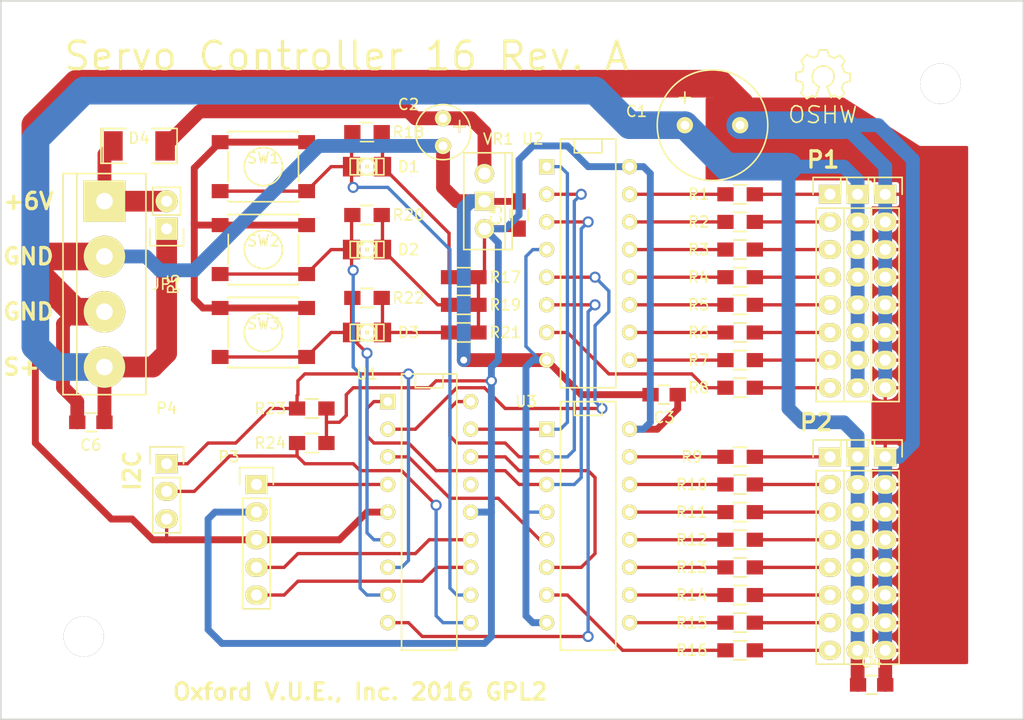
<source format=kicad_pcb>
(kicad_pcb (version 4) (host pcbnew "(2016-03-08 BZR 6614)-product")

  (general
    (links 0)
    (no_connects 1)
    (area 106.604999 88.824999 200.735001 155.015001)
    (thickness 1.6)
    (drawings 13)
    (tracks 374)
    (zones 0)
    (modules 54)
    (nets 57)
  )

  (page A)
  (title_block
    (title "Simple Servo Controller")
    (date 4/12/2015)
    (rev NC)
    (company "Oxford V.U.E., Inc.")
    (comment 1 "OSH GPL 2")
  )

  (layers
    (0 F.Cu signal)
    (31 B.Cu signal)
    (32 B.Adhes user)
    (33 F.Adhes user)
    (34 B.Paste user)
    (35 F.Paste user)
    (36 B.SilkS user)
    (37 F.SilkS user)
    (38 B.Mask user)
    (39 F.Mask user)
    (40 Dwgs.User user)
    (41 Cmts.User user)
    (42 Eco1.User user)
    (43 Eco2.User user)
    (44 Edge.Cuts user)
  )

  (setup
    (last_trace_width 0.3048)
    (user_trace_width 0.3048)
    (user_trace_width 0.635)
    (user_trace_width 1.27)
    (user_trace_width 1.905)
    (user_trace_width 2.54)
    (trace_clearance 0.1778)
    (zone_clearance 0.508)
    (zone_45_only no)
    (trace_min 0.254)
    (segment_width 0.2)
    (edge_width 0.15)
    (via_size 1.016)
    (via_drill 0.635)
    (via_min_size 0.889)
    (via_min_drill 0.508)
    (uvia_size 0.508)
    (uvia_drill 0.127)
    (uvias_allowed no)
    (uvia_min_size 0.508)
    (uvia_min_drill 0.127)
    (pcb_text_width 0.3)
    (pcb_text_size 1.5 1.5)
    (mod_edge_width 0.15)
    (mod_text_size 1.5 1.5)
    (mod_text_width 0.15)
    (pad_size 1.4 1.4)
    (pad_drill 0.6)
    (pad_to_mask_clearance 0.2)
    (aux_axis_origin 0 0)
    (grid_origin 106.68 154.94)
    (visible_elements FFFFFF7F)
    (pcbplotparams
      (layerselection 0x010f8_80000001)
      (usegerberextensions true)
      (excludeedgelayer true)
      (linewidth 0.150000)
      (plotframeref false)
      (viasonmask false)
      (mode 1)
      (useauxorigin false)
      (hpglpennumber 1)
      (hpglpenspeed 20)
      (hpglpendiameter 15)
      (psnegative false)
      (psa4output false)
      (plotreference true)
      (plotvalue true)
      (plotinvisibletext false)
      (padsonsilk false)
      (subtractmaskfromsilk false)
      (outputformat 1)
      (mirror false)
      (drillshape 0)
      (scaleselection 1)
      (outputdirectory Fabrication/))
  )

  (net 0 "")
  (net 1 GND)
  (net 2 +BATT)
  (net 3 "Net-(C2-Pad1)")
  (net 4 VCC)
  (net 5 "Net-(D1-Pad1)")
  (net 6 "Net-(D1-Pad2)")
  (net 7 "Net-(D2-Pad1)")
  (net 8 "Net-(D2-Pad2)")
  (net 9 "Net-(D3-Pad1)")
  (net 10 "Net-(D3-Pad2)")
  (net 11 "Net-(P1A1-Pad1)")
  (net 12 "Net-(P1A1-Pad2)")
  (net 13 "Net-(P1A1-Pad3)")
  (net 14 "Net-(P1A1-Pad4)")
  (net 15 "Net-(P1A1-Pad5)")
  (net 16 "Net-(P1A1-Pad6)")
  (net 17 "Net-(P1A1-Pad7)")
  (net 18 "Net-(P1A1-Pad8)")
  (net 19 "Net-(P2A1-Pad1)")
  (net 20 "Net-(P2A1-Pad2)")
  (net 21 "Net-(P2A1-Pad3)")
  (net 22 "Net-(P2A1-Pad4)")
  (net 23 "Net-(P2A1-Pad5)")
  (net 24 "Net-(P2A1-Pad6)")
  (net 25 "Net-(P2A1-Pad7)")
  (net 26 "Net-(P2A1-Pad8)")
  (net 27 "Net-(P3-Pad1)")
  (net 28 "Net-(P3-Pad4)")
  (net 29 "Net-(P3-Pad5)")
  (net 30 "Net-(P4-Pad1)")
  (net 31 "Net-(P4-Pad2)")
  (net 32 "Net-(R1-Pad1)")
  (net 33 "Net-(R2-Pad1)")
  (net 34 "Net-(R3-Pad1)")
  (net 35 "Net-(R4-Pad1)")
  (net 36 "Net-(R5-Pad1)")
  (net 37 "Net-(R6-Pad1)")
  (net 38 "Net-(R7-Pad1)")
  (net 39 "Net-(R8-Pad1)")
  (net 40 "Net-(R9-Pad1)")
  (net 41 "Net-(R10-Pad1)")
  (net 42 "Net-(R11-Pad1)")
  (net 43 "Net-(R12-Pad1)")
  (net 44 "Net-(R13-Pad1)")
  (net 45 "Net-(R14-Pad1)")
  (net 46 "Net-(R15-Pad1)")
  (net 47 "Net-(R16-Pad1)")
  (net 48 "Net-(U1-Pad1)")
  (net 49 "Net-(U1-Pad2)")
  (net 50 "Net-(U1-Pad3)")
  (net 51 "Net-(U1-Pad9)")
  (net 52 "Net-(U1-Pad15)")
  (net 53 "Net-(U1-Pad16)")
  (net 54 "Net-(U1-Pad17)")
  (net 55 "Net-(U1-Pad18)")
  (net 56 "Net-(D4-Pad1)")

  (net_class Default "This is the default net class."
    (clearance 0.1778)
    (trace_width 0.3048)
    (via_dia 1.016)
    (via_drill 0.635)
    (uvia_dia 0.508)
    (uvia_drill 0.127)
    (add_net "Net-(C2-Pad1)")
    (add_net "Net-(D2-Pad1)")
    (add_net "Net-(D2-Pad2)")
    (add_net "Net-(D3-Pad1)")
    (add_net "Net-(D3-Pad2)")
    (add_net "Net-(D4-Pad1)")
    (add_net "Net-(P1A1-Pad1)")
    (add_net "Net-(P1A1-Pad2)")
    (add_net "Net-(P1A1-Pad3)")
    (add_net "Net-(P1A1-Pad4)")
    (add_net "Net-(P1A1-Pad5)")
    (add_net "Net-(P1A1-Pad6)")
    (add_net "Net-(P1A1-Pad7)")
    (add_net "Net-(P1A1-Pad8)")
    (add_net "Net-(P2A1-Pad1)")
    (add_net "Net-(P2A1-Pad2)")
    (add_net "Net-(P2A1-Pad3)")
    (add_net "Net-(P2A1-Pad4)")
    (add_net "Net-(P2A1-Pad5)")
    (add_net "Net-(P2A1-Pad6)")
    (add_net "Net-(P2A1-Pad7)")
    (add_net "Net-(P2A1-Pad8)")
    (add_net "Net-(P3-Pad1)")
    (add_net "Net-(P3-Pad4)")
    (add_net "Net-(P3-Pad5)")
    (add_net "Net-(P4-Pad1)")
    (add_net "Net-(P4-Pad2)")
    (add_net "Net-(R1-Pad1)")
    (add_net "Net-(R10-Pad1)")
    (add_net "Net-(R11-Pad1)")
    (add_net "Net-(R12-Pad1)")
    (add_net "Net-(R13-Pad1)")
    (add_net "Net-(R14-Pad1)")
    (add_net "Net-(R15-Pad1)")
    (add_net "Net-(R16-Pad1)")
    (add_net "Net-(R2-Pad1)")
    (add_net "Net-(R3-Pad1)")
    (add_net "Net-(R4-Pad1)")
    (add_net "Net-(R5-Pad1)")
    (add_net "Net-(R6-Pad1)")
    (add_net "Net-(R7-Pad1)")
    (add_net "Net-(R8-Pad1)")
    (add_net "Net-(R9-Pad1)")
    (add_net "Net-(U1-Pad1)")
    (add_net "Net-(U1-Pad15)")
    (add_net "Net-(U1-Pad16)")
    (add_net "Net-(U1-Pad17)")
    (add_net "Net-(U1-Pad18)")
    (add_net "Net-(U1-Pad2)")
    (add_net "Net-(U1-Pad3)")
    (add_net "Net-(U1-Pad9)")
  )

  (net_class Fat25 ""
    (clearance 0.1778)
    (trace_width 0.635)
    (via_dia 1.016)
    (via_drill 0.635)
    (uvia_dia 0.508)
    (uvia_drill 0.127)
    (add_net +BATT)
    (add_net GND)
    (add_net "Net-(D1-Pad1)")
    (add_net "Net-(D1-Pad2)")
    (add_net VCC)
  )

  (module Connect:bornier4 (layer F.Cu) (tedit 0) (tstamp 56E35118)
    (at 116.205 114.935 270)
    (descr "Bornier d'alimentation 4 pins")
    (tags DEV)
    (path /56E350FC)
    (fp_text reference P5 (at 0 -6.35 270) (layer F.SilkS)
      (effects (font (size 1 1) (thickness 0.15)))
    )
    (fp_text value CONN_01X04 (at 0 5.08 270) (layer F.Fab)
      (effects (font (size 1 1) (thickness 0.15)))
    )
    (fp_line (start -10.16 -3.81) (end -10.16 3.81) (layer F.SilkS) (width 0.15))
    (fp_line (start 10.16 3.81) (end 10.16 -3.81) (layer F.SilkS) (width 0.15))
    (fp_line (start 10.16 2.54) (end -10.16 2.54) (layer F.SilkS) (width 0.15))
    (fp_line (start -10.16 -3.81) (end 10.16 -3.81) (layer F.SilkS) (width 0.15))
    (fp_line (start -10.16 3.81) (end 10.16 3.81) (layer F.SilkS) (width 0.15))
    (pad 2 thru_hole circle (at -2.54 0 270) (size 3.81 3.81) (drill 1.524) (layers *.Cu *.Mask F.SilkS)
      (net 1 GND))
    (pad 3 thru_hole circle (at 2.54 0 270) (size 3.81 3.81) (drill 1.524) (layers *.Cu *.Mask F.SilkS)
      (net 1 GND))
    (pad 1 thru_hole rect (at -7.62 0 270) (size 3.81 3.81) (drill 1.524) (layers *.Cu *.Mask F.SilkS)
      (net 56 "Net-(D4-Pad1)"))
    (pad 4 thru_hole circle (at 7.62 0 270) (size 3.81 3.81) (drill 1.524) (layers *.Cu *.Mask F.SilkS)
      (net 2 +BATT))
    (model Connect.3dshapes/bornier4.wrl
      (at (xyz 0 0 0))
      (scale (xyz 1 1 1))
      (rotate (xyz 0 0 0))
    )
  )

  (module Pin_Headers:Pin_Header_Straight_1x03 (layer F.Cu) (tedit 0) (tstamp 56E351C6)
    (at 121.92 131.445)
    (descr "Through hole pin header")
    (tags "pin header")
    (path /5369C223)
    (fp_text reference P4 (at 0 -5.1) (layer F.SilkS)
      (effects (font (size 1 1) (thickness 0.15)))
    )
    (fp_text value I2C (at 0 -3.1) (layer F.Fab)
      (effects (font (size 1 1) (thickness 0.15)))
    )
    (fp_line (start -1.75 -1.75) (end -1.75 6.85) (layer F.CrtYd) (width 0.05))
    (fp_line (start 1.75 -1.75) (end 1.75 6.85) (layer F.CrtYd) (width 0.05))
    (fp_line (start -1.75 -1.75) (end 1.75 -1.75) (layer F.CrtYd) (width 0.05))
    (fp_line (start -1.75 6.85) (end 1.75 6.85) (layer F.CrtYd) (width 0.05))
    (fp_line (start -1.27 1.27) (end -1.27 6.35) (layer F.SilkS) (width 0.15))
    (fp_line (start -1.27 6.35) (end 1.27 6.35) (layer F.SilkS) (width 0.15))
    (fp_line (start 1.27 6.35) (end 1.27 1.27) (layer F.SilkS) (width 0.15))
    (fp_line (start 1.55 -1.55) (end 1.55 0) (layer F.SilkS) (width 0.15))
    (fp_line (start 1.27 1.27) (end -1.27 1.27) (layer F.SilkS) (width 0.15))
    (fp_line (start -1.55 0) (end -1.55 -1.55) (layer F.SilkS) (width 0.15))
    (fp_line (start -1.55 -1.55) (end 1.55 -1.55) (layer F.SilkS) (width 0.15))
    (pad 1 thru_hole rect (at 0 0) (size 2.032 1.7272) (drill 1.016) (layers *.Cu *.Mask F.SilkS)
      (net 30 "Net-(P4-Pad1)"))
    (pad 2 thru_hole oval (at 0 2.54) (size 2.032 1.7272) (drill 1.016) (layers *.Cu *.Mask F.SilkS)
      (net 31 "Net-(P4-Pad2)"))
    (pad 3 thru_hole oval (at 0 5.08) (size 2.032 1.7272) (drill 1.016) (layers *.Cu *.Mask F.SilkS)
      (net 1 GND))
    (model Pin_Headers.3dshapes/Pin_Header_Straight_1x03.wrl
      (at (xyz 0 -0.1 0))
      (scale (xyz 1 1 1))
      (rotate (xyz 0 0 90))
    )
  )

  (module Capacitors_Elko_ThroughHole:Elko_vert_20x10mm_RM5_CopperClear (layer F.Cu) (tedit 55296C69) (tstamp 5529649C)
    (at 169.545 100.33)
    (descr "Electrolytic Capacitor, vertical, diameter 10mm, RM 5mm, Copper without +, radial,")
    (tags "Electrolytic Capacitor, vertical, diameter 10mm, RM 5mm, Elko, Electrolytkondensator, Kondensator gepolt, Durchmesser 10mm, Copper without +, radial,")
    (path /5369DC49)
    (fp_text reference C1 (at -4.445 -1.27) (layer F.SilkS)
      (effects (font (size 1 1) (thickness 0.15)))
    )
    (fp_text value 220uF (at 2.54 -1.905) (layer F.Fab)
      (effects (font (size 1 1) (thickness 0.15)))
    )
    (fp_line (start 0 -3.048) (end 0 -2.032) (layer F.SilkS) (width 0.15))
    (fp_line (start -0.508 -2.54) (end 0.508 -2.54) (layer F.SilkS) (width 0.15))
    (fp_circle (center 2.54 0) (end 7.62 0) (layer F.SilkS) (width 0.15))
    (pad 2 thru_hole circle (at 5.08 0) (size 1.50114 1.50114) (drill 0.8001) (layers *.Cu *.Mask F.SilkS)
      (net 1 GND))
    (pad 1 thru_hole circle (at 0 0) (size 1.50114 1.50114) (drill 0.8001) (layers *.Cu *.Mask F.SilkS)
      (net 2 +BATT))
    (model Capacitors_Elko_ThroughHole.3dshapes/Elko_vert_20x10mm_RM5_CopperClear.wrl
      (at (xyz 0 0 0))
      (scale (xyz 1 1 1))
      (rotate (xyz 0 0 0))
    )
  )

  (module Capacitors_Elko_ThroughHole:Elko_vert_11x5mm_RM2.5 (layer F.Cu) (tedit 55296C30) (tstamp 552964A7)
    (at 147.32 99.695 270)
    (descr "Electrolytic Capacitor, vertical, diameter 5mm, radial, RM 2,5mm")
    (tags "Electrolytic Capacitor, vertical, diameter 5mm, radial, RM 2,5mm, Elko, Electrolytkondensator, Kondensator gepolt, Durchmesser 5mm")
    (path /5369D6BD)
    (fp_text reference C2 (at -1.27 3.175 360) (layer F.SilkS)
      (effects (font (size 1 1) (thickness 0.15)))
    )
    (fp_text value 2.2uF (at -0.635 -4.445 360) (layer F.Fab)
      (effects (font (size 1 1) (thickness 0.15)))
    )
    (fp_line (start 0.2032 -1.524) (end 1.27 -1.524) (layer F.Cu) (width 0.15))
    (fp_line (start 0.762 -2.032) (end 0.762 -0.9906) (layer F.Cu) (width 0.15))
    (fp_line (start 1.27 -1.524) (end 0.2032 -1.524) (layer F.SilkS) (width 0.15))
    (fp_line (start 0.762 -2.032) (end 0.762 -0.9906) (layer F.SilkS) (width 0.15))
    (fp_circle (center 1.27 0) (end 3.81 0) (layer F.SilkS) (width 0.15))
    (pad 2 thru_hole circle (at 2.54 0 270) (size 1.50114 1.50114) (drill 0.8001) (layers *.Cu *.Mask F.SilkS)
      (net 1 GND))
    (pad 1 thru_hole circle (at 0 0 270) (size 1.50114 1.50114) (drill 0.8001) (layers *.Cu *.Mask F.SilkS)
      (net 3 "Net-(C2-Pad1)"))
    (model Capacitors_Elko_ThroughHole.3dshapes/Elko_vert_11x5mm_RM2.5.wrl
      (at (xyz 0 0 0))
      (scale (xyz 1 1 1))
      (rotate (xyz 0 0 0))
    )
  )

  (module Capacitors_SMD:C_0805_HandSoldering (layer F.Cu) (tedit 541A9B8D) (tstamp 552964B3)
    (at 167.64 125.095 180)
    (descr "Capacitor SMD 0805, hand soldering")
    (tags "capacitor 0805")
    (path /5369D6E3)
    (attr smd)
    (fp_text reference C3 (at 0 -2.1 180) (layer F.SilkS)
      (effects (font (size 1 1) (thickness 0.15)))
    )
    (fp_text value 0.1uF (at 0 2.1 180) (layer F.Fab)
      (effects (font (size 1 1) (thickness 0.15)))
    )
    (fp_line (start -2.3 -1) (end 2.3 -1) (layer F.CrtYd) (width 0.05))
    (fp_line (start -2.3 1) (end 2.3 1) (layer F.CrtYd) (width 0.05))
    (fp_line (start -2.3 -1) (end -2.3 1) (layer F.CrtYd) (width 0.05))
    (fp_line (start 2.3 -1) (end 2.3 1) (layer F.CrtYd) (width 0.05))
    (fp_line (start 0.5 -0.85) (end -0.5 -0.85) (layer F.SilkS) (width 0.15))
    (fp_line (start -0.5 0.85) (end 0.5 0.85) (layer F.SilkS) (width 0.15))
    (pad 1 smd rect (at -1.25 0 180) (size 1.5 1.25) (layers F.Cu F.Paste F.Mask)
      (net 4 VCC))
    (pad 2 smd rect (at 1.25 0 180) (size 1.5 1.25) (layers F.Cu F.Paste F.Mask)
      (net 1 GND))
    (model Capacitors_SMD.3dshapes/C_0805_HandSoldering.wrl
      (at (xyz 0 0 0))
      (scale (xyz 1 1 1))
      (rotate (xyz 0 0 0))
    )
  )

  (module Capacitors_SMD:C_0805_HandSoldering (layer F.Cu) (tedit 541A9B8D) (tstamp 552964BF)
    (at 154.305 108.585 90)
    (descr "Capacitor SMD 0805, hand soldering")
    (tags "capacitor 0805")
    (path /5369D5C1)
    (attr smd)
    (fp_text reference C5 (at 0 -2.1 90) (layer F.SilkS)
      (effects (font (size 1 1) (thickness 0.15)))
    )
    (fp_text value 0.1uF (at 0 2.1 90) (layer F.Fab)
      (effects (font (size 1 1) (thickness 0.15)))
    )
    (fp_line (start -2.3 -1) (end 2.3 -1) (layer F.CrtYd) (width 0.05))
    (fp_line (start -2.3 1) (end 2.3 1) (layer F.CrtYd) (width 0.05))
    (fp_line (start -2.3 -1) (end -2.3 1) (layer F.CrtYd) (width 0.05))
    (fp_line (start 2.3 -1) (end 2.3 1) (layer F.CrtYd) (width 0.05))
    (fp_line (start 0.5 -0.85) (end -0.5 -0.85) (layer F.SilkS) (width 0.15))
    (fp_line (start -0.5 0.85) (end 0.5 0.85) (layer F.SilkS) (width 0.15))
    (pad 1 smd rect (at -1.25 0 90) (size 1.5 1.25) (layers F.Cu F.Paste F.Mask)
      (net 4 VCC))
    (pad 2 smd rect (at 1.25 0 90) (size 1.5 1.25) (layers F.Cu F.Paste F.Mask)
      (net 1 GND))
    (model Capacitors_SMD.3dshapes/C_0805_HandSoldering.wrl
      (at (xyz 0 0 0))
      (scale (xyz 1 1 1))
      (rotate (xyz 0 0 0))
    )
  )

  (module LEDs:LED-1206 (layer F.Cu) (tedit 55296BB0) (tstamp 552964E9)
    (at 140.335 104.14 180)
    (descr "LED 1206 smd package")
    (tags "LED1206 SMD")
    (path /5369C63D)
    (attr smd)
    (fp_text reference D1 (at -3.81 0 180) (layer F.SilkS)
      (effects (font (size 1 1) (thickness 0.15)))
    )
    (fp_text value LED (at 0 0 180) (layer F.Fab)
      (effects (font (size 1 1) (thickness 0.15)))
    )
    (fp_line (start -0.09906 0.09906) (end 0.09906 0.09906) (layer F.SilkS) (width 0.15))
    (fp_line (start 0.09906 0.09906) (end 0.09906 -0.09906) (layer F.SilkS) (width 0.15))
    (fp_line (start -0.09906 -0.09906) (end 0.09906 -0.09906) (layer F.SilkS) (width 0.15))
    (fp_line (start -0.09906 0.09906) (end -0.09906 -0.09906) (layer F.SilkS) (width 0.15))
    (fp_line (start 0.44958 0.6985) (end 0.79756 0.6985) (layer F.SilkS) (width 0.15))
    (fp_line (start 0.79756 0.6985) (end 0.79756 0.44958) (layer F.SilkS) (width 0.15))
    (fp_line (start 0.44958 0.44958) (end 0.79756 0.44958) (layer F.SilkS) (width 0.15))
    (fp_line (start 0.44958 0.6985) (end 0.44958 0.44958) (layer F.SilkS) (width 0.15))
    (fp_line (start 0.79756 0.6985) (end 0.89916 0.6985) (layer F.SilkS) (width 0.15))
    (fp_line (start 0.89916 0.6985) (end 0.89916 -0.49784) (layer F.SilkS) (width 0.15))
    (fp_line (start 0.79756 -0.49784) (end 0.89916 -0.49784) (layer F.SilkS) (width 0.15))
    (fp_line (start 0.79756 0.6985) (end 0.79756 -0.49784) (layer F.SilkS) (width 0.15))
    (fp_line (start 0.79756 -0.54864) (end 0.89916 -0.54864) (layer F.SilkS) (width 0.15))
    (fp_line (start 0.89916 -0.54864) (end 0.89916 -0.6985) (layer F.SilkS) (width 0.15))
    (fp_line (start 0.79756 -0.6985) (end 0.89916 -0.6985) (layer F.SilkS) (width 0.15))
    (fp_line (start 0.79756 -0.54864) (end 0.79756 -0.6985) (layer F.SilkS) (width 0.15))
    (fp_line (start -0.89916 0.6985) (end -0.79756 0.6985) (layer F.SilkS) (width 0.15))
    (fp_line (start -0.79756 0.6985) (end -0.79756 -0.49784) (layer F.SilkS) (width 0.15))
    (fp_line (start -0.89916 -0.49784) (end -0.79756 -0.49784) (layer F.SilkS) (width 0.15))
    (fp_line (start -0.89916 0.6985) (end -0.89916 -0.49784) (layer F.SilkS) (width 0.15))
    (fp_line (start -0.89916 -0.54864) (end -0.79756 -0.54864) (layer F.SilkS) (width 0.15))
    (fp_line (start -0.79756 -0.54864) (end -0.79756 -0.6985) (layer F.SilkS) (width 0.15))
    (fp_line (start -0.89916 -0.6985) (end -0.79756 -0.6985) (layer F.SilkS) (width 0.15))
    (fp_line (start -0.89916 -0.54864) (end -0.89916 -0.6985) (layer F.SilkS) (width 0.15))
    (fp_line (start 0.44958 0.6985) (end 0.59944 0.6985) (layer F.SilkS) (width 0.15))
    (fp_line (start 0.59944 0.6985) (end 0.59944 0.44958) (layer F.SilkS) (width 0.15))
    (fp_line (start 0.44958 0.44958) (end 0.59944 0.44958) (layer F.SilkS) (width 0.15))
    (fp_line (start 0.44958 0.6985) (end 0.44958 0.44958) (layer F.SilkS) (width 0.15))
    (fp_line (start 1.5494 0.7493) (end -1.5494 0.7493) (layer F.SilkS) (width 0.15))
    (fp_line (start -1.5494 0.7493) (end -1.5494 -0.7493) (layer F.SilkS) (width 0.15))
    (fp_line (start -1.5494 -0.7493) (end 1.5494 -0.7493) (layer F.SilkS) (width 0.15))
    (fp_line (start 1.5494 -0.7493) (end 1.5494 0.7493) (layer F.SilkS) (width 0.15))
    (fp_arc (start 0 0) (end 0.54864 0.49784) (angle 95.4) (layer F.SilkS) (width 0.15))
    (fp_arc (start 0 0) (end -0.54864 0.49784) (angle 84.5) (layer F.SilkS) (width 0.15))
    (fp_arc (start 0 0) (end -0.54864 -0.49784) (angle 95.4) (layer F.SilkS) (width 0.15))
    (fp_arc (start 0 0) (end 0.54864 -0.49784) (angle 84.5) (layer F.SilkS) (width 0.15))
    (pad 1 smd rect (at -1.41986 0 180) (size 1.59766 1.80086) (layers F.Cu F.Paste F.Mask)
      (net 5 "Net-(D1-Pad1)"))
    (pad 2 smd rect (at 1.41986 0 180) (size 1.59766 1.80086) (layers F.Cu F.Paste F.Mask)
      (net 6 "Net-(D1-Pad2)"))
  )

  (module LEDs:LED-1206 (layer F.Cu) (tedit 55296BB6) (tstamp 55296513)
    (at 140.335 111.76 180)
    (descr "LED 1206 smd package")
    (tags "LED1206 SMD")
    (path /5369C66D)
    (attr smd)
    (fp_text reference D2 (at -3.81 0 180) (layer F.SilkS)
      (effects (font (size 1 1) (thickness 0.15)))
    )
    (fp_text value LED (at 0 0 180) (layer F.Fab)
      (effects (font (size 1 1) (thickness 0.15)))
    )
    (fp_line (start -0.09906 0.09906) (end 0.09906 0.09906) (layer F.SilkS) (width 0.15))
    (fp_line (start 0.09906 0.09906) (end 0.09906 -0.09906) (layer F.SilkS) (width 0.15))
    (fp_line (start -0.09906 -0.09906) (end 0.09906 -0.09906) (layer F.SilkS) (width 0.15))
    (fp_line (start -0.09906 0.09906) (end -0.09906 -0.09906) (layer F.SilkS) (width 0.15))
    (fp_line (start 0.44958 0.6985) (end 0.79756 0.6985) (layer F.SilkS) (width 0.15))
    (fp_line (start 0.79756 0.6985) (end 0.79756 0.44958) (layer F.SilkS) (width 0.15))
    (fp_line (start 0.44958 0.44958) (end 0.79756 0.44958) (layer F.SilkS) (width 0.15))
    (fp_line (start 0.44958 0.6985) (end 0.44958 0.44958) (layer F.SilkS) (width 0.15))
    (fp_line (start 0.79756 0.6985) (end 0.89916 0.6985) (layer F.SilkS) (width 0.15))
    (fp_line (start 0.89916 0.6985) (end 0.89916 -0.49784) (layer F.SilkS) (width 0.15))
    (fp_line (start 0.79756 -0.49784) (end 0.89916 -0.49784) (layer F.SilkS) (width 0.15))
    (fp_line (start 0.79756 0.6985) (end 0.79756 -0.49784) (layer F.SilkS) (width 0.15))
    (fp_line (start 0.79756 -0.54864) (end 0.89916 -0.54864) (layer F.SilkS) (width 0.15))
    (fp_line (start 0.89916 -0.54864) (end 0.89916 -0.6985) (layer F.SilkS) (width 0.15))
    (fp_line (start 0.79756 -0.6985) (end 0.89916 -0.6985) (layer F.SilkS) (width 0.15))
    (fp_line (start 0.79756 -0.54864) (end 0.79756 -0.6985) (layer F.SilkS) (width 0.15))
    (fp_line (start -0.89916 0.6985) (end -0.79756 0.6985) (layer F.SilkS) (width 0.15))
    (fp_line (start -0.79756 0.6985) (end -0.79756 -0.49784) (layer F.SilkS) (width 0.15))
    (fp_line (start -0.89916 -0.49784) (end -0.79756 -0.49784) (layer F.SilkS) (width 0.15))
    (fp_line (start -0.89916 0.6985) (end -0.89916 -0.49784) (layer F.SilkS) (width 0.15))
    (fp_line (start -0.89916 -0.54864) (end -0.79756 -0.54864) (layer F.SilkS) (width 0.15))
    (fp_line (start -0.79756 -0.54864) (end -0.79756 -0.6985) (layer F.SilkS) (width 0.15))
    (fp_line (start -0.89916 -0.6985) (end -0.79756 -0.6985) (layer F.SilkS) (width 0.15))
    (fp_line (start -0.89916 -0.54864) (end -0.89916 -0.6985) (layer F.SilkS) (width 0.15))
    (fp_line (start 0.44958 0.6985) (end 0.59944 0.6985) (layer F.SilkS) (width 0.15))
    (fp_line (start 0.59944 0.6985) (end 0.59944 0.44958) (layer F.SilkS) (width 0.15))
    (fp_line (start 0.44958 0.44958) (end 0.59944 0.44958) (layer F.SilkS) (width 0.15))
    (fp_line (start 0.44958 0.6985) (end 0.44958 0.44958) (layer F.SilkS) (width 0.15))
    (fp_line (start 1.5494 0.7493) (end -1.5494 0.7493) (layer F.SilkS) (width 0.15))
    (fp_line (start -1.5494 0.7493) (end -1.5494 -0.7493) (layer F.SilkS) (width 0.15))
    (fp_line (start -1.5494 -0.7493) (end 1.5494 -0.7493) (layer F.SilkS) (width 0.15))
    (fp_line (start 1.5494 -0.7493) (end 1.5494 0.7493) (layer F.SilkS) (width 0.15))
    (fp_arc (start 0 0) (end 0.54864 0.49784) (angle 95.4) (layer F.SilkS) (width 0.15))
    (fp_arc (start 0 0) (end -0.54864 0.49784) (angle 84.5) (layer F.SilkS) (width 0.15))
    (fp_arc (start 0 0) (end -0.54864 -0.49784) (angle 95.4) (layer F.SilkS) (width 0.15))
    (fp_arc (start 0 0) (end 0.54864 -0.49784) (angle 84.5) (layer F.SilkS) (width 0.15))
    (pad 1 smd rect (at -1.41986 0 180) (size 1.59766 1.80086) (layers F.Cu F.Paste F.Mask)
      (net 7 "Net-(D2-Pad1)"))
    (pad 2 smd rect (at 1.41986 0 180) (size 1.59766 1.80086) (layers F.Cu F.Paste F.Mask)
      (net 8 "Net-(D2-Pad2)"))
  )

  (module LEDs:LED-1206 (layer F.Cu) (tedit 55296BBC) (tstamp 5529653D)
    (at 140.335 119.38 180)
    (descr "LED 1206 smd package")
    (tags "LED1206 SMD")
    (path /5369C678)
    (attr smd)
    (fp_text reference D3 (at -3.81 0 180) (layer F.SilkS)
      (effects (font (size 1 1) (thickness 0.15)))
    )
    (fp_text value LED (at 0 0 180) (layer F.Fab)
      (effects (font (size 1 1) (thickness 0.15)))
    )
    (fp_line (start -0.09906 0.09906) (end 0.09906 0.09906) (layer F.SilkS) (width 0.15))
    (fp_line (start 0.09906 0.09906) (end 0.09906 -0.09906) (layer F.SilkS) (width 0.15))
    (fp_line (start -0.09906 -0.09906) (end 0.09906 -0.09906) (layer F.SilkS) (width 0.15))
    (fp_line (start -0.09906 0.09906) (end -0.09906 -0.09906) (layer F.SilkS) (width 0.15))
    (fp_line (start 0.44958 0.6985) (end 0.79756 0.6985) (layer F.SilkS) (width 0.15))
    (fp_line (start 0.79756 0.6985) (end 0.79756 0.44958) (layer F.SilkS) (width 0.15))
    (fp_line (start 0.44958 0.44958) (end 0.79756 0.44958) (layer F.SilkS) (width 0.15))
    (fp_line (start 0.44958 0.6985) (end 0.44958 0.44958) (layer F.SilkS) (width 0.15))
    (fp_line (start 0.79756 0.6985) (end 0.89916 0.6985) (layer F.SilkS) (width 0.15))
    (fp_line (start 0.89916 0.6985) (end 0.89916 -0.49784) (layer F.SilkS) (width 0.15))
    (fp_line (start 0.79756 -0.49784) (end 0.89916 -0.49784) (layer F.SilkS) (width 0.15))
    (fp_line (start 0.79756 0.6985) (end 0.79756 -0.49784) (layer F.SilkS) (width 0.15))
    (fp_line (start 0.79756 -0.54864) (end 0.89916 -0.54864) (layer F.SilkS) (width 0.15))
    (fp_line (start 0.89916 -0.54864) (end 0.89916 -0.6985) (layer F.SilkS) (width 0.15))
    (fp_line (start 0.79756 -0.6985) (end 0.89916 -0.6985) (layer F.SilkS) (width 0.15))
    (fp_line (start 0.79756 -0.54864) (end 0.79756 -0.6985) (layer F.SilkS) (width 0.15))
    (fp_line (start -0.89916 0.6985) (end -0.79756 0.6985) (layer F.SilkS) (width 0.15))
    (fp_line (start -0.79756 0.6985) (end -0.79756 -0.49784) (layer F.SilkS) (width 0.15))
    (fp_line (start -0.89916 -0.49784) (end -0.79756 -0.49784) (layer F.SilkS) (width 0.15))
    (fp_line (start -0.89916 0.6985) (end -0.89916 -0.49784) (layer F.SilkS) (width 0.15))
    (fp_line (start -0.89916 -0.54864) (end -0.79756 -0.54864) (layer F.SilkS) (width 0.15))
    (fp_line (start -0.79756 -0.54864) (end -0.79756 -0.6985) (layer F.SilkS) (width 0.15))
    (fp_line (start -0.89916 -0.6985) (end -0.79756 -0.6985) (layer F.SilkS) (width 0.15))
    (fp_line (start -0.89916 -0.54864) (end -0.89916 -0.6985) (layer F.SilkS) (width 0.15))
    (fp_line (start 0.44958 0.6985) (end 0.59944 0.6985) (layer F.SilkS) (width 0.15))
    (fp_line (start 0.59944 0.6985) (end 0.59944 0.44958) (layer F.SilkS) (width 0.15))
    (fp_line (start 0.44958 0.44958) (end 0.59944 0.44958) (layer F.SilkS) (width 0.15))
    (fp_line (start 0.44958 0.6985) (end 0.44958 0.44958) (layer F.SilkS) (width 0.15))
    (fp_line (start 1.5494 0.7493) (end -1.5494 0.7493) (layer F.SilkS) (width 0.15))
    (fp_line (start -1.5494 0.7493) (end -1.5494 -0.7493) (layer F.SilkS) (width 0.15))
    (fp_line (start -1.5494 -0.7493) (end 1.5494 -0.7493) (layer F.SilkS) (width 0.15))
    (fp_line (start 1.5494 -0.7493) (end 1.5494 0.7493) (layer F.SilkS) (width 0.15))
    (fp_arc (start 0 0) (end 0.54864 0.49784) (angle 95.4) (layer F.SilkS) (width 0.15))
    (fp_arc (start 0 0) (end -0.54864 0.49784) (angle 84.5) (layer F.SilkS) (width 0.15))
    (fp_arc (start 0 0) (end -0.54864 -0.49784) (angle 95.4) (layer F.SilkS) (width 0.15))
    (fp_arc (start 0 0) (end 0.54864 -0.49784) (angle 84.5) (layer F.SilkS) (width 0.15))
    (pad 1 smd rect (at -1.41986 0 180) (size 1.59766 1.80086) (layers F.Cu F.Paste F.Mask)
      (net 9 "Net-(D3-Pad1)"))
    (pad 2 smd rect (at 1.41986 0 180) (size 1.59766 1.80086) (layers F.Cu F.Paste F.Mask)
      (net 10 "Net-(D3-Pad2)"))
  )

  (module SMD_Packages:SMD-2010_Pol (layer F.Cu) (tedit 0) (tstamp 5529654A)
    (at 119.38 102.235)
    (tags "CMS SMD")
    (path /5369D6A9)
    (attr smd)
    (fp_text reference D4 (at 0 -0.7) (layer F.SilkS)
      (effects (font (size 1 1) (thickness 0.15)))
    )
    (fp_text value DIODE (at 0 0.8) (layer F.Fab)
      (effects (font (size 1 1) (thickness 0.15)))
    )
    (fp_line (start -3.3 -1.6) (end -3.3 1.6) (layer F.SilkS) (width 0.15))
    (fp_line (start 3.50012 -1.6002) (end 3.50012 1.6002) (layer F.SilkS) (width 0.15))
    (fp_line (start -3.5 -1.6) (end -3.5 1.6) (layer F.SilkS) (width 0.15))
    (fp_line (start 1.19634 1.60528) (end 3.48234 1.60528) (layer F.SilkS) (width 0.15))
    (fp_line (start 3.48234 -1.60528) (end 1.19634 -1.60528) (layer F.SilkS) (width 0.15))
    (fp_line (start -1.2 -1.6) (end -3.5 -1.6) (layer F.SilkS) (width 0.15))
    (fp_line (start -3.5 1.6) (end -1.2 1.6) (layer F.SilkS) (width 0.15))
    (pad 1 smd rect (at -2.4003 0) (size 1.80086 2.70002) (layers F.Cu F.Paste F.Mask)
      (net 56 "Net-(D4-Pad1)"))
    (pad 2 smd rect (at 2.4003 0) (size 1.80086 2.70002) (layers F.Cu F.Paste F.Mask)
      (net 3 "Net-(C2-Pad1)"))
    (model SMD_Packages.3dshapes/SMD-2010_Pol.wrl
      (at (xyz 0 0 0))
      (scale (xyz 0.35 0.35 0.35))
      (rotate (xyz 0 0 0))
    )
  )

  (module Pin_Headers:Pin_Header_Straight_1x08 (layer F.Cu) (tedit 56E35638) (tstamp 55296561)
    (at 182.88 106.68)
    (descr "Through hole pin header")
    (tags "pin header")
    (path /5369A7AE)
    (fp_text reference P1A1 (at -2.54 -2.54) (layer F.SilkS) hide
      (effects (font (size 1 1) (thickness 0.15)))
    )
    (fp_text value CONN_8 (at 9.525 2.54) (layer F.Fab)
      (effects (font (size 1 1) (thickness 0.15)))
    )
    (fp_line (start -1.75 -1.75) (end -1.75 19.55) (layer F.CrtYd) (width 0.05))
    (fp_line (start 1.75 -1.75) (end 1.75 19.55) (layer F.CrtYd) (width 0.05))
    (fp_line (start -1.75 -1.75) (end 1.75 -1.75) (layer F.CrtYd) (width 0.05))
    (fp_line (start -1.75 19.55) (end 1.75 19.55) (layer F.CrtYd) (width 0.05))
    (fp_line (start 1.27 1.27) (end 1.27 19.05) (layer F.SilkS) (width 0.15))
    (fp_line (start 1.27 19.05) (end -1.27 19.05) (layer F.SilkS) (width 0.15))
    (fp_line (start -1.27 19.05) (end -1.27 1.27) (layer F.SilkS) (width 0.15))
    (fp_line (start 1.55 -1.55) (end 1.55 0) (layer F.SilkS) (width 0.15))
    (fp_line (start 1.27 1.27) (end -1.27 1.27) (layer F.SilkS) (width 0.15))
    (fp_line (start -1.55 0) (end -1.55 -1.55) (layer F.SilkS) (width 0.15))
    (fp_line (start -1.55 -1.55) (end 1.55 -1.55) (layer F.SilkS) (width 0.15))
    (pad 1 thru_hole rect (at 0 0) (size 2.032 1.7272) (drill 1.016) (layers *.Cu *.Mask F.SilkS)
      (net 11 "Net-(P1A1-Pad1)"))
    (pad 2 thru_hole oval (at 0 2.54) (size 2.032 1.7272) (drill 1.016) (layers *.Cu *.Mask F.SilkS)
      (net 12 "Net-(P1A1-Pad2)"))
    (pad 3 thru_hole oval (at 0 5.08) (size 2.032 1.7272) (drill 1.016) (layers *.Cu *.Mask F.SilkS)
      (net 13 "Net-(P1A1-Pad3)"))
    (pad 4 thru_hole oval (at 0 7.62) (size 2.032 1.7272) (drill 1.016) (layers *.Cu *.Mask F.SilkS)
      (net 14 "Net-(P1A1-Pad4)"))
    (pad 5 thru_hole oval (at 0 10.16) (size 2.032 1.7272) (drill 1.016) (layers *.Cu *.Mask F.SilkS)
      (net 15 "Net-(P1A1-Pad5)"))
    (pad 6 thru_hole oval (at 0 12.7) (size 2.032 1.7272) (drill 1.016) (layers *.Cu *.Mask F.SilkS)
      (net 16 "Net-(P1A1-Pad6)"))
    (pad 7 thru_hole oval (at 0 15.24) (size 2.032 1.7272) (drill 1.016) (layers *.Cu *.Mask F.SilkS)
      (net 17 "Net-(P1A1-Pad7)"))
    (pad 8 thru_hole oval (at 0 17.78) (size 2.032 1.7272) (drill 1.016) (layers *.Cu *.Mask F.SilkS)
      (net 18 "Net-(P1A1-Pad8)"))
    (model Pin_Headers.3dshapes/Pin_Header_Straight_1x08.wrl
      (at (xyz 0 -0.35 0))
      (scale (xyz 1 1 1))
      (rotate (xyz 0 0 90))
    )
  )

  (module Pin_Headers:Pin_Header_Straight_1x08 (layer F.Cu) (tedit 56E35744) (tstamp 55296578)
    (at 187.96 106.68)
    (descr "Through hole pin header")
    (tags "pin header")
    (path /5369A7D6)
    (fp_text reference P1B1 (at 1.27 -2.54) (layer F.SilkS) hide
      (effects (font (size 1 1) (thickness 0.15)))
    )
    (fp_text value CONN_8 (at 4.445 5.08) (layer F.Fab)
      (effects (font (size 1 1) (thickness 0.15)))
    )
    (fp_line (start -1.75 -1.75) (end -1.75 19.55) (layer F.CrtYd) (width 0.05))
    (fp_line (start 1.75 -1.75) (end 1.75 19.55) (layer F.CrtYd) (width 0.05))
    (fp_line (start -1.75 -1.75) (end 1.75 -1.75) (layer F.CrtYd) (width 0.05))
    (fp_line (start -1.75 19.55) (end 1.75 19.55) (layer F.CrtYd) (width 0.05))
    (fp_line (start 1.27 1.27) (end 1.27 19.05) (layer F.SilkS) (width 0.15))
    (fp_line (start 1.27 19.05) (end -1.27 19.05) (layer F.SilkS) (width 0.15))
    (fp_line (start -1.27 19.05) (end -1.27 1.27) (layer F.SilkS) (width 0.15))
    (fp_line (start 1.55 -1.55) (end 1.55 0) (layer F.SilkS) (width 0.15))
    (fp_line (start 1.27 1.27) (end -1.27 1.27) (layer F.SilkS) (width 0.15))
    (fp_line (start -1.55 0) (end -1.55 -1.55) (layer F.SilkS) (width 0.15))
    (fp_line (start -1.55 -1.55) (end 1.55 -1.55) (layer F.SilkS) (width 0.15))
    (pad 1 thru_hole rect (at 0 0) (size 2.032 1.7272) (drill 1.016) (layers *.Cu *.Mask F.SilkS)
      (net 1 GND))
    (pad 2 thru_hole oval (at 0 2.54) (size 2.032 1.7272) (drill 1.016) (layers *.Cu *.Mask F.SilkS)
      (net 1 GND))
    (pad 3 thru_hole oval (at 0 5.08) (size 2.032 1.7272) (drill 1.016) (layers *.Cu *.Mask F.SilkS)
      (net 1 GND))
    (pad 4 thru_hole oval (at 0 7.62) (size 2.032 1.7272) (drill 1.016) (layers *.Cu *.Mask F.SilkS)
      (net 1 GND))
    (pad 5 thru_hole oval (at 0 10.16) (size 2.032 1.7272) (drill 1.016) (layers *.Cu *.Mask F.SilkS)
      (net 1 GND))
    (pad 6 thru_hole oval (at 0 12.7) (size 2.032 1.7272) (drill 1.016) (layers *.Cu *.Mask F.SilkS)
      (net 1 GND))
    (pad 7 thru_hole oval (at 0 15.24) (size 2.032 1.7272) (drill 1.016) (layers *.Cu *.Mask F.SilkS)
      (net 1 GND))
    (pad 8 thru_hole oval (at 0 17.78) (size 2.032 1.7272) (drill 1.016) (layers *.Cu *.Mask F.SilkS)
      (net 1 GND))
    (model Pin_Headers.3dshapes/Pin_Header_Straight_1x08.wrl
      (at (xyz 0 -0.35 0))
      (scale (xyz 1 1 1))
      (rotate (xyz 0 0 90))
    )
  )

  (module Pin_Headers:Pin_Header_Straight_1x08 (layer F.Cu) (tedit 56E3563A) (tstamp 5529658F)
    (at 185.42 106.68)
    (descr "Through hole pin header")
    (tags "pin header")
    (path /5369A7EA)
    (fp_text reference P1C1 (at -0.635 -2.54) (layer F.SilkS) hide
      (effects (font (size 1 1) (thickness 0.15)))
    )
    (fp_text value CONN_8 (at 6.985 3.81) (layer F.Fab)
      (effects (font (size 1 1) (thickness 0.15)))
    )
    (fp_line (start -1.75 -1.75) (end -1.75 19.55) (layer F.CrtYd) (width 0.05))
    (fp_line (start 1.75 -1.75) (end 1.75 19.55) (layer F.CrtYd) (width 0.05))
    (fp_line (start -1.75 -1.75) (end 1.75 -1.75) (layer F.CrtYd) (width 0.05))
    (fp_line (start -1.75 19.55) (end 1.75 19.55) (layer F.CrtYd) (width 0.05))
    (fp_line (start 1.27 1.27) (end 1.27 19.05) (layer F.SilkS) (width 0.15))
    (fp_line (start 1.27 19.05) (end -1.27 19.05) (layer F.SilkS) (width 0.15))
    (fp_line (start -1.27 19.05) (end -1.27 1.27) (layer F.SilkS) (width 0.15))
    (fp_line (start 1.55 -1.55) (end 1.55 0) (layer F.SilkS) (width 0.15))
    (fp_line (start 1.27 1.27) (end -1.27 1.27) (layer F.SilkS) (width 0.15))
    (fp_line (start -1.55 0) (end -1.55 -1.55) (layer F.SilkS) (width 0.15))
    (fp_line (start -1.55 -1.55) (end 1.55 -1.55) (layer F.SilkS) (width 0.15))
    (pad 1 thru_hole rect (at 0 0) (size 2.032 1.7272) (drill 1.016) (layers *.Cu *.Mask F.SilkS)
      (net 2 +BATT))
    (pad 2 thru_hole oval (at 0 2.54) (size 2.032 1.7272) (drill 1.016) (layers *.Cu *.Mask F.SilkS)
      (net 2 +BATT))
    (pad 3 thru_hole oval (at 0 5.08) (size 2.032 1.7272) (drill 1.016) (layers *.Cu *.Mask F.SilkS)
      (net 2 +BATT))
    (pad 4 thru_hole oval (at 0 7.62) (size 2.032 1.7272) (drill 1.016) (layers *.Cu *.Mask F.SilkS)
      (net 2 +BATT))
    (pad 5 thru_hole oval (at 0 10.16) (size 2.032 1.7272) (drill 1.016) (layers *.Cu *.Mask F.SilkS)
      (net 2 +BATT))
    (pad 6 thru_hole oval (at 0 12.7) (size 2.032 1.7272) (drill 1.016) (layers *.Cu *.Mask F.SilkS)
      (net 2 +BATT))
    (pad 7 thru_hole oval (at 0 15.24) (size 2.032 1.7272) (drill 1.016) (layers *.Cu *.Mask F.SilkS)
      (net 2 +BATT))
    (pad 8 thru_hole oval (at 0 17.78) (size 2.032 1.7272) (drill 1.016) (layers *.Cu *.Mask F.SilkS)
      (net 2 +BATT))
    (model Pin_Headers.3dshapes/Pin_Header_Straight_1x08.wrl
      (at (xyz 0 -0.35 0))
      (scale (xyz 1 1 1))
      (rotate (xyz 0 0 90))
    )
  )

  (module Pin_Headers:Pin_Header_Straight_1x08 (layer F.Cu) (tedit 56E35628) (tstamp 552965A6)
    (at 182.88 130.81)
    (descr "Through hole pin header")
    (tags "pin header")
    (path /5369A7C2)
    (fp_text reference P2A1 (at -2.54 -2.54) (layer F.SilkS) hide
      (effects (font (size 1 1) (thickness 0.15)))
    )
    (fp_text value CONN_8 (at 9.525 2.54) (layer F.Fab)
      (effects (font (size 1 1) (thickness 0.15)))
    )
    (fp_line (start -1.75 -1.75) (end -1.75 19.55) (layer F.CrtYd) (width 0.05))
    (fp_line (start 1.75 -1.75) (end 1.75 19.55) (layer F.CrtYd) (width 0.05))
    (fp_line (start -1.75 -1.75) (end 1.75 -1.75) (layer F.CrtYd) (width 0.05))
    (fp_line (start -1.75 19.55) (end 1.75 19.55) (layer F.CrtYd) (width 0.05))
    (fp_line (start 1.27 1.27) (end 1.27 19.05) (layer F.SilkS) (width 0.15))
    (fp_line (start 1.27 19.05) (end -1.27 19.05) (layer F.SilkS) (width 0.15))
    (fp_line (start -1.27 19.05) (end -1.27 1.27) (layer F.SilkS) (width 0.15))
    (fp_line (start 1.55 -1.55) (end 1.55 0) (layer F.SilkS) (width 0.15))
    (fp_line (start 1.27 1.27) (end -1.27 1.27) (layer F.SilkS) (width 0.15))
    (fp_line (start -1.55 0) (end -1.55 -1.55) (layer F.SilkS) (width 0.15))
    (fp_line (start -1.55 -1.55) (end 1.55 -1.55) (layer F.SilkS) (width 0.15))
    (pad 1 thru_hole rect (at 0 0) (size 2.032 1.7272) (drill 1.016) (layers *.Cu *.Mask F.SilkS)
      (net 19 "Net-(P2A1-Pad1)"))
    (pad 2 thru_hole oval (at 0 2.54) (size 2.032 1.7272) (drill 1.016) (layers *.Cu *.Mask F.SilkS)
      (net 20 "Net-(P2A1-Pad2)"))
    (pad 3 thru_hole oval (at 0 5.08) (size 2.032 1.7272) (drill 1.016) (layers *.Cu *.Mask F.SilkS)
      (net 21 "Net-(P2A1-Pad3)"))
    (pad 4 thru_hole oval (at 0 7.62) (size 2.032 1.7272) (drill 1.016) (layers *.Cu *.Mask F.SilkS)
      (net 22 "Net-(P2A1-Pad4)"))
    (pad 5 thru_hole oval (at 0 10.16) (size 2.032 1.7272) (drill 1.016) (layers *.Cu *.Mask F.SilkS)
      (net 23 "Net-(P2A1-Pad5)"))
    (pad 6 thru_hole oval (at 0 12.7) (size 2.032 1.7272) (drill 1.016) (layers *.Cu *.Mask F.SilkS)
      (net 24 "Net-(P2A1-Pad6)"))
    (pad 7 thru_hole oval (at 0 15.24) (size 2.032 1.7272) (drill 1.016) (layers *.Cu *.Mask F.SilkS)
      (net 25 "Net-(P2A1-Pad7)"))
    (pad 8 thru_hole oval (at 0 17.78) (size 2.032 1.7272) (drill 1.016) (layers *.Cu *.Mask F.SilkS)
      (net 26 "Net-(P2A1-Pad8)"))
    (model Pin_Headers.3dshapes/Pin_Header_Straight_1x08.wrl
      (at (xyz 0 -0.35 0))
      (scale (xyz 1 1 1))
      (rotate (xyz 0 0 90))
    )
  )

  (module Pin_Headers:Pin_Header_Straight_1x08 (layer F.Cu) (tedit 56E3562F) (tstamp 552965BD)
    (at 187.96 130.81)
    (descr "Through hole pin header")
    (tags "pin header")
    (path /5369A7FE)
    (fp_text reference P2B1 (at 1.27 -2.54) (layer F.SilkS) hide
      (effects (font (size 1 1) (thickness 0.15)))
    )
    (fp_text value CONN_8 (at 4.445 5.08) (layer F.Fab)
      (effects (font (size 1 1) (thickness 0.15)))
    )
    (fp_line (start -1.75 -1.75) (end -1.75 19.55) (layer F.CrtYd) (width 0.05))
    (fp_line (start 1.75 -1.75) (end 1.75 19.55) (layer F.CrtYd) (width 0.05))
    (fp_line (start -1.75 -1.75) (end 1.75 -1.75) (layer F.CrtYd) (width 0.05))
    (fp_line (start -1.75 19.55) (end 1.75 19.55) (layer F.CrtYd) (width 0.05))
    (fp_line (start 1.27 1.27) (end 1.27 19.05) (layer F.SilkS) (width 0.15))
    (fp_line (start 1.27 19.05) (end -1.27 19.05) (layer F.SilkS) (width 0.15))
    (fp_line (start -1.27 19.05) (end -1.27 1.27) (layer F.SilkS) (width 0.15))
    (fp_line (start 1.55 -1.55) (end 1.55 0) (layer F.SilkS) (width 0.15))
    (fp_line (start 1.27 1.27) (end -1.27 1.27) (layer F.SilkS) (width 0.15))
    (fp_line (start -1.55 0) (end -1.55 -1.55) (layer F.SilkS) (width 0.15))
    (fp_line (start -1.55 -1.55) (end 1.55 -1.55) (layer F.SilkS) (width 0.15))
    (pad 1 thru_hole rect (at 0 0) (size 2.032 1.7272) (drill 1.016) (layers *.Cu *.Mask F.SilkS)
      (net 1 GND))
    (pad 2 thru_hole oval (at 0 2.54) (size 2.032 1.7272) (drill 1.016) (layers *.Cu *.Mask F.SilkS)
      (net 1 GND))
    (pad 3 thru_hole oval (at 0 5.08) (size 2.032 1.7272) (drill 1.016) (layers *.Cu *.Mask F.SilkS)
      (net 1 GND))
    (pad 4 thru_hole oval (at 0 7.62) (size 2.032 1.7272) (drill 1.016) (layers *.Cu *.Mask F.SilkS)
      (net 1 GND))
    (pad 5 thru_hole oval (at 0 10.16) (size 2.032 1.7272) (drill 1.016) (layers *.Cu *.Mask F.SilkS)
      (net 1 GND))
    (pad 6 thru_hole oval (at 0 12.7) (size 2.032 1.7272) (drill 1.016) (layers *.Cu *.Mask F.SilkS)
      (net 1 GND))
    (pad 7 thru_hole oval (at 0 15.24) (size 2.032 1.7272) (drill 1.016) (layers *.Cu *.Mask F.SilkS)
      (net 1 GND))
    (pad 8 thru_hole oval (at 0 17.78) (size 2.032 1.7272) (drill 1.016) (layers *.Cu *.Mask F.SilkS)
      (net 1 GND))
    (model Pin_Headers.3dshapes/Pin_Header_Straight_1x08.wrl
      (at (xyz 0 -0.35 0))
      (scale (xyz 1 1 1))
      (rotate (xyz 0 0 90))
    )
  )

  (module Pin_Headers:Pin_Header_Straight_1x08 (layer F.Cu) (tedit 56E3562B) (tstamp 552965D4)
    (at 185.42 130.81)
    (descr "Through hole pin header")
    (tags "pin header")
    (path /5369A812)
    (fp_text reference P2C1 (at -0.635 -2.54) (layer F.SilkS) hide
      (effects (font (size 1 1) (thickness 0.15)))
    )
    (fp_text value CONN_8 (at 6.985 3.81) (layer F.Fab)
      (effects (font (size 1 1) (thickness 0.15)))
    )
    (fp_line (start -1.75 -1.75) (end -1.75 19.55) (layer F.CrtYd) (width 0.05))
    (fp_line (start 1.75 -1.75) (end 1.75 19.55) (layer F.CrtYd) (width 0.05))
    (fp_line (start -1.75 -1.75) (end 1.75 -1.75) (layer F.CrtYd) (width 0.05))
    (fp_line (start -1.75 19.55) (end 1.75 19.55) (layer F.CrtYd) (width 0.05))
    (fp_line (start 1.27 1.27) (end 1.27 19.05) (layer F.SilkS) (width 0.15))
    (fp_line (start 1.27 19.05) (end -1.27 19.05) (layer F.SilkS) (width 0.15))
    (fp_line (start -1.27 19.05) (end -1.27 1.27) (layer F.SilkS) (width 0.15))
    (fp_line (start 1.55 -1.55) (end 1.55 0) (layer F.SilkS) (width 0.15))
    (fp_line (start 1.27 1.27) (end -1.27 1.27) (layer F.SilkS) (width 0.15))
    (fp_line (start -1.55 0) (end -1.55 -1.55) (layer F.SilkS) (width 0.15))
    (fp_line (start -1.55 -1.55) (end 1.55 -1.55) (layer F.SilkS) (width 0.15))
    (pad 1 thru_hole rect (at 0 0) (size 2.032 1.7272) (drill 1.016) (layers *.Cu *.Mask F.SilkS)
      (net 2 +BATT))
    (pad 2 thru_hole oval (at 0 2.54) (size 2.032 1.7272) (drill 1.016) (layers *.Cu *.Mask F.SilkS)
      (net 2 +BATT))
    (pad 3 thru_hole oval (at 0 5.08) (size 2.032 1.7272) (drill 1.016) (layers *.Cu *.Mask F.SilkS)
      (net 2 +BATT))
    (pad 4 thru_hole oval (at 0 7.62) (size 2.032 1.7272) (drill 1.016) (layers *.Cu *.Mask F.SilkS)
      (net 2 +BATT))
    (pad 5 thru_hole oval (at 0 10.16) (size 2.032 1.7272) (drill 1.016) (layers *.Cu *.Mask F.SilkS)
      (net 2 +BATT))
    (pad 6 thru_hole oval (at 0 12.7) (size 2.032 1.7272) (drill 1.016) (layers *.Cu *.Mask F.SilkS)
      (net 2 +BATT))
    (pad 7 thru_hole oval (at 0 15.24) (size 2.032 1.7272) (drill 1.016) (layers *.Cu *.Mask F.SilkS)
      (net 2 +BATT))
    (pad 8 thru_hole oval (at 0 17.78) (size 2.032 1.7272) (drill 1.016) (layers *.Cu *.Mask F.SilkS)
      (net 2 +BATT))
    (model Pin_Headers.3dshapes/Pin_Header_Straight_1x08.wrl
      (at (xyz 0 -0.35 0))
      (scale (xyz 1 1 1))
      (rotate (xyz 0 0 90))
    )
  )

  (module Pin_Headers:Pin_Header_Straight_1x05 (layer F.Cu) (tedit 552969A6) (tstamp 552965E8)
    (at 130.175 133.35)
    (descr "Through hole pin header")
    (tags "pin header")
    (path /5369BF32)
    (fp_text reference P3 (at -2.54 -2.54) (layer F.SilkS)
      (effects (font (size 1 1) (thickness 0.15)))
    )
    (fp_text value Prog (at 0 13.335) (layer F.Fab)
      (effects (font (size 1 1) (thickness 0.15)))
    )
    (fp_line (start -1.55 0) (end -1.55 -1.55) (layer F.SilkS) (width 0.15))
    (fp_line (start -1.55 -1.55) (end 1.55 -1.55) (layer F.SilkS) (width 0.15))
    (fp_line (start 1.55 -1.55) (end 1.55 0) (layer F.SilkS) (width 0.15))
    (fp_line (start -1.75 -1.75) (end -1.75 11.95) (layer F.CrtYd) (width 0.05))
    (fp_line (start 1.75 -1.75) (end 1.75 11.95) (layer F.CrtYd) (width 0.05))
    (fp_line (start -1.75 -1.75) (end 1.75 -1.75) (layer F.CrtYd) (width 0.05))
    (fp_line (start -1.75 11.95) (end 1.75 11.95) (layer F.CrtYd) (width 0.05))
    (fp_line (start 1.27 1.27) (end 1.27 11.43) (layer F.SilkS) (width 0.15))
    (fp_line (start 1.27 11.43) (end -1.27 11.43) (layer F.SilkS) (width 0.15))
    (fp_line (start -1.27 11.43) (end -1.27 1.27) (layer F.SilkS) (width 0.15))
    (fp_line (start 1.27 1.27) (end -1.27 1.27) (layer F.SilkS) (width 0.15))
    (pad 1 thru_hole rect (at 0 0) (size 2.032 1.7272) (drill 1.016) (layers *.Cu *.Mask F.SilkS)
      (net 27 "Net-(P3-Pad1)"))
    (pad 2 thru_hole oval (at 0 2.54) (size 2.032 1.7272) (drill 1.016) (layers *.Cu *.Mask F.SilkS)
      (net 4 VCC))
    (pad 3 thru_hole oval (at 0 5.08) (size 2.032 1.7272) (drill 1.016) (layers *.Cu *.Mask F.SilkS)
      (net 1 GND))
    (pad 4 thru_hole oval (at 0 7.62) (size 2.032 1.7272) (drill 1.016) (layers *.Cu *.Mask F.SilkS)
      (net 28 "Net-(P3-Pad4)"))
    (pad 5 thru_hole oval (at 0 10.16) (size 2.032 1.7272) (drill 1.016) (layers *.Cu *.Mask F.SilkS)
      (net 29 "Net-(P3-Pad5)"))
    (model Pin_Headers.3dshapes/Pin_Header_Straight_1x05.wrl
      (at (xyz 0 -0.2 0))
      (scale (xyz 1 1 1))
      (rotate (xyz 0 0 90))
    )
  )

  (module Resistors_SMD:R_0805_HandSoldering (layer F.Cu) (tedit 5529640E) (tstamp 5529660B)
    (at 174.625 106.68)
    (descr "Resistor SMD 0805, hand soldering")
    (tags "resistor 0805")
    (path /5369B300)
    (attr smd)
    (fp_text reference R1 (at -3.81 0) (layer F.SilkS)
      (effects (font (size 1 1) (thickness 0.15)))
    )
    (fp_text value 220Ω (at 0 0) (layer F.Fab)
      (effects (font (size 1 1) (thickness 0.15)))
    )
    (fp_line (start -2.4 -1) (end 2.4 -1) (layer F.CrtYd) (width 0.05))
    (fp_line (start -2.4 1) (end 2.4 1) (layer F.CrtYd) (width 0.05))
    (fp_line (start -2.4 -1) (end -2.4 1) (layer F.CrtYd) (width 0.05))
    (fp_line (start 2.4 -1) (end 2.4 1) (layer F.CrtYd) (width 0.05))
    (fp_line (start 0.6 0.875) (end -0.6 0.875) (layer F.SilkS) (width 0.15))
    (fp_line (start -0.6 -0.875) (end 0.6 -0.875) (layer F.SilkS) (width 0.15))
    (pad 1 smd rect (at -1.35 0) (size 1.5 1.3) (layers F.Cu F.Paste F.Mask)
      (net 32 "Net-(R1-Pad1)"))
    (pad 2 smd rect (at 1.35 0) (size 1.5 1.3) (layers F.Cu F.Paste F.Mask)
      (net 11 "Net-(P1A1-Pad1)"))
    (model Resistors_SMD.3dshapes/R_0805_HandSoldering.wrl
      (at (xyz 0 0 0))
      (scale (xyz 1 1 1))
      (rotate (xyz 0 0 0))
    )
  )

  (module Resistors_SMD:R_0805_HandSoldering (layer F.Cu) (tedit 552963F1) (tstamp 55296617)
    (at 174.625 109.22)
    (descr "Resistor SMD 0805, hand soldering")
    (tags "resistor 0805")
    (path /5369B31C)
    (attr smd)
    (fp_text reference R2 (at -3.81 0) (layer F.SilkS)
      (effects (font (size 1 1) (thickness 0.15)))
    )
    (fp_text value 220Ω (at 0 0) (layer F.Fab)
      (effects (font (size 1 1) (thickness 0.15)))
    )
    (fp_line (start -2.4 -1) (end 2.4 -1) (layer F.CrtYd) (width 0.05))
    (fp_line (start -2.4 1) (end 2.4 1) (layer F.CrtYd) (width 0.05))
    (fp_line (start -2.4 -1) (end -2.4 1) (layer F.CrtYd) (width 0.05))
    (fp_line (start 2.4 -1) (end 2.4 1) (layer F.CrtYd) (width 0.05))
    (fp_line (start 0.6 0.875) (end -0.6 0.875) (layer F.SilkS) (width 0.15))
    (fp_line (start -0.6 -0.875) (end 0.6 -0.875) (layer F.SilkS) (width 0.15))
    (pad 1 smd rect (at -1.35 0) (size 1.5 1.3) (layers F.Cu F.Paste F.Mask)
      (net 33 "Net-(R2-Pad1)"))
    (pad 2 smd rect (at 1.35 0) (size 1.5 1.3) (layers F.Cu F.Paste F.Mask)
      (net 12 "Net-(P1A1-Pad2)"))
    (model Resistors_SMD.3dshapes/R_0805_HandSoldering.wrl
      (at (xyz 0 0 0))
      (scale (xyz 1 1 1))
      (rotate (xyz 0 0 0))
    )
  )

  (module Resistors_SMD:R_0805_HandSoldering (layer F.Cu) (tedit 552963F8) (tstamp 55296623)
    (at 174.625 111.76)
    (descr "Resistor SMD 0805, hand soldering")
    (tags "resistor 0805")
    (path /5369B345)
    (attr smd)
    (fp_text reference R3 (at -3.81 0) (layer F.SilkS)
      (effects (font (size 1 1) (thickness 0.15)))
    )
    (fp_text value 220Ω (at 0 0) (layer F.Fab)
      (effects (font (size 1 1) (thickness 0.15)))
    )
    (fp_line (start -2.4 -1) (end 2.4 -1) (layer F.CrtYd) (width 0.05))
    (fp_line (start -2.4 1) (end 2.4 1) (layer F.CrtYd) (width 0.05))
    (fp_line (start -2.4 -1) (end -2.4 1) (layer F.CrtYd) (width 0.05))
    (fp_line (start 2.4 -1) (end 2.4 1) (layer F.CrtYd) (width 0.05))
    (fp_line (start 0.6 0.875) (end -0.6 0.875) (layer F.SilkS) (width 0.15))
    (fp_line (start -0.6 -0.875) (end 0.6 -0.875) (layer F.SilkS) (width 0.15))
    (pad 1 smd rect (at -1.35 0) (size 1.5 1.3) (layers F.Cu F.Paste F.Mask)
      (net 34 "Net-(R3-Pad1)"))
    (pad 2 smd rect (at 1.35 0) (size 1.5 1.3) (layers F.Cu F.Paste F.Mask)
      (net 13 "Net-(P1A1-Pad3)"))
    (model Resistors_SMD.3dshapes/R_0805_HandSoldering.wrl
      (at (xyz 0 0 0))
      (scale (xyz 1 1 1))
      (rotate (xyz 0 0 0))
    )
  )

  (module Resistors_SMD:R_0805_HandSoldering (layer F.Cu) (tedit 552963FD) (tstamp 5529662F)
    (at 174.625 114.3)
    (descr "Resistor SMD 0805, hand soldering")
    (tags "resistor 0805")
    (path /5369B350)
    (attr smd)
    (fp_text reference R4 (at -3.81 0) (layer F.SilkS)
      (effects (font (size 1 1) (thickness 0.15)))
    )
    (fp_text value 220Ω (at 0 0) (layer F.Fab)
      (effects (font (size 1 1) (thickness 0.15)))
    )
    (fp_line (start -2.4 -1) (end 2.4 -1) (layer F.CrtYd) (width 0.05))
    (fp_line (start -2.4 1) (end 2.4 1) (layer F.CrtYd) (width 0.05))
    (fp_line (start -2.4 -1) (end -2.4 1) (layer F.CrtYd) (width 0.05))
    (fp_line (start 2.4 -1) (end 2.4 1) (layer F.CrtYd) (width 0.05))
    (fp_line (start 0.6 0.875) (end -0.6 0.875) (layer F.SilkS) (width 0.15))
    (fp_line (start -0.6 -0.875) (end 0.6 -0.875) (layer F.SilkS) (width 0.15))
    (pad 1 smd rect (at -1.35 0) (size 1.5 1.3) (layers F.Cu F.Paste F.Mask)
      (net 35 "Net-(R4-Pad1)"))
    (pad 2 smd rect (at 1.35 0) (size 1.5 1.3) (layers F.Cu F.Paste F.Mask)
      (net 14 "Net-(P1A1-Pad4)"))
    (model Resistors_SMD.3dshapes/R_0805_HandSoldering.wrl
      (at (xyz 0 0 0))
      (scale (xyz 1 1 1))
      (rotate (xyz 0 0 0))
    )
  )

  (module Resistors_SMD:R_0805_HandSoldering (layer F.Cu) (tedit 55296430) (tstamp 5529663B)
    (at 174.625 116.84)
    (descr "Resistor SMD 0805, hand soldering")
    (tags "resistor 0805")
    (path /5369B35B)
    (attr smd)
    (fp_text reference R5 (at -3.81 0) (layer F.SilkS)
      (effects (font (size 1 1) (thickness 0.15)))
    )
    (fp_text value 220Ω (at 0 0) (layer F.Fab)
      (effects (font (size 1 1) (thickness 0.15)))
    )
    (fp_line (start -2.4 -1) (end 2.4 -1) (layer F.CrtYd) (width 0.05))
    (fp_line (start -2.4 1) (end 2.4 1) (layer F.CrtYd) (width 0.05))
    (fp_line (start -2.4 -1) (end -2.4 1) (layer F.CrtYd) (width 0.05))
    (fp_line (start 2.4 -1) (end 2.4 1) (layer F.CrtYd) (width 0.05))
    (fp_line (start 0.6 0.875) (end -0.6 0.875) (layer F.SilkS) (width 0.15))
    (fp_line (start -0.6 -0.875) (end 0.6 -0.875) (layer F.SilkS) (width 0.15))
    (pad 1 smd rect (at -1.35 0) (size 1.5 1.3) (layers F.Cu F.Paste F.Mask)
      (net 36 "Net-(R5-Pad1)"))
    (pad 2 smd rect (at 1.35 0) (size 1.5 1.3) (layers F.Cu F.Paste F.Mask)
      (net 15 "Net-(P1A1-Pad5)"))
    (model Resistors_SMD.3dshapes/R_0805_HandSoldering.wrl
      (at (xyz 0 0 0))
      (scale (xyz 1 1 1))
      (rotate (xyz 0 0 0))
    )
  )

  (module Resistors_SMD:R_0805_HandSoldering (layer F.Cu) (tedit 5529643D) (tstamp 55296647)
    (at 174.625 119.38)
    (descr "Resistor SMD 0805, hand soldering")
    (tags "resistor 0805")
    (path /5369B366)
    (attr smd)
    (fp_text reference R6 (at -3.81 0) (layer F.SilkS)
      (effects (font (size 1 1) (thickness 0.15)))
    )
    (fp_text value 220Ω (at 0 0) (layer F.Fab)
      (effects (font (size 1 1) (thickness 0.15)))
    )
    (fp_line (start -2.4 -1) (end 2.4 -1) (layer F.CrtYd) (width 0.05))
    (fp_line (start -2.4 1) (end 2.4 1) (layer F.CrtYd) (width 0.05))
    (fp_line (start -2.4 -1) (end -2.4 1) (layer F.CrtYd) (width 0.05))
    (fp_line (start 2.4 -1) (end 2.4 1) (layer F.CrtYd) (width 0.05))
    (fp_line (start 0.6 0.875) (end -0.6 0.875) (layer F.SilkS) (width 0.15))
    (fp_line (start -0.6 -0.875) (end 0.6 -0.875) (layer F.SilkS) (width 0.15))
    (pad 1 smd rect (at -1.35 0) (size 1.5 1.3) (layers F.Cu F.Paste F.Mask)
      (net 37 "Net-(R6-Pad1)"))
    (pad 2 smd rect (at 1.35 0) (size 1.5 1.3) (layers F.Cu F.Paste F.Mask)
      (net 16 "Net-(P1A1-Pad6)"))
    (model Resistors_SMD.3dshapes/R_0805_HandSoldering.wrl
      (at (xyz 0 0 0))
      (scale (xyz 1 1 1))
      (rotate (xyz 0 0 0))
    )
  )

  (module Resistors_SMD:R_0805_HandSoldering (layer F.Cu) (tedit 55296458) (tstamp 55296653)
    (at 174.625 121.92)
    (descr "Resistor SMD 0805, hand soldering")
    (tags "resistor 0805")
    (path /5369B371)
    (attr smd)
    (fp_text reference R7 (at -3.81 0) (layer F.SilkS)
      (effects (font (size 1 1) (thickness 0.15)))
    )
    (fp_text value 220Ω (at 0 0) (layer F.Fab)
      (effects (font (size 1 1) (thickness 0.15)))
    )
    (fp_line (start -2.4 -1) (end 2.4 -1) (layer F.CrtYd) (width 0.05))
    (fp_line (start -2.4 1) (end 2.4 1) (layer F.CrtYd) (width 0.05))
    (fp_line (start -2.4 -1) (end -2.4 1) (layer F.CrtYd) (width 0.05))
    (fp_line (start 2.4 -1) (end 2.4 1) (layer F.CrtYd) (width 0.05))
    (fp_line (start 0.6 0.875) (end -0.6 0.875) (layer F.SilkS) (width 0.15))
    (fp_line (start -0.6 -0.875) (end 0.6 -0.875) (layer F.SilkS) (width 0.15))
    (pad 1 smd rect (at -1.35 0) (size 1.5 1.3) (layers F.Cu F.Paste F.Mask)
      (net 38 "Net-(R7-Pad1)"))
    (pad 2 smd rect (at 1.35 0) (size 1.5 1.3) (layers F.Cu F.Paste F.Mask)
      (net 17 "Net-(P1A1-Pad7)"))
    (model Resistors_SMD.3dshapes/R_0805_HandSoldering.wrl
      (at (xyz 0 0 0))
      (scale (xyz 1 1 1))
      (rotate (xyz 0 0 0))
    )
  )

  (module Resistors_SMD:R_0805_HandSoldering (layer F.Cu) (tedit 55296465) (tstamp 5529665F)
    (at 174.625 124.46)
    (descr "Resistor SMD 0805, hand soldering")
    (tags "resistor 0805")
    (path /5369B37C)
    (attr smd)
    (fp_text reference R8 (at -3.81 0) (layer F.SilkS)
      (effects (font (size 1 1) (thickness 0.15)))
    )
    (fp_text value 220Ω (at 0 0) (layer F.Fab)
      (effects (font (size 1 1) (thickness 0.15)))
    )
    (fp_line (start -2.4 -1) (end 2.4 -1) (layer F.CrtYd) (width 0.05))
    (fp_line (start -2.4 1) (end 2.4 1) (layer F.CrtYd) (width 0.05))
    (fp_line (start -2.4 -1) (end -2.4 1) (layer F.CrtYd) (width 0.05))
    (fp_line (start 2.4 -1) (end 2.4 1) (layer F.CrtYd) (width 0.05))
    (fp_line (start 0.6 0.875) (end -0.6 0.875) (layer F.SilkS) (width 0.15))
    (fp_line (start -0.6 -0.875) (end 0.6 -0.875) (layer F.SilkS) (width 0.15))
    (pad 1 smd rect (at -1.35 0) (size 1.5 1.3) (layers F.Cu F.Paste F.Mask)
      (net 39 "Net-(R8-Pad1)"))
    (pad 2 smd rect (at 1.35 0) (size 1.5 1.3) (layers F.Cu F.Paste F.Mask)
      (net 18 "Net-(P1A1-Pad8)"))
    (model Resistors_SMD.3dshapes/R_0805_HandSoldering.wrl
      (at (xyz 0 0 0))
      (scale (xyz 1 1 1))
      (rotate (xyz 0 0 0))
    )
  )

  (module Resistors_SMD:R_0805_HandSoldering (layer F.Cu) (tedit 55296515) (tstamp 5529666B)
    (at 174.625 130.81)
    (descr "Resistor SMD 0805, hand soldering")
    (tags "resistor 0805")
    (path /5369B387)
    (attr smd)
    (fp_text reference R9 (at -4.445 0) (layer F.SilkS)
      (effects (font (size 1 1) (thickness 0.15)))
    )
    (fp_text value 220Ω (at 0 0) (layer F.Fab)
      (effects (font (size 1 1) (thickness 0.15)))
    )
    (fp_line (start -2.4 -1) (end 2.4 -1) (layer F.CrtYd) (width 0.05))
    (fp_line (start -2.4 1) (end 2.4 1) (layer F.CrtYd) (width 0.05))
    (fp_line (start -2.4 -1) (end -2.4 1) (layer F.CrtYd) (width 0.05))
    (fp_line (start 2.4 -1) (end 2.4 1) (layer F.CrtYd) (width 0.05))
    (fp_line (start 0.6 0.875) (end -0.6 0.875) (layer F.SilkS) (width 0.15))
    (fp_line (start -0.6 -0.875) (end 0.6 -0.875) (layer F.SilkS) (width 0.15))
    (pad 1 smd rect (at -1.35 0) (size 1.5 1.3) (layers F.Cu F.Paste F.Mask)
      (net 40 "Net-(R9-Pad1)"))
    (pad 2 smd rect (at 1.35 0) (size 1.5 1.3) (layers F.Cu F.Paste F.Mask)
      (net 19 "Net-(P2A1-Pad1)"))
    (model Resistors_SMD.3dshapes/R_0805_HandSoldering.wrl
      (at (xyz 0 0 0))
      (scale (xyz 1 1 1))
      (rotate (xyz 0 0 0))
    )
  )

  (module Resistors_SMD:R_0805_HandSoldering (layer F.Cu) (tedit 552964E7) (tstamp 55296677)
    (at 174.625 133.35)
    (descr "Resistor SMD 0805, hand soldering")
    (tags "resistor 0805")
    (path /5369B38D)
    (attr smd)
    (fp_text reference R10 (at -4.445 0) (layer F.SilkS)
      (effects (font (size 1 1) (thickness 0.15)))
    )
    (fp_text value 220Ω (at 0 0) (layer F.Fab)
      (effects (font (size 1 1) (thickness 0.15)))
    )
    (fp_line (start -2.4 -1) (end 2.4 -1) (layer F.CrtYd) (width 0.05))
    (fp_line (start -2.4 1) (end 2.4 1) (layer F.CrtYd) (width 0.05))
    (fp_line (start -2.4 -1) (end -2.4 1) (layer F.CrtYd) (width 0.05))
    (fp_line (start 2.4 -1) (end 2.4 1) (layer F.CrtYd) (width 0.05))
    (fp_line (start 0.6 0.875) (end -0.6 0.875) (layer F.SilkS) (width 0.15))
    (fp_line (start -0.6 -0.875) (end 0.6 -0.875) (layer F.SilkS) (width 0.15))
    (pad 1 smd rect (at -1.35 0) (size 1.5 1.3) (layers F.Cu F.Paste F.Mask)
      (net 41 "Net-(R10-Pad1)"))
    (pad 2 smd rect (at 1.35 0) (size 1.5 1.3) (layers F.Cu F.Paste F.Mask)
      (net 20 "Net-(P2A1-Pad2)"))
    (model Resistors_SMD.3dshapes/R_0805_HandSoldering.wrl
      (at (xyz 0 0 0))
      (scale (xyz 1 1 1))
      (rotate (xyz 0 0 0))
    )
  )

  (module Resistors_SMD:R_0805_HandSoldering (layer F.Cu) (tedit 55296508) (tstamp 55296683)
    (at 174.625 135.89)
    (descr "Resistor SMD 0805, hand soldering")
    (tags "resistor 0805")
    (path /5369B393)
    (attr smd)
    (fp_text reference R11 (at -4.445 0) (layer F.SilkS)
      (effects (font (size 1 1) (thickness 0.15)))
    )
    (fp_text value 220Ω (at 0 0) (layer F.Fab)
      (effects (font (size 1 1) (thickness 0.15)))
    )
    (fp_line (start -2.4 -1) (end 2.4 -1) (layer F.CrtYd) (width 0.05))
    (fp_line (start -2.4 1) (end 2.4 1) (layer F.CrtYd) (width 0.05))
    (fp_line (start -2.4 -1) (end -2.4 1) (layer F.CrtYd) (width 0.05))
    (fp_line (start 2.4 -1) (end 2.4 1) (layer F.CrtYd) (width 0.05))
    (fp_line (start 0.6 0.875) (end -0.6 0.875) (layer F.SilkS) (width 0.15))
    (fp_line (start -0.6 -0.875) (end 0.6 -0.875) (layer F.SilkS) (width 0.15))
    (pad 1 smd rect (at -1.35 0) (size 1.5 1.3) (layers F.Cu F.Paste F.Mask)
      (net 42 "Net-(R11-Pad1)"))
    (pad 2 smd rect (at 1.35 0) (size 1.5 1.3) (layers F.Cu F.Paste F.Mask)
      (net 21 "Net-(P2A1-Pad3)"))
    (model Resistors_SMD.3dshapes/R_0805_HandSoldering.wrl
      (at (xyz 0 0 0))
      (scale (xyz 1 1 1))
      (rotate (xyz 0 0 0))
    )
  )

  (module Resistors_SMD:R_0805_HandSoldering (layer F.Cu) (tedit 552964EF) (tstamp 5529668F)
    (at 174.625 138.43)
    (descr "Resistor SMD 0805, hand soldering")
    (tags "resistor 0805")
    (path /5369B399)
    (attr smd)
    (fp_text reference R12 (at -4.445 0) (layer F.SilkS)
      (effects (font (size 1 1) (thickness 0.15)))
    )
    (fp_text value 220Ω (at 0 0) (layer F.Fab)
      (effects (font (size 1 1) (thickness 0.15)))
    )
    (fp_line (start -2.4 -1) (end 2.4 -1) (layer F.CrtYd) (width 0.05))
    (fp_line (start -2.4 1) (end 2.4 1) (layer F.CrtYd) (width 0.05))
    (fp_line (start -2.4 -1) (end -2.4 1) (layer F.CrtYd) (width 0.05))
    (fp_line (start 2.4 -1) (end 2.4 1) (layer F.CrtYd) (width 0.05))
    (fp_line (start 0.6 0.875) (end -0.6 0.875) (layer F.SilkS) (width 0.15))
    (fp_line (start -0.6 -0.875) (end 0.6 -0.875) (layer F.SilkS) (width 0.15))
    (pad 1 smd rect (at -1.35 0) (size 1.5 1.3) (layers F.Cu F.Paste F.Mask)
      (net 43 "Net-(R12-Pad1)"))
    (pad 2 smd rect (at 1.35 0) (size 1.5 1.3) (layers F.Cu F.Paste F.Mask)
      (net 22 "Net-(P2A1-Pad4)"))
    (model Resistors_SMD.3dshapes/R_0805_HandSoldering.wrl
      (at (xyz 0 0 0))
      (scale (xyz 1 1 1))
      (rotate (xyz 0 0 0))
    )
  )

  (module Resistors_SMD:R_0805_HandSoldering (layer F.Cu) (tedit 552964F5) (tstamp 5529669B)
    (at 174.625 140.97)
    (descr "Resistor SMD 0805, hand soldering")
    (tags "resistor 0805")
    (path /5369B39F)
    (attr smd)
    (fp_text reference R13 (at -4.445 0) (layer F.SilkS)
      (effects (font (size 1 1) (thickness 0.15)))
    )
    (fp_text value 220Ω (at 0 0) (layer F.Fab)
      (effects (font (size 1 1) (thickness 0.15)))
    )
    (fp_line (start -2.4 -1) (end 2.4 -1) (layer F.CrtYd) (width 0.05))
    (fp_line (start -2.4 1) (end 2.4 1) (layer F.CrtYd) (width 0.05))
    (fp_line (start -2.4 -1) (end -2.4 1) (layer F.CrtYd) (width 0.05))
    (fp_line (start 2.4 -1) (end 2.4 1) (layer F.CrtYd) (width 0.05))
    (fp_line (start 0.6 0.875) (end -0.6 0.875) (layer F.SilkS) (width 0.15))
    (fp_line (start -0.6 -0.875) (end 0.6 -0.875) (layer F.SilkS) (width 0.15))
    (pad 1 smd rect (at -1.35 0) (size 1.5 1.3) (layers F.Cu F.Paste F.Mask)
      (net 44 "Net-(R13-Pad1)"))
    (pad 2 smd rect (at 1.35 0) (size 1.5 1.3) (layers F.Cu F.Paste F.Mask)
      (net 23 "Net-(P2A1-Pad5)"))
    (model Resistors_SMD.3dshapes/R_0805_HandSoldering.wrl
      (at (xyz 0 0 0))
      (scale (xyz 1 1 1))
      (rotate (xyz 0 0 0))
    )
  )

  (module Resistors_SMD:R_0805_HandSoldering (layer F.Cu) (tedit 55296502) (tstamp 552966A7)
    (at 174.625 143.51)
    (descr "Resistor SMD 0805, hand soldering")
    (tags "resistor 0805")
    (path /5369B3A5)
    (attr smd)
    (fp_text reference R14 (at -4.445 0) (layer F.SilkS)
      (effects (font (size 1 1) (thickness 0.15)))
    )
    (fp_text value 220Ω (at 0 0) (layer F.Fab)
      (effects (font (size 1 1) (thickness 0.15)))
    )
    (fp_line (start -2.4 -1) (end 2.4 -1) (layer F.CrtYd) (width 0.05))
    (fp_line (start -2.4 1) (end 2.4 1) (layer F.CrtYd) (width 0.05))
    (fp_line (start -2.4 -1) (end -2.4 1) (layer F.CrtYd) (width 0.05))
    (fp_line (start 2.4 -1) (end 2.4 1) (layer F.CrtYd) (width 0.05))
    (fp_line (start 0.6 0.875) (end -0.6 0.875) (layer F.SilkS) (width 0.15))
    (fp_line (start -0.6 -0.875) (end 0.6 -0.875) (layer F.SilkS) (width 0.15))
    (pad 1 smd rect (at -1.35 0) (size 1.5 1.3) (layers F.Cu F.Paste F.Mask)
      (net 45 "Net-(R14-Pad1)"))
    (pad 2 smd rect (at 1.35 0) (size 1.5 1.3) (layers F.Cu F.Paste F.Mask)
      (net 24 "Net-(P2A1-Pad6)"))
    (model Resistors_SMD.3dshapes/R_0805_HandSoldering.wrl
      (at (xyz 0 0 0))
      (scale (xyz 1 1 1))
      (rotate (xyz 0 0 0))
    )
  )

  (module Resistors_SMD:R_0805_HandSoldering (layer F.Cu) (tedit 552964FA) (tstamp 552966B3)
    (at 174.625 146.05)
    (descr "Resistor SMD 0805, hand soldering")
    (tags "resistor 0805")
    (path /5369B3AB)
    (attr smd)
    (fp_text reference R15 (at -4.445 0) (layer F.SilkS)
      (effects (font (size 1 1) (thickness 0.15)))
    )
    (fp_text value 220Ω (at 0 0) (layer F.Fab)
      (effects (font (size 1 1) (thickness 0.15)))
    )
    (fp_line (start -2.4 -1) (end 2.4 -1) (layer F.CrtYd) (width 0.05))
    (fp_line (start -2.4 1) (end 2.4 1) (layer F.CrtYd) (width 0.05))
    (fp_line (start -2.4 -1) (end -2.4 1) (layer F.CrtYd) (width 0.05))
    (fp_line (start 2.4 -1) (end 2.4 1) (layer F.CrtYd) (width 0.05))
    (fp_line (start 0.6 0.875) (end -0.6 0.875) (layer F.SilkS) (width 0.15))
    (fp_line (start -0.6 -0.875) (end 0.6 -0.875) (layer F.SilkS) (width 0.15))
    (pad 1 smd rect (at -1.35 0) (size 1.5 1.3) (layers F.Cu F.Paste F.Mask)
      (net 46 "Net-(R15-Pad1)"))
    (pad 2 smd rect (at 1.35 0) (size 1.5 1.3) (layers F.Cu F.Paste F.Mask)
      (net 25 "Net-(P2A1-Pad7)"))
    (model Resistors_SMD.3dshapes/R_0805_HandSoldering.wrl
      (at (xyz 0 0 0))
      (scale (xyz 1 1 1))
      (rotate (xyz 0 0 0))
    )
  )

  (module Resistors_SMD:R_0805_HandSoldering (layer F.Cu) (tedit 552964FE) (tstamp 552966BF)
    (at 174.625 148.59)
    (descr "Resistor SMD 0805, hand soldering")
    (tags "resistor 0805")
    (path /5369B3B1)
    (attr smd)
    (fp_text reference R16 (at -4.445 0) (layer F.SilkS)
      (effects (font (size 1 1) (thickness 0.15)))
    )
    (fp_text value 220Ω (at 0 0) (layer F.Fab)
      (effects (font (size 1 1) (thickness 0.15)))
    )
    (fp_line (start -2.4 -1) (end 2.4 -1) (layer F.CrtYd) (width 0.05))
    (fp_line (start -2.4 1) (end 2.4 1) (layer F.CrtYd) (width 0.05))
    (fp_line (start -2.4 -1) (end -2.4 1) (layer F.CrtYd) (width 0.05))
    (fp_line (start 2.4 -1) (end 2.4 1) (layer F.CrtYd) (width 0.05))
    (fp_line (start 0.6 0.875) (end -0.6 0.875) (layer F.SilkS) (width 0.15))
    (fp_line (start -0.6 -0.875) (end 0.6 -0.875) (layer F.SilkS) (width 0.15))
    (pad 1 smd rect (at -1.35 0) (size 1.5 1.3) (layers F.Cu F.Paste F.Mask)
      (net 47 "Net-(R16-Pad1)"))
    (pad 2 smd rect (at 1.35 0) (size 1.5 1.3) (layers F.Cu F.Paste F.Mask)
      (net 26 "Net-(P2A1-Pad8)"))
    (model Resistors_SMD.3dshapes/R_0805_HandSoldering.wrl
      (at (xyz 0 0 0))
      (scale (xyz 1 1 1))
      (rotate (xyz 0 0 0))
    )
  )

  (module Resistors_SMD:R_0805_HandSoldering (layer F.Cu) (tedit 55296B5F) (tstamp 552966CB)
    (at 149.225 114.3 180)
    (descr "Resistor SMD 0805, hand soldering")
    (tags "resistor 0805")
    (path /5369C6CB)
    (attr smd)
    (fp_text reference R17 (at -3.81 0 180) (layer F.SilkS)
      (effects (font (size 1 1) (thickness 0.15)))
    )
    (fp_text value 470Ω (at 0 0 180) (layer F.Fab)
      (effects (font (size 1 1) (thickness 0.15)))
    )
    (fp_line (start -2.4 -1) (end 2.4 -1) (layer F.CrtYd) (width 0.05))
    (fp_line (start -2.4 1) (end 2.4 1) (layer F.CrtYd) (width 0.05))
    (fp_line (start -2.4 -1) (end -2.4 1) (layer F.CrtYd) (width 0.05))
    (fp_line (start 2.4 -1) (end 2.4 1) (layer F.CrtYd) (width 0.05))
    (fp_line (start 0.6 0.875) (end -0.6 0.875) (layer F.SilkS) (width 0.15))
    (fp_line (start -0.6 -0.875) (end 0.6 -0.875) (layer F.SilkS) (width 0.15))
    (pad 1 smd rect (at -1.35 0 180) (size 1.5 1.3) (layers F.Cu F.Paste F.Mask)
      (net 4 VCC))
    (pad 2 smd rect (at 1.35 0 180) (size 1.5 1.3) (layers F.Cu F.Paste F.Mask)
      (net 5 "Net-(D1-Pad1)"))
    (model Resistors_SMD.3dshapes/R_0805_HandSoldering.wrl
      (at (xyz 0 0 0))
      (scale (xyz 1 1 1))
      (rotate (xyz 0 0 0))
    )
  )

  (module Resistors_SMD:R_0805_HandSoldering (layer F.Cu) (tedit 55296BAD) (tstamp 552966D7)
    (at 140.335 100.965 180)
    (descr "Resistor SMD 0805, hand soldering")
    (tags "resistor 0805")
    (path /5369C6DD)
    (attr smd)
    (fp_text reference R18 (at -3.81 0 180) (layer F.SilkS)
      (effects (font (size 1 1) (thickness 0.15)))
    )
    (fp_text value 47KΩ (at 0 0 180) (layer F.Fab)
      (effects (font (size 1 1) (thickness 0.15)))
    )
    (fp_line (start -2.4 -1) (end 2.4 -1) (layer F.CrtYd) (width 0.05))
    (fp_line (start -2.4 1) (end 2.4 1) (layer F.CrtYd) (width 0.05))
    (fp_line (start -2.4 -1) (end -2.4 1) (layer F.CrtYd) (width 0.05))
    (fp_line (start 2.4 -1) (end 2.4 1) (layer F.CrtYd) (width 0.05))
    (fp_line (start 0.6 0.875) (end -0.6 0.875) (layer F.SilkS) (width 0.15))
    (fp_line (start -0.6 -0.875) (end 0.6 -0.875) (layer F.SilkS) (width 0.15))
    (pad 1 smd rect (at -1.35 0 180) (size 1.5 1.3) (layers F.Cu F.Paste F.Mask)
      (net 5 "Net-(D1-Pad1)"))
    (pad 2 smd rect (at 1.35 0 180) (size 1.5 1.3) (layers F.Cu F.Paste F.Mask)
      (net 6 "Net-(D1-Pad2)"))
    (model Resistors_SMD.3dshapes/R_0805_HandSoldering.wrl
      (at (xyz 0 0 0))
      (scale (xyz 1 1 1))
      (rotate (xyz 0 0 0))
    )
  )

  (module Resistors_SMD:R_0805_HandSoldering (layer F.Cu) (tedit 55296B56) (tstamp 552966E3)
    (at 149.225 116.84 180)
    (descr "Resistor SMD 0805, hand soldering")
    (tags "resistor 0805")
    (path /5369C6F2)
    (attr smd)
    (fp_text reference R19 (at -3.81 0 180) (layer F.SilkS)
      (effects (font (size 1 1) (thickness 0.15)))
    )
    (fp_text value 470Ω (at 0 0 180) (layer F.Fab)
      (effects (font (size 1 1) (thickness 0.15)))
    )
    (fp_line (start -2.4 -1) (end 2.4 -1) (layer F.CrtYd) (width 0.05))
    (fp_line (start -2.4 1) (end 2.4 1) (layer F.CrtYd) (width 0.05))
    (fp_line (start -2.4 -1) (end -2.4 1) (layer F.CrtYd) (width 0.05))
    (fp_line (start 2.4 -1) (end 2.4 1) (layer F.CrtYd) (width 0.05))
    (fp_line (start 0.6 0.875) (end -0.6 0.875) (layer F.SilkS) (width 0.15))
    (fp_line (start -0.6 -0.875) (end 0.6 -0.875) (layer F.SilkS) (width 0.15))
    (pad 1 smd rect (at -1.35 0 180) (size 1.5 1.3) (layers F.Cu F.Paste F.Mask)
      (net 4 VCC))
    (pad 2 smd rect (at 1.35 0 180) (size 1.5 1.3) (layers F.Cu F.Paste F.Mask)
      (net 7 "Net-(D2-Pad1)"))
    (model Resistors_SMD.3dshapes/R_0805_HandSoldering.wrl
      (at (xyz 0 0 0))
      (scale (xyz 1 1 1))
      (rotate (xyz 0 0 0))
    )
  )

  (module Resistors_SMD:R_0805_HandSoldering (layer F.Cu) (tedit 55296BB3) (tstamp 552966EF)
    (at 140.335 108.585 180)
    (descr "Resistor SMD 0805, hand soldering")
    (tags "resistor 0805")
    (path /5369C6F8)
    (attr smd)
    (fp_text reference R20 (at -3.81 0 180) (layer F.SilkS)
      (effects (font (size 1 1) (thickness 0.15)))
    )
    (fp_text value 47KΩ (at 0 0 360) (layer F.Fab)
      (effects (font (size 1 1) (thickness 0.15)))
    )
    (fp_line (start -2.4 -1) (end 2.4 -1) (layer F.CrtYd) (width 0.05))
    (fp_line (start -2.4 1) (end 2.4 1) (layer F.CrtYd) (width 0.05))
    (fp_line (start -2.4 -1) (end -2.4 1) (layer F.CrtYd) (width 0.05))
    (fp_line (start 2.4 -1) (end 2.4 1) (layer F.CrtYd) (width 0.05))
    (fp_line (start 0.6 0.875) (end -0.6 0.875) (layer F.SilkS) (width 0.15))
    (fp_line (start -0.6 -0.875) (end 0.6 -0.875) (layer F.SilkS) (width 0.15))
    (pad 1 smd rect (at -1.35 0 180) (size 1.5 1.3) (layers F.Cu F.Paste F.Mask)
      (net 7 "Net-(D2-Pad1)"))
    (pad 2 smd rect (at 1.35 0 180) (size 1.5 1.3) (layers F.Cu F.Paste F.Mask)
      (net 8 "Net-(D2-Pad2)"))
    (model Resistors_SMD.3dshapes/R_0805_HandSoldering.wrl
      (at (xyz 0 0 0))
      (scale (xyz 1 1 1))
      (rotate (xyz 0 0 0))
    )
  )

  (module Resistors_SMD:R_0805_HandSoldering (layer F.Cu) (tedit 55296B35) (tstamp 552966FB)
    (at 149.225 119.38 180)
    (descr "Resistor SMD 0805, hand soldering")
    (tags "resistor 0805")
    (path /5369C6FE)
    (attr smd)
    (fp_text reference R21 (at -3.81 0 180) (layer F.SilkS)
      (effects (font (size 1 1) (thickness 0.15)))
    )
    (fp_text value 470Ω (at 0 0 360) (layer F.Fab)
      (effects (font (size 1 1) (thickness 0.15)))
    )
    (fp_line (start -2.4 -1) (end 2.4 -1) (layer F.CrtYd) (width 0.05))
    (fp_line (start -2.4 1) (end 2.4 1) (layer F.CrtYd) (width 0.05))
    (fp_line (start -2.4 -1) (end -2.4 1) (layer F.CrtYd) (width 0.05))
    (fp_line (start 2.4 -1) (end 2.4 1) (layer F.CrtYd) (width 0.05))
    (fp_line (start 0.6 0.875) (end -0.6 0.875) (layer F.SilkS) (width 0.15))
    (fp_line (start -0.6 -0.875) (end 0.6 -0.875) (layer F.SilkS) (width 0.15))
    (pad 1 smd rect (at -1.35 0 180) (size 1.5 1.3) (layers F.Cu F.Paste F.Mask)
      (net 4 VCC))
    (pad 2 smd rect (at 1.35 0 180) (size 1.5 1.3) (layers F.Cu F.Paste F.Mask)
      (net 9 "Net-(D3-Pad1)"))
    (model Resistors_SMD.3dshapes/R_0805_HandSoldering.wrl
      (at (xyz 0 0 0))
      (scale (xyz 1 1 1))
      (rotate (xyz 0 0 0))
    )
  )

  (module Resistors_SMD:R_0805_HandSoldering (layer F.Cu) (tedit 55296BB8) (tstamp 55296707)
    (at 140.335 116.205 180)
    (descr "Resistor SMD 0805, hand soldering")
    (tags "resistor 0805")
    (path /5369C704)
    (attr smd)
    (fp_text reference R22 (at -3.81 0 180) (layer F.SilkS)
      (effects (font (size 1 1) (thickness 0.15)))
    )
    (fp_text value 47KΩ (at 0 0 180) (layer F.Fab)
      (effects (font (size 1 1) (thickness 0.15)))
    )
    (fp_line (start -2.4 -1) (end 2.4 -1) (layer F.CrtYd) (width 0.05))
    (fp_line (start -2.4 1) (end 2.4 1) (layer F.CrtYd) (width 0.05))
    (fp_line (start -2.4 -1) (end -2.4 1) (layer F.CrtYd) (width 0.05))
    (fp_line (start 2.4 -1) (end 2.4 1) (layer F.CrtYd) (width 0.05))
    (fp_line (start 0.6 0.875) (end -0.6 0.875) (layer F.SilkS) (width 0.15))
    (fp_line (start -0.6 -0.875) (end 0.6 -0.875) (layer F.SilkS) (width 0.15))
    (pad 1 smd rect (at -1.35 0 180) (size 1.5 1.3) (layers F.Cu F.Paste F.Mask)
      (net 9 "Net-(D3-Pad1)"))
    (pad 2 smd rect (at 1.35 0 180) (size 1.5 1.3) (layers F.Cu F.Paste F.Mask)
      (net 10 "Net-(D3-Pad2)"))
    (model Resistors_SMD.3dshapes/R_0805_HandSoldering.wrl
      (at (xyz 0 0 0))
      (scale (xyz 1 1 1))
      (rotate (xyz 0 0 0))
    )
  )

  (module Resistors_SMD:R_0805_HandSoldering (layer F.Cu) (tedit 552968ED) (tstamp 55296713)
    (at 135.255 126.365 180)
    (descr "Resistor SMD 0805, hand soldering")
    (tags "resistor 0805")
    (path /5369D327)
    (attr smd)
    (fp_text reference R23 (at 3.81 0 180) (layer F.SilkS)
      (effects (font (size 1 1) (thickness 0.15)))
    )
    (fp_text value 47KΩ (at 0 0 180) (layer F.Fab)
      (effects (font (size 1 1) (thickness 0.15)))
    )
    (fp_line (start -2.4 -1) (end 2.4 -1) (layer F.CrtYd) (width 0.05))
    (fp_line (start -2.4 1) (end 2.4 1) (layer F.CrtYd) (width 0.05))
    (fp_line (start -2.4 -1) (end -2.4 1) (layer F.CrtYd) (width 0.05))
    (fp_line (start 2.4 -1) (end 2.4 1) (layer F.CrtYd) (width 0.05))
    (fp_line (start 0.6 0.875) (end -0.6 0.875) (layer F.SilkS) (width 0.15))
    (fp_line (start -0.6 -0.875) (end 0.6 -0.875) (layer F.SilkS) (width 0.15))
    (pad 1 smd rect (at -1.35 0 180) (size 1.5 1.3) (layers F.Cu F.Paste F.Mask)
      (net 4 VCC))
    (pad 2 smd rect (at 1.35 0 180) (size 1.5 1.3) (layers F.Cu F.Paste F.Mask)
      (net 30 "Net-(P4-Pad1)"))
    (model Resistors_SMD.3dshapes/R_0805_HandSoldering.wrl
      (at (xyz 0 0 0))
      (scale (xyz 1 1 1))
      (rotate (xyz 0 0 0))
    )
  )

  (module Resistors_SMD:R_0805_HandSoldering (layer F.Cu) (tedit 552968EA) (tstamp 5529671F)
    (at 135.255 129.54 180)
    (descr "Resistor SMD 0805, hand soldering")
    (tags "resistor 0805")
    (path /5369D332)
    (attr smd)
    (fp_text reference R24 (at 3.81 0 180) (layer F.SilkS)
      (effects (font (size 1 1) (thickness 0.15)))
    )
    (fp_text value 47KΩ (at 0 0 180) (layer F.Fab)
      (effects (font (size 1 1) (thickness 0.15)))
    )
    (fp_line (start -2.4 -1) (end 2.4 -1) (layer F.CrtYd) (width 0.05))
    (fp_line (start -2.4 1) (end 2.4 1) (layer F.CrtYd) (width 0.05))
    (fp_line (start -2.4 -1) (end -2.4 1) (layer F.CrtYd) (width 0.05))
    (fp_line (start 2.4 -1) (end 2.4 1) (layer F.CrtYd) (width 0.05))
    (fp_line (start 0.6 0.875) (end -0.6 0.875) (layer F.SilkS) (width 0.15))
    (fp_line (start -0.6 -0.875) (end 0.6 -0.875) (layer F.SilkS) (width 0.15))
    (pad 1 smd rect (at -1.35 0 180) (size 1.5 1.3) (layers F.Cu F.Paste F.Mask)
      (net 4 VCC))
    (pad 2 smd rect (at 1.35 0 180) (size 1.5 1.3) (layers F.Cu F.Paste F.Mask)
      (net 31 "Net-(P4-Pad2)"))
    (model Resistors_SMD.3dshapes/R_0805_HandSoldering.wrl
      (at (xyz 0 0 0))
      (scale (xyz 1 1 1))
      (rotate (xyz 0 0 0))
    )
  )

  (module Buttons_Switches_SMD:SW_SPST_PTS645 (layer F.Cu) (tedit 54EA6920) (tstamp 55296734)
    (at 130.81 104.14)
    (descr "C&K Components SPST SMD PTS645 Series 6mm Tact Switch")
    (tags "SPST Button Switch")
    (path /5369C6AD)
    (fp_text reference SW1 (at 0 -0.8) (layer F.SilkS)
      (effects (font (size 1 1) (thickness 0.15)))
    )
    (fp_text value SW_PUSH (at 0.05 0.8) (layer F.Fab)
      (effects (font (size 1 1) (thickness 0.15)))
    )
    (fp_circle (center 0 0) (end 1.75 -0.05) (layer F.SilkS) (width 0.15))
    (fp_line (start 5.05 3.4) (end 5.05 -3.4) (layer F.CrtYd) (width 0.05))
    (fp_line (start -5.05 -3.4) (end -5.05 3.4) (layer F.CrtYd) (width 0.05))
    (fp_line (start -5.05 3.4) (end 5.05 3.4) (layer F.CrtYd) (width 0.05))
    (fp_line (start -5.05 -3.4) (end 5.05 -3.4) (layer F.CrtYd) (width 0.05))
    (fp_line (start 3.225 -3.225) (end 3.225 -3.1) (layer F.SilkS) (width 0.15))
    (fp_line (start 3.225 3.225) (end 3.225 3.1) (layer F.SilkS) (width 0.15))
    (fp_line (start -3.225 3.225) (end -3.225 3.1) (layer F.SilkS) (width 0.15))
    (fp_line (start -3.225 -3.1) (end -3.225 -3.225) (layer F.SilkS) (width 0.15))
    (fp_line (start 3.225 -1.4) (end 3.225 1.4) (layer F.SilkS) (width 0.15))
    (fp_line (start -3.225 -3.225) (end 3.225 -3.225) (layer F.SilkS) (width 0.15))
    (fp_line (start -3.225 -1.4) (end -3.225 1.4) (layer F.SilkS) (width 0.15))
    (fp_line (start -3.225 3.225) (end 3.225 3.225) (layer F.SilkS) (width 0.15))
    (pad 2 smd rect (at -3.975 2.25) (size 1.55 1.3) (layers F.Cu F.Paste F.Mask)
      (net 6 "Net-(D1-Pad2)"))
    (pad 1 smd rect (at -3.975 -2.25) (size 1.55 1.3) (layers F.Cu F.Paste F.Mask)
      (net 1 GND))
    (pad 1 smd rect (at 3.975 -2.25) (size 1.55 1.3) (layers F.Cu F.Paste F.Mask)
      (net 1 GND))
    (pad 2 smd rect (at 3.975 2.25) (size 1.55 1.3) (layers F.Cu F.Paste F.Mask)
      (net 6 "Net-(D1-Pad2)"))
  )

  (module Buttons_Switches_SMD:SW_SPST_PTS645 (layer F.Cu) (tedit 54EA6920) (tstamp 55296749)
    (at 130.81 111.76)
    (descr "C&K Components SPST SMD PTS645 Series 6mm Tact Switch")
    (tags "SPST Button Switch")
    (path /5369C699)
    (fp_text reference SW2 (at 0 -0.8) (layer F.SilkS)
      (effects (font (size 1 1) (thickness 0.15)))
    )
    (fp_text value SW_PUSH (at 0.05 0.8) (layer F.Fab)
      (effects (font (size 1 1) (thickness 0.15)))
    )
    (fp_circle (center 0 0) (end 1.75 -0.05) (layer F.SilkS) (width 0.15))
    (fp_line (start 5.05 3.4) (end 5.05 -3.4) (layer F.CrtYd) (width 0.05))
    (fp_line (start -5.05 -3.4) (end -5.05 3.4) (layer F.CrtYd) (width 0.05))
    (fp_line (start -5.05 3.4) (end 5.05 3.4) (layer F.CrtYd) (width 0.05))
    (fp_line (start -5.05 -3.4) (end 5.05 -3.4) (layer F.CrtYd) (width 0.05))
    (fp_line (start 3.225 -3.225) (end 3.225 -3.1) (layer F.SilkS) (width 0.15))
    (fp_line (start 3.225 3.225) (end 3.225 3.1) (layer F.SilkS) (width 0.15))
    (fp_line (start -3.225 3.225) (end -3.225 3.1) (layer F.SilkS) (width 0.15))
    (fp_line (start -3.225 -3.1) (end -3.225 -3.225) (layer F.SilkS) (width 0.15))
    (fp_line (start 3.225 -1.4) (end 3.225 1.4) (layer F.SilkS) (width 0.15))
    (fp_line (start -3.225 -3.225) (end 3.225 -3.225) (layer F.SilkS) (width 0.15))
    (fp_line (start -3.225 -1.4) (end -3.225 1.4) (layer F.SilkS) (width 0.15))
    (fp_line (start -3.225 3.225) (end 3.225 3.225) (layer F.SilkS) (width 0.15))
    (pad 2 smd rect (at -3.975 2.25) (size 1.55 1.3) (layers F.Cu F.Paste F.Mask)
      (net 8 "Net-(D2-Pad2)"))
    (pad 1 smd rect (at -3.975 -2.25) (size 1.55 1.3) (layers F.Cu F.Paste F.Mask)
      (net 1 GND))
    (pad 1 smd rect (at 3.975 -2.25) (size 1.55 1.3) (layers F.Cu F.Paste F.Mask)
      (net 1 GND))
    (pad 2 smd rect (at 3.975 2.25) (size 1.55 1.3) (layers F.Cu F.Paste F.Mask)
      (net 8 "Net-(D2-Pad2)"))
  )

  (module Buttons_Switches_SMD:SW_SPST_PTS645 (layer F.Cu) (tedit 54EA6920) (tstamp 5529675E)
    (at 130.81 119.38)
    (descr "C&K Components SPST SMD PTS645 Series 6mm Tact Switch")
    (tags "SPST Button Switch")
    (path /5369C685)
    (fp_text reference SW3 (at 0 -0.8) (layer F.SilkS)
      (effects (font (size 1 1) (thickness 0.15)))
    )
    (fp_text value SW_PUSH (at 0.05 0.8) (layer F.Fab)
      (effects (font (size 1 1) (thickness 0.15)))
    )
    (fp_circle (center 0 0) (end 1.75 -0.05) (layer F.SilkS) (width 0.15))
    (fp_line (start 5.05 3.4) (end 5.05 -3.4) (layer F.CrtYd) (width 0.05))
    (fp_line (start -5.05 -3.4) (end -5.05 3.4) (layer F.CrtYd) (width 0.05))
    (fp_line (start -5.05 3.4) (end 5.05 3.4) (layer F.CrtYd) (width 0.05))
    (fp_line (start -5.05 -3.4) (end 5.05 -3.4) (layer F.CrtYd) (width 0.05))
    (fp_line (start 3.225 -3.225) (end 3.225 -3.1) (layer F.SilkS) (width 0.15))
    (fp_line (start 3.225 3.225) (end 3.225 3.1) (layer F.SilkS) (width 0.15))
    (fp_line (start -3.225 3.225) (end -3.225 3.1) (layer F.SilkS) (width 0.15))
    (fp_line (start -3.225 -3.1) (end -3.225 -3.225) (layer F.SilkS) (width 0.15))
    (fp_line (start 3.225 -1.4) (end 3.225 1.4) (layer F.SilkS) (width 0.15))
    (fp_line (start -3.225 -3.225) (end 3.225 -3.225) (layer F.SilkS) (width 0.15))
    (fp_line (start -3.225 -1.4) (end -3.225 1.4) (layer F.SilkS) (width 0.15))
    (fp_line (start -3.225 3.225) (end 3.225 3.225) (layer F.SilkS) (width 0.15))
    (pad 2 smd rect (at -3.975 2.25) (size 1.55 1.3) (layers F.Cu F.Paste F.Mask)
      (net 10 "Net-(D3-Pad2)"))
    (pad 1 smd rect (at -3.975 -2.25) (size 1.55 1.3) (layers F.Cu F.Paste F.Mask)
      (net 1 GND))
    (pad 1 smd rect (at 3.975 -2.25) (size 1.55 1.3) (layers F.Cu F.Paste F.Mask)
      (net 1 GND))
    (pad 2 smd rect (at 3.975 2.25) (size 1.55 1.3) (layers F.Cu F.Paste F.Mask)
      (net 10 "Net-(D3-Pad2)"))
  )

  (module Housings_DIP:DIP-18__300 (layer F.Cu) (tedit 552967D8) (tstamp 5529677B)
    (at 146.05 135.89 270)
    (descr "8 pins DIL package, round pads")
    (path /5369ACFE)
    (fp_text reference U1 (at -12.7 5.715 360) (layer F.SilkS)
      (effects (font (size 1 1) (thickness 0.15)))
    )
    (fp_text value PIC16F1847 (at 5.08 1.27 270) (layer F.Fab)
      (effects (font (size 1 1) (thickness 0.15)))
    )
    (fp_line (start -12.7 -1.27) (end -11.43 -1.27) (layer F.SilkS) (width 0.15))
    (fp_line (start -11.43 -1.27) (end -11.43 1.27) (layer F.SilkS) (width 0.15))
    (fp_line (start -11.43 1.27) (end -12.7 1.27) (layer F.SilkS) (width 0.15))
    (fp_line (start -12.7 -2.54) (end 12.7 -2.54) (layer F.SilkS) (width 0.15))
    (fp_line (start 12.7 -2.54) (end 12.7 2.54) (layer F.SilkS) (width 0.15))
    (fp_line (start 12.7 2.54) (end -12.7 2.54) (layer F.SilkS) (width 0.15))
    (fp_line (start -12.7 2.54) (end -12.7 -2.54) (layer F.SilkS) (width 0.15))
    (pad 1 thru_hole rect (at -10.16 3.81 270) (size 1.397 1.397) (drill 0.8128) (layers *.Cu *.Mask F.SilkS)
      (net 48 "Net-(U1-Pad1)"))
    (pad 2 thru_hole circle (at -7.62 3.81 270) (size 1.397 1.397) (drill 0.8128) (layers *.Cu *.Mask F.SilkS)
      (net 49 "Net-(U1-Pad2)"))
    (pad 3 thru_hole circle (at -5.08 3.81 270) (size 1.397 1.397) (drill 0.8128) (layers *.Cu *.Mask F.SilkS)
      (net 50 "Net-(U1-Pad3)"))
    (pad 4 thru_hole circle (at -2.54 3.81 270) (size 1.397 1.397) (drill 0.8128) (layers *.Cu *.Mask F.SilkS)
      (net 27 "Net-(P3-Pad1)"))
    (pad 5 thru_hole circle (at 0 3.81 270) (size 1.397 1.397) (drill 0.8128) (layers *.Cu *.Mask F.SilkS)
      (net 1 GND))
    (pad 6 thru_hole circle (at 2.54 3.81 270) (size 1.397 1.397) (drill 0.8128) (layers *.Cu *.Mask F.SilkS)
      (net 10 "Net-(D3-Pad2)"))
    (pad 7 thru_hole circle (at 5.08 3.81 270) (size 1.397 1.397) (drill 0.8128) (layers *.Cu *.Mask F.SilkS)
      (net 30 "Net-(P4-Pad1)"))
    (pad 8 thru_hole circle (at 7.62 3.81 270) (size 1.397 1.397) (drill 0.8128) (layers *.Cu *.Mask F.SilkS)
      (net 8 "Net-(D2-Pad2)"))
    (pad 9 thru_hole circle (at 10.16 3.81 270) (size 1.397 1.397) (drill 0.8128) (layers *.Cu *.Mask F.SilkS)
      (net 51 "Net-(U1-Pad9)"))
    (pad 10 thru_hole circle (at 10.16 -3.81 270) (size 1.397 1.397) (drill 0.8128) (layers *.Cu *.Mask F.SilkS)
      (net 31 "Net-(P4-Pad2)"))
    (pad 11 thru_hole circle (at 7.62 -3.81 270) (size 1.397 1.397) (drill 0.8128) (layers *.Cu *.Mask F.SilkS)
      (net 6 "Net-(D1-Pad2)"))
    (pad 12 thru_hole circle (at 5.08 -3.81 270) (size 1.397 1.397) (drill 0.8128) (layers *.Cu *.Mask F.SilkS)
      (net 29 "Net-(P3-Pad5)"))
    (pad 13 thru_hole circle (at 2.54 -3.81 270) (size 1.397 1.397) (drill 0.8128) (layers *.Cu *.Mask F.SilkS)
      (net 28 "Net-(P3-Pad4)"))
    (pad 14 thru_hole circle (at 0 -3.81 270) (size 1.397 1.397) (drill 0.8128) (layers *.Cu *.Mask F.SilkS)
      (net 4 VCC))
    (pad 15 thru_hole circle (at -2.54 -3.81 270) (size 1.397 1.397) (drill 0.8128) (layers *.Cu *.Mask F.SilkS)
      (net 52 "Net-(U1-Pad15)"))
    (pad 16 thru_hole circle (at -5.08 -3.81 270) (size 1.397 1.397) (drill 0.8128) (layers *.Cu *.Mask F.SilkS)
      (net 53 "Net-(U1-Pad16)"))
    (pad 17 thru_hole circle (at -7.62 -3.81 270) (size 1.397 1.397) (drill 0.8128) (layers *.Cu *.Mask F.SilkS)
      (net 54 "Net-(U1-Pad17)"))
    (pad 18 thru_hole circle (at -10.16 -3.81 270) (size 1.397 1.397) (drill 0.8128) (layers *.Cu *.Mask F.SilkS)
      (net 55 "Net-(U1-Pad18)"))
    (model Sockets_DIP.3dshapes/DIP-18__300.wrl
      (at (xyz 0 0 0))
      (scale (xyz 1 1 1))
      (rotate (xyz 0 0 0))
    )
  )

  (module Housings_DIP:DIP-16__300 (layer F.Cu) (tedit 552965B3) (tstamp 55296797)
    (at 160.655 113.03 270)
    (descr "16 pins DIL package, round pads")
    (tags DIL)
    (path /5369A76E)
    (fp_text reference U2 (at -11.43 5.08 360) (layer F.SilkS)
      (effects (font (size 1 1) (thickness 0.15)))
    )
    (fp_text value 74LS237 (at 1.27 0 270) (layer F.Fab)
      (effects (font (size 1 1) (thickness 0.15)))
    )
    (fp_line (start -11.43 -1.27) (end -11.43 -1.27) (layer F.SilkS) (width 0.15))
    (fp_line (start -11.43 -1.27) (end -10.16 -1.27) (layer F.SilkS) (width 0.15))
    (fp_line (start -10.16 -1.27) (end -10.16 1.27) (layer F.SilkS) (width 0.15))
    (fp_line (start -10.16 1.27) (end -11.43 1.27) (layer F.SilkS) (width 0.15))
    (fp_line (start -11.43 -2.54) (end 11.43 -2.54) (layer F.SilkS) (width 0.15))
    (fp_line (start 11.43 -2.54) (end 11.43 2.54) (layer F.SilkS) (width 0.15))
    (fp_line (start 11.43 2.54) (end -11.43 2.54) (layer F.SilkS) (width 0.15))
    (fp_line (start -11.43 2.54) (end -11.43 -2.54) (layer F.SilkS) (width 0.15))
    (pad 1 thru_hole rect (at -8.89 3.81 270) (size 1.397 1.397) (drill 0.8128) (layers *.Cu *.Mask F.SilkS)
      (net 54 "Net-(U1-Pad17)"))
    (pad 2 thru_hole circle (at -6.35 3.81 270) (size 1.397 1.397) (drill 0.8128) (layers *.Cu *.Mask F.SilkS)
      (net 55 "Net-(U1-Pad18)"))
    (pad 3 thru_hole circle (at -3.81 3.81 270) (size 1.397 1.397) (drill 0.8128) (layers *.Cu *.Mask F.SilkS)
      (net 48 "Net-(U1-Pad1)"))
    (pad 4 thru_hole circle (at -1.27 3.81 270) (size 1.397 1.397) (drill 0.8128) (layers *.Cu *.Mask F.SilkS)
      (net 1 GND))
    (pad 5 thru_hole circle (at 1.27 3.81 270) (size 1.397 1.397) (drill 0.8128) (layers *.Cu *.Mask F.SilkS)
      (net 49 "Net-(U1-Pad2)"))
    (pad 6 thru_hole circle (at 3.81 3.81 270) (size 1.397 1.397) (drill 0.8128) (layers *.Cu *.Mask F.SilkS)
      (net 51 "Net-(U1-Pad9)"))
    (pad 7 thru_hole circle (at 6.35 3.81 270) (size 1.397 1.397) (drill 0.8128) (layers *.Cu *.Mask F.SilkS)
      (net 39 "Net-(R8-Pad1)"))
    (pad 8 thru_hole circle (at 8.89 3.81 270) (size 1.397 1.397) (drill 0.8128) (layers *.Cu *.Mask F.SilkS)
      (net 1 GND))
    (pad 9 thru_hole circle (at 8.89 -3.81 270) (size 1.397 1.397) (drill 0.8128) (layers *.Cu *.Mask F.SilkS)
      (net 38 "Net-(R7-Pad1)"))
    (pad 10 thru_hole circle (at 6.35 -3.81 270) (size 1.397 1.397) (drill 0.8128) (layers *.Cu *.Mask F.SilkS)
      (net 37 "Net-(R6-Pad1)"))
    (pad 11 thru_hole circle (at 3.81 -3.81 270) (size 1.397 1.397) (drill 0.8128) (layers *.Cu *.Mask F.SilkS)
      (net 36 "Net-(R5-Pad1)"))
    (pad 12 thru_hole circle (at 1.27 -3.81 270) (size 1.397 1.397) (drill 0.8128) (layers *.Cu *.Mask F.SilkS)
      (net 35 "Net-(R4-Pad1)"))
    (pad 13 thru_hole circle (at -1.27 -3.81 270) (size 1.397 1.397) (drill 0.8128) (layers *.Cu *.Mask F.SilkS)
      (net 34 "Net-(R3-Pad1)"))
    (pad 14 thru_hole circle (at -3.81 -3.81 270) (size 1.397 1.397) (drill 0.8128) (layers *.Cu *.Mask F.SilkS)
      (net 33 "Net-(R2-Pad1)"))
    (pad 15 thru_hole circle (at -6.35 -3.81 270) (size 1.397 1.397) (drill 0.8128) (layers *.Cu *.Mask F.SilkS)
      (net 32 "Net-(R1-Pad1)"))
    (pad 16 thru_hole circle (at -8.89 -3.81 270) (size 1.397 1.397) (drill 0.8128) (layers *.Cu *.Mask F.SilkS)
      (net 4 VCC))
    (model Sockets_DIP.3dshapes/DIP-16__300.wrl
      (at (xyz 0 0 0))
      (scale (xyz 1 1 1))
      (rotate (xyz 0 0 0))
    )
  )

  (module Housings_DIP:DIP-16__300 (layer F.Cu) (tedit 552965AC) (tstamp 552967B3)
    (at 160.655 137.16 270)
    (descr "16 pins DIL package, round pads")
    (tags DIL)
    (path /5369A782)
    (fp_text reference U3 (at -11.43 5.715 360) (layer F.SilkS)
      (effects (font (size 1 1) (thickness 0.15)))
    )
    (fp_text value 74LS237 (at -0.635 0 270) (layer F.Fab)
      (effects (font (size 1 1) (thickness 0.15)))
    )
    (fp_line (start -11.43 -1.27) (end -11.43 -1.27) (layer F.SilkS) (width 0.15))
    (fp_line (start -11.43 -1.27) (end -10.16 -1.27) (layer F.SilkS) (width 0.15))
    (fp_line (start -10.16 -1.27) (end -10.16 1.27) (layer F.SilkS) (width 0.15))
    (fp_line (start -10.16 1.27) (end -11.43 1.27) (layer F.SilkS) (width 0.15))
    (fp_line (start -11.43 -2.54) (end 11.43 -2.54) (layer F.SilkS) (width 0.15))
    (fp_line (start 11.43 -2.54) (end 11.43 2.54) (layer F.SilkS) (width 0.15))
    (fp_line (start 11.43 2.54) (end -11.43 2.54) (layer F.SilkS) (width 0.15))
    (fp_line (start -11.43 2.54) (end -11.43 -2.54) (layer F.SilkS) (width 0.15))
    (pad 1 thru_hole rect (at -8.89 3.81 270) (size 1.397 1.397) (drill 0.8128) (layers *.Cu *.Mask F.SilkS)
      (net 54 "Net-(U1-Pad17)"))
    (pad 2 thru_hole circle (at -6.35 3.81 270) (size 1.397 1.397) (drill 0.8128) (layers *.Cu *.Mask F.SilkS)
      (net 55 "Net-(U1-Pad18)"))
    (pad 3 thru_hole circle (at -3.81 3.81 270) (size 1.397 1.397) (drill 0.8128) (layers *.Cu *.Mask F.SilkS)
      (net 48 "Net-(U1-Pad1)"))
    (pad 4 thru_hole circle (at -1.27 3.81 270) (size 1.397 1.397) (drill 0.8128) (layers *.Cu *.Mask F.SilkS)
      (net 1 GND))
    (pad 5 thru_hole circle (at 1.27 3.81 270) (size 1.397 1.397) (drill 0.8128) (layers *.Cu *.Mask F.SilkS)
      (net 50 "Net-(U1-Pad3)"))
    (pad 6 thru_hole circle (at 3.81 3.81 270) (size 1.397 1.397) (drill 0.8128) (layers *.Cu *.Mask F.SilkS)
      (net 53 "Net-(U1-Pad16)"))
    (pad 7 thru_hole circle (at 6.35 3.81 270) (size 1.397 1.397) (drill 0.8128) (layers *.Cu *.Mask F.SilkS)
      (net 47 "Net-(R16-Pad1)"))
    (pad 8 thru_hole circle (at 8.89 3.81 270) (size 1.397 1.397) (drill 0.8128) (layers *.Cu *.Mask F.SilkS)
      (net 1 GND))
    (pad 9 thru_hole circle (at 8.89 -3.81 270) (size 1.397 1.397) (drill 0.8128) (layers *.Cu *.Mask F.SilkS)
      (net 46 "Net-(R15-Pad1)"))
    (pad 10 thru_hole circle (at 6.35 -3.81 270) (size 1.397 1.397) (drill 0.8128) (layers *.Cu *.Mask F.SilkS)
      (net 45 "Net-(R14-Pad1)"))
    (pad 11 thru_hole circle (at 3.81 -3.81 270) (size 1.397 1.397) (drill 0.8128) (layers *.Cu *.Mask F.SilkS)
      (net 44 "Net-(R13-Pad1)"))
    (pad 12 thru_hole circle (at 1.27 -3.81 270) (size 1.397 1.397) (drill 0.8128) (layers *.Cu *.Mask F.SilkS)
      (net 43 "Net-(R12-Pad1)"))
    (pad 13 thru_hole circle (at -1.27 -3.81 270) (size 1.397 1.397) (drill 0.8128) (layers *.Cu *.Mask F.SilkS)
      (net 42 "Net-(R11-Pad1)"))
    (pad 14 thru_hole circle (at -3.81 -3.81 270) (size 1.397 1.397) (drill 0.8128) (layers *.Cu *.Mask F.SilkS)
      (net 41 "Net-(R10-Pad1)"))
    (pad 15 thru_hole circle (at -6.35 -3.81 270) (size 1.397 1.397) (drill 0.8128) (layers *.Cu *.Mask F.SilkS)
      (net 40 "Net-(R9-Pad1)"))
    (pad 16 thru_hole circle (at -8.89 -3.81 270) (size 1.397 1.397) (drill 0.8128) (layers *.Cu *.Mask F.SilkS)
      (net 4 VCC))
    (model Sockets_DIP.3dshapes/DIP-16__300.wrl
      (at (xyz 0 0 0))
      (scale (xyz 1 1 1))
      (rotate (xyz 0 0 0))
    )
  )

  (module Discret:LM78XXV (layer F.Cu) (tedit 55296C3A) (tstamp 552967C1)
    (at 151.13 107.315)
    (descr "Regulateur TO220 serie LM78xx")
    (tags "TR TO220")
    (path /5369D6D1)
    (fp_text reference VR1 (at 1.27 -5.715 180) (layer F.SilkS)
      (effects (font (size 1 1) (thickness 0.15)))
    )
    (fp_text value 78L05 (at -0.635 0 90) (layer F.Fab)
      (effects (font (size 1 1) (thickness 0.15)))
    )
    (fp_line (start 1.905 -4.445) (end 2.54 -4.445) (layer F.SilkS) (width 0.15))
    (fp_line (start 2.54 -4.445) (end 2.54 4.445) (layer F.SilkS) (width 0.15))
    (fp_line (start 2.54 4.445) (end 1.905 4.445) (layer F.SilkS) (width 0.15))
    (fp_line (start -1.905 -4.445) (end 1.905 -4.445) (layer F.SilkS) (width 0.15))
    (fp_line (start 1.905 -4.445) (end 1.905 4.445) (layer F.SilkS) (width 0.15))
    (fp_line (start 1.905 4.445) (end -1.905 4.445) (layer F.SilkS) (width 0.15))
    (fp_line (start -1.905 4.445) (end -1.905 -4.445) (layer F.SilkS) (width 0.15))
    (pad VI thru_hole circle (at 0 -2.54) (size 1.778 1.778) (drill 1.143) (layers *.Cu *.Mask F.SilkS)
      (net 3 "Net-(C2-Pad1)"))
    (pad GND thru_hole rect (at 0 0) (size 1.778 1.778) (drill 1.143) (layers *.Cu *.Mask F.SilkS)
      (net 1 GND))
    (pad VO thru_hole circle (at 0 2.54) (size 1.778 1.778) (drill 1.143) (layers *.Cu *.Mask F.SilkS)
      (net 4 VCC))
  )

  (module Mounting_Holes:MountingHole_3-7mm (layer F.Cu) (tedit 56E356A0) (tstamp 552C6ED4)
    (at 114.3 147.32)
    (descr "Mounting hole, Befestigungsbohrung, 3,7mm, No Annular, Kein Restring,")
    (tags "Mounting hole, Befestigungsbohrung, 3,7mm, No Annular, Kein Restring,")
    (fp_text reference H2 (at 0 -5.08) (layer F.SilkS) hide
      (effects (font (size 1 1) (thickness 0.15)))
    )
    (fp_text value MountingHole_3-7mm (at 1.27 5.08) (layer F.Fab)
      (effects (font (size 1 1) (thickness 0.15)))
    )
    (fp_circle (center 0 0) (end 3.7 0) (layer Cmts.User) (width 0.381))
    (pad 1 thru_hole circle (at 0 0) (size 3.7 3.7) (drill 3.7) (layers))
  )

  (module Mounting_Holes:MountingHole_3-7mm (layer F.Cu) (tedit 56E35698) (tstamp 552C6EDF)
    (at 193.04 96.52)
    (descr "Mounting hole, Befestigungsbohrung, 3,7mm, No Annular, Kein Restring,")
    (tags "Mounting hole, Befestigungsbohrung, 3,7mm, No Annular, Kein Restring,")
    (fp_text reference H1 (at 0 -5.08) (layer F.SilkS) hide
      (effects (font (size 1 1) (thickness 0.15)))
    )
    (fp_text value MountingHole_3-7mm (at 1.27 5.08) (layer F.Fab)
      (effects (font (size 1 1) (thickness 0.15)))
    )
    (fp_circle (center 0 0) (end 3.7 0) (layer Cmts.User) (width 0.381))
    (pad 1 thru_hole circle (at 0 0) (size 3.7 3.7) (drill 3.7) (layers))
  )

  (module Capacitors_SMD:C_0805_HandSoldering (layer F.Cu) (tedit 541A9B8D) (tstamp 56E350FD)
    (at 186.71 151.765)
    (descr "Capacitor SMD 0805, hand soldering")
    (tags "capacitor 0805")
    (path /56E37A68)
    (attr smd)
    (fp_text reference C4 (at 0 -2.1) (layer F.SilkS)
      (effects (font (size 1 1) (thickness 0.15)))
    )
    (fp_text value 0.1uF (at 0 2.1) (layer F.Fab)
      (effects (font (size 1 1) (thickness 0.15)))
    )
    (fp_line (start -2.3 -1) (end 2.3 -1) (layer F.CrtYd) (width 0.05))
    (fp_line (start -2.3 1) (end 2.3 1) (layer F.CrtYd) (width 0.05))
    (fp_line (start -2.3 -1) (end -2.3 1) (layer F.CrtYd) (width 0.05))
    (fp_line (start 2.3 -1) (end 2.3 1) (layer F.CrtYd) (width 0.05))
    (fp_line (start 0.5 -0.85) (end -0.5 -0.85) (layer F.SilkS) (width 0.15))
    (fp_line (start -0.5 0.85) (end 0.5 0.85) (layer F.SilkS) (width 0.15))
    (pad 1 smd rect (at -1.25 0) (size 1.5 1.25) (layers F.Cu F.Paste F.Mask)
      (net 2 +BATT))
    (pad 2 smd rect (at 1.25 0) (size 1.5 1.25) (layers F.Cu F.Paste F.Mask)
      (net 1 GND))
    (model Capacitors_SMD.3dshapes/C_0805_HandSoldering.wrl
      (at (xyz 0 0 0))
      (scale (xyz 1 1 1))
      (rotate (xyz 0 0 0))
    )
  )

  (module Capacitors_SMD:C_0805_HandSoldering (layer F.Cu) (tedit 541A9B8D) (tstamp 56E35103)
    (at 114.955 127.635 180)
    (descr "Capacitor SMD 0805, hand soldering")
    (tags "capacitor 0805")
    (path /56E37C41)
    (attr smd)
    (fp_text reference C6 (at 0 -2.1 180) (layer F.SilkS)
      (effects (font (size 1 1) (thickness 0.15)))
    )
    (fp_text value 0.1uF (at 0 2.1 180) (layer F.Fab)
      (effects (font (size 1 1) (thickness 0.15)))
    )
    (fp_line (start -2.3 -1) (end 2.3 -1) (layer F.CrtYd) (width 0.05))
    (fp_line (start -2.3 1) (end 2.3 1) (layer F.CrtYd) (width 0.05))
    (fp_line (start -2.3 -1) (end -2.3 1) (layer F.CrtYd) (width 0.05))
    (fp_line (start 2.3 -1) (end 2.3 1) (layer F.CrtYd) (width 0.05))
    (fp_line (start 0.5 -0.85) (end -0.5 -0.85) (layer F.SilkS) (width 0.15))
    (fp_line (start -0.5 0.85) (end 0.5 0.85) (layer F.SilkS) (width 0.15))
    (pad 1 smd rect (at -1.25 0 180) (size 1.5 1.25) (layers F.Cu F.Paste F.Mask)
      (net 2 +BATT))
    (pad 2 smd rect (at 1.25 0 180) (size 1.5 1.25) (layers F.Cu F.Paste F.Mask)
      (net 1 GND))
    (model Capacitors_SMD.3dshapes/C_0805_HandSoldering.wrl
      (at (xyz 0 0 0))
      (scale (xyz 1 1 1))
      (rotate (xyz 0 0 0))
    )
  )

  (module Pin_Headers:Pin_Header_Straight_1x02 (layer F.Cu) (tedit 54EA090C) (tstamp 56E35109)
    (at 121.92 109.855 180)
    (descr "Through hole pin header")
    (tags "pin header")
    (path /56E38667)
    (fp_text reference JP1 (at 0 -5.1 180) (layer F.SilkS)
      (effects (font (size 1 1) (thickness 0.15)))
    )
    (fp_text value Jumper_NO_Small (at 0 -3.1 180) (layer F.Fab)
      (effects (font (size 1 1) (thickness 0.15)))
    )
    (fp_line (start 1.27 1.27) (end 1.27 3.81) (layer F.SilkS) (width 0.15))
    (fp_line (start 1.55 -1.55) (end 1.55 0) (layer F.SilkS) (width 0.15))
    (fp_line (start -1.75 -1.75) (end -1.75 4.3) (layer F.CrtYd) (width 0.05))
    (fp_line (start 1.75 -1.75) (end 1.75 4.3) (layer F.CrtYd) (width 0.05))
    (fp_line (start -1.75 -1.75) (end 1.75 -1.75) (layer F.CrtYd) (width 0.05))
    (fp_line (start -1.75 4.3) (end 1.75 4.3) (layer F.CrtYd) (width 0.05))
    (fp_line (start 1.27 1.27) (end -1.27 1.27) (layer F.SilkS) (width 0.15))
    (fp_line (start -1.55 0) (end -1.55 -1.55) (layer F.SilkS) (width 0.15))
    (fp_line (start -1.55 -1.55) (end 1.55 -1.55) (layer F.SilkS) (width 0.15))
    (fp_line (start -1.27 1.27) (end -1.27 3.81) (layer F.SilkS) (width 0.15))
    (fp_line (start -1.27 3.81) (end 1.27 3.81) (layer F.SilkS) (width 0.15))
    (pad 1 thru_hole rect (at 0 0 180) (size 2.032 2.032) (drill 1.016) (layers *.Cu *.Mask F.SilkS)
      (net 2 +BATT))
    (pad 2 thru_hole oval (at 0 2.54 180) (size 2.032 2.032) (drill 1.016) (layers *.Cu *.Mask F.SilkS)
      (net 56 "Net-(D4-Pad1)"))
    (model Pin_Headers.3dshapes/Pin_Header_Straight_1x02.wrl
      (at (xyz 0 -0.05 0))
      (scale (xyz 1 1 1))
      (rotate (xyz 0 0 90))
    )
  )

  (module Symbols:Symbol_OSHW-Logo_SilkScreen (layer F.Cu) (tedit 56E3572D) (tstamp 56E35715)
    (at 182.245 95.885)
    (descr "Symbol, OSHW-Logo, Silk Screen,")
    (tags "Symbol, OSHW-Logo, Silk Screen,")
    (fp_text reference SIM1 (at 0.09906 -4.38912) (layer F.SilkS) hide
      (effects (font (size 1 1) (thickness 0.15)))
    )
    (fp_text value Symbol_OSHW-Logo_SilkScreen (at 0.30988 6.56082) (layer F.Fab)
      (effects (font (size 1 1) (thickness 0.15)))
    )
    (fp_line (start 1.66878 2.68986) (end 2.02946 4.16052) (layer F.SilkS) (width 0.15))
    (fp_line (start 2.02946 4.16052) (end 2.30886 3.0988) (layer F.SilkS) (width 0.15))
    (fp_line (start 2.30886 3.0988) (end 2.61874 4.17068) (layer F.SilkS) (width 0.15))
    (fp_line (start 2.61874 4.17068) (end 2.9591 2.72034) (layer F.SilkS) (width 0.15))
    (fp_line (start 0.24892 3.38074) (end 1.03886 3.37058) (layer F.SilkS) (width 0.15))
    (fp_line (start 1.03886 3.37058) (end 1.04902 3.38074) (layer F.SilkS) (width 0.15))
    (fp_line (start 1.04902 3.38074) (end 1.04902 3.37058) (layer F.SilkS) (width 0.15))
    (fp_line (start 1.08966 2.65938) (end 1.08966 4.20116) (layer F.SilkS) (width 0.15))
    (fp_line (start 0.20066 2.64922) (end 0.20066 4.21894) (layer F.SilkS) (width 0.15))
    (fp_line (start 0.20066 4.21894) (end 0.21082 4.20878) (layer F.SilkS) (width 0.15))
    (fp_line (start -0.35052 2.75082) (end -0.70104 2.66954) (layer F.SilkS) (width 0.15))
    (fp_line (start -0.70104 2.66954) (end -1.02108 2.65938) (layer F.SilkS) (width 0.15))
    (fp_line (start -1.02108 2.65938) (end -1.25984 2.86004) (layer F.SilkS) (width 0.15))
    (fp_line (start -1.25984 2.86004) (end -1.29032 3.12928) (layer F.SilkS) (width 0.15))
    (fp_line (start -1.29032 3.12928) (end -1.04902 3.37058) (layer F.SilkS) (width 0.15))
    (fp_line (start -1.04902 3.37058) (end -0.6604 3.50012) (layer F.SilkS) (width 0.15))
    (fp_line (start -0.6604 3.50012) (end -0.48006 3.66014) (layer F.SilkS) (width 0.15))
    (fp_line (start -0.48006 3.66014) (end -0.43942 3.95986) (layer F.SilkS) (width 0.15))
    (fp_line (start -0.43942 3.95986) (end -0.67056 4.18084) (layer F.SilkS) (width 0.15))
    (fp_line (start -0.67056 4.18084) (end -0.9906 4.20878) (layer F.SilkS) (width 0.15))
    (fp_line (start -0.9906 4.20878) (end -1.34112 4.09956) (layer F.SilkS) (width 0.15))
    (fp_line (start -2.37998 2.64922) (end -2.6289 2.66954) (layer F.SilkS) (width 0.15))
    (fp_line (start -2.6289 2.66954) (end -2.8702 2.91084) (layer F.SilkS) (width 0.15))
    (fp_line (start -2.8702 2.91084) (end -2.9591 3.40106) (layer F.SilkS) (width 0.15))
    (fp_line (start -2.9591 3.40106) (end -2.93116 3.74904) (layer F.SilkS) (width 0.15))
    (fp_line (start -2.93116 3.74904) (end -2.7305 4.06908) (layer F.SilkS) (width 0.15))
    (fp_line (start -2.7305 4.06908) (end -2.47904 4.191) (layer F.SilkS) (width 0.15))
    (fp_line (start -2.47904 4.191) (end -2.16916 4.11988) (layer F.SilkS) (width 0.15))
    (fp_line (start -2.16916 4.11988) (end -1.95072 3.93954) (layer F.SilkS) (width 0.15))
    (fp_line (start -1.95072 3.93954) (end -1.8796 3.4798) (layer F.SilkS) (width 0.15))
    (fp_line (start -1.8796 3.4798) (end -1.9304 3.07086) (layer F.SilkS) (width 0.15))
    (fp_line (start -1.9304 3.07086) (end -2.03962 2.78892) (layer F.SilkS) (width 0.15))
    (fp_line (start -2.03962 2.78892) (end -2.4003 2.65938) (layer F.SilkS) (width 0.15))
    (fp_line (start -1.78054 0.92964) (end -2.03962 1.49098) (layer F.SilkS) (width 0.15))
    (fp_line (start -2.03962 1.49098) (end -1.50114 2.00914) (layer F.SilkS) (width 0.15))
    (fp_line (start -1.50114 2.00914) (end -0.98044 1.7399) (layer F.SilkS) (width 0.15))
    (fp_line (start -0.98044 1.7399) (end -0.70104 1.89992) (layer F.SilkS) (width 0.15))
    (fp_line (start 0.73914 1.8796) (end 1.06934 1.6891) (layer F.SilkS) (width 0.15))
    (fp_line (start 1.06934 1.6891) (end 1.50876 2.0193) (layer F.SilkS) (width 0.15))
    (fp_line (start 1.50876 2.0193) (end 1.9812 1.52908) (layer F.SilkS) (width 0.15))
    (fp_line (start 1.9812 1.52908) (end 1.69926 1.04902) (layer F.SilkS) (width 0.15))
    (fp_line (start 1.69926 1.04902) (end 1.88976 0.57912) (layer F.SilkS) (width 0.15))
    (fp_line (start 1.88976 0.57912) (end 2.49936 0.39116) (layer F.SilkS) (width 0.15))
    (fp_line (start 2.49936 0.39116) (end 2.49936 -0.28956) (layer F.SilkS) (width 0.15))
    (fp_line (start 2.49936 -0.28956) (end 1.94056 -0.42926) (layer F.SilkS) (width 0.15))
    (fp_line (start 1.94056 -0.42926) (end 1.7399 -1.00076) (layer F.SilkS) (width 0.15))
    (fp_line (start 1.7399 -1.00076) (end 2.00914 -1.47066) (layer F.SilkS) (width 0.15))
    (fp_line (start 2.00914 -1.47066) (end 1.53924 -1.9812) (layer F.SilkS) (width 0.15))
    (fp_line (start 1.53924 -1.9812) (end 1.02108 -1.71958) (layer F.SilkS) (width 0.15))
    (fp_line (start 1.02108 -1.71958) (end 0.55118 -1.92024) (layer F.SilkS) (width 0.15))
    (fp_line (start 0.55118 -1.92024) (end 0.381 -2.46126) (layer F.SilkS) (width 0.15))
    (fp_line (start 0.381 -2.46126) (end -0.30988 -2.47904) (layer F.SilkS) (width 0.15))
    (fp_line (start -0.30988 -2.47904) (end -0.5207 -1.9304) (layer F.SilkS) (width 0.15))
    (fp_line (start -0.5207 -1.9304) (end -0.9398 -1.76022) (layer F.SilkS) (width 0.15))
    (fp_line (start -0.9398 -1.76022) (end -1.49098 -2.02946) (layer F.SilkS) (width 0.15))
    (fp_line (start -1.49098 -2.02946) (end -2.00914 -1.50114) (layer F.SilkS) (width 0.15))
    (fp_line (start -2.00914 -1.50114) (end -1.76022 -0.96012) (layer F.SilkS) (width 0.15))
    (fp_line (start -1.76022 -0.96012) (end -1.9304 -0.48006) (layer F.SilkS) (width 0.15))
    (fp_line (start -1.9304 -0.48006) (end -2.47904 -0.381) (layer F.SilkS) (width 0.15))
    (fp_line (start -2.47904 -0.381) (end -2.4892 0.32004) (layer F.SilkS) (width 0.15))
    (fp_line (start -2.4892 0.32004) (end -1.9304 0.5207) (layer F.SilkS) (width 0.15))
    (fp_line (start -1.9304 0.5207) (end -1.7907 0.91948) (layer F.SilkS) (width 0.15))
    (fp_line (start 0.35052 0.89916) (end 0.65024 0.7493) (layer F.SilkS) (width 0.15))
    (fp_line (start 0.65024 0.7493) (end 0.8509 0.55118) (layer F.SilkS) (width 0.15))
    (fp_line (start 0.8509 0.55118) (end 1.00076 0.14986) (layer F.SilkS) (width 0.15))
    (fp_line (start 1.00076 0.14986) (end 1.00076 -0.24892) (layer F.SilkS) (width 0.15))
    (fp_line (start 1.00076 -0.24892) (end 0.8509 -0.59944) (layer F.SilkS) (width 0.15))
    (fp_line (start 0.8509 -0.59944) (end 0.39878 -0.94996) (layer F.SilkS) (width 0.15))
    (fp_line (start 0.39878 -0.94996) (end -0.0508 -1.00076) (layer F.SilkS) (width 0.15))
    (fp_line (start -0.0508 -1.00076) (end -0.44958 -0.89916) (layer F.SilkS) (width 0.15))
    (fp_line (start -0.44958 -0.89916) (end -0.8509 -0.55118) (layer F.SilkS) (width 0.15))
    (fp_line (start -0.8509 -0.55118) (end -1.00076 -0.09906) (layer F.SilkS) (width 0.15))
    (fp_line (start -1.00076 -0.09906) (end -0.94996 0.39878) (layer F.SilkS) (width 0.15))
    (fp_line (start -0.94996 0.39878) (end -0.70104 0.70104) (layer F.SilkS) (width 0.15))
    (fp_line (start -0.70104 0.70104) (end -0.35052 0.89916) (layer F.SilkS) (width 0.15))
    (fp_line (start -0.35052 0.89916) (end -0.70104 1.89992) (layer F.SilkS) (width 0.15))
    (fp_line (start 0.35052 0.89916) (end 0.7493 1.89992) (layer F.SilkS) (width 0.15))
  )

  (gr_text P2 (at 181.61 127.635) (layer F.SilkS)
    (effects (font (size 1.5 1.5) (thickness 0.3)))
  )
  (gr_text P1 (at 182.245 103.505) (layer F.SilkS)
    (effects (font (size 1.5 1.5) (thickness 0.3)))
  )
  (gr_text S+ (at 108.585 122.555) (layer F.SilkS)
    (effects (font (size 1.5 1.5) (thickness 0.3)))
  )
  (gr_text GND (at 109.22 117.475) (layer F.SilkS) (tstamp 56E3539F)
    (effects (font (size 1.5 1.5) (thickness 0.3)))
  )
  (gr_text I2C (at 118.745 132.08 90) (layer F.SilkS)
    (effects (font (size 1.5 1.5) (thickness 0.3)))
  )
  (gr_text GND (at 109.22 112.395) (layer F.SilkS)
    (effects (font (size 1.5 1.5) (thickness 0.3)))
  )
  (gr_text +6V (at 109.22 107.315) (layer F.SilkS)
    (effects (font (size 1.5 1.5) (thickness 0.3)))
  )
  (gr_text "Oxford V.U.E., Inc. 2016 GPL2" (at 139.7 152.4) (layer F.SilkS)
    (effects (font (size 1.5 1.5) (thickness 0.3)))
  )
  (gr_text "Servo Controller 16 Rev. A" (at 138.43 93.98) (layer F.SilkS)
    (effects (font (size 2.54 2.54) (thickness 0.3)))
  )
  (gr_line (start 106.68 154.94) (end 106.68 88.9) (angle 90) (layer Edge.Cuts) (width 0.15))
  (gr_line (start 200.66 154.94) (end 106.68 154.94) (angle 90) (layer Edge.Cuts) (width 0.15))
  (gr_line (start 200.66 88.9) (end 200.66 154.94) (angle 90) (layer Edge.Cuts) (width 0.15))
  (gr_line (start 106.68 88.9) (end 200.66 88.9) (angle 90) (layer Edge.Cuts) (width 0.15))

  (segment (start 121.92 136.525) (end 121.92 138.43) (width 0.3048) (layer F.Cu) (net 1))
  (segment (start 109.855 113.819076) (end 109.855 129.54) (width 0.635) (layer F.Cu) (net 1))
  (segment (start 109.855 129.54) (end 116.84 136.525) (width 0.635) (layer F.Cu) (net 1))
  (segment (start 116.84 136.525) (end 118.745 136.525) (width 0.635) (layer F.Cu) (net 1))
  (segment (start 118.745 136.525) (end 120.65 138.43) (width 0.635) (layer F.Cu) (net 1))
  (segment (start 120.65 138.43) (end 121.92 138.43) (width 0.635) (layer F.Cu) (net 1))
  (segment (start 112.395 124.43) (end 112.395 118.590924) (width 1.27) (layer F.Cu) (net 1))
  (segment (start 112.395 118.590924) (end 113.510924 117.475) (width 1.27) (layer F.Cu) (net 1))
  (segment (start 113.705 127.635) (end 113.705 125.74) (width 1.27) (layer F.Cu) (net 1))
  (segment (start 113.705 125.74) (end 112.395 124.43) (width 1.27) (layer F.Cu) (net 1))
  (segment (start 187.96 148.59) (end 187.96 151.765) (width 1.27) (layer F.Cu) (net 1))
  (segment (start 121.285 113.665) (end 120.015 112.395) (width 1.27) (layer B.Cu) (net 1))
  (segment (start 120.015 112.395) (end 116.205 112.395) (width 1.27) (layer B.Cu) (net 1))
  (segment (start 124.46 113.665) (end 121.285 113.665) (width 1.27) (layer B.Cu) (net 1))
  (segment (start 116.205 117.475) (end 113.510924 117.475) (width 2.54) (layer F.Cu) (net 1))
  (segment (start 113.510924 117.475) (end 109.855 113.819076) (width 2.54) (layer F.Cu) (net 1))
  (segment (start 109.855 113.819076) (end 109.855 112.395) (width 2.54) (layer F.Cu) (net 1))
  (segment (start 174.625 100.33) (end 174.625 98.425) (width 2.54) (layer F.Cu) (net 1))
  (segment (start 174.625 98.425) (end 172.72 96.52) (width 2.54) (layer F.Cu) (net 1))
  (segment (start 172.72 96.52) (end 113.665 96.52) (width 2.54) (layer F.Cu) (net 1))
  (segment (start 113.665 96.52) (end 109.855 100.33) (width 2.54) (layer F.Cu) (net 1))
  (segment (start 109.855 100.33) (end 109.855 112.395) (width 2.54) (layer F.Cu) (net 1))
  (segment (start 109.855 112.395) (end 116.205 112.395) (width 2.54) (layer F.Cu) (net 1))
  (segment (start 130.175 138.43) (end 121.92 138.43) (width 0.635) (layer F.Cu) (net 1))
  (segment (start 151.13 107.315) (end 149.86 107.315) (width 1.27) (layer B.Cu) (net 1))
  (segment (start 149.225 121.92) (end 156.845 121.92) (width 1.27) (layer F.Cu) (net 1) (tstamp 552ACDBE))
  (via (at 149.225 121.92) (size 1.016) (layers F.Cu B.Cu) (net 1))
  (segment (start 149.225 107.95) (end 149.225 121.92) (width 1.27) (layer B.Cu) (net 1) (tstamp 552ACDAE))
  (segment (start 149.86 107.315) (end 149.225 107.95) (width 1.27) (layer B.Cu) (net 1) (tstamp 552ACDA9))
  (segment (start 156.845 135.89) (end 154.94 135.89) (width 0.3048) (layer B.Cu) (net 1))
  (segment (start 156.845 121.92) (end 156.21 121.92) (width 0.3048) (layer B.Cu) (net 1))
  (segment (start 156.21 121.92) (end 154.94 120.65) (width 0.3048) (layer B.Cu) (net 1) (tstamp 552AC8CB))
  (segment (start 155.575 111.76) (end 156.845 111.76) (width 0.3048) (layer B.Cu) (net 1) (tstamp 552AC8D8))
  (segment (start 154.94 112.395) (end 155.575 111.76) (width 0.3048) (layer B.Cu) (net 1) (tstamp 552AC8D7))
  (segment (start 154.94 120.65) (end 154.94 112.395) (width 0.3048) (layer B.Cu) (net 1) (tstamp 552AC8D3))
  (segment (start 187.96 148.59) (end 187.96 146.05) (width 1.27) (layer B.Cu) (net 1))
  (segment (start 187.96 146.05) (end 187.96 143.51) (width 1.27) (layer B.Cu) (net 1))
  (segment (start 187.96 143.51) (end 187.96 140.97) (width 1.27) (layer B.Cu) (net 1))
  (segment (start 187.96 140.97) (end 187.96 138.43) (width 1.27) (layer B.Cu) (net 1))
  (segment (start 187.96 138.43) (end 187.96 135.89) (width 1.27) (layer B.Cu) (net 1))
  (segment (start 187.96 135.89) (end 187.96 133.35) (width 1.27) (layer B.Cu) (net 1))
  (segment (start 187.96 133.35) (end 187.96 130.81) (width 1.27) (layer B.Cu) (net 1))
  (segment (start 187.96 124.46) (end 187.96 121.92) (width 1.27) (layer B.Cu) (net 1))
  (segment (start 187.96 121.92) (end 187.96 119.38) (width 1.27) (layer B.Cu) (net 1))
  (segment (start 187.96 119.38) (end 187.96 116.84) (width 1.27) (layer B.Cu) (net 1))
  (segment (start 187.96 116.84) (end 187.96 114.3) (width 1.27) (layer B.Cu) (net 1))
  (segment (start 187.96 114.3) (end 187.96 111.76) (width 1.27) (layer B.Cu) (net 1))
  (segment (start 187.96 111.76) (end 187.96 109.22) (width 1.27) (layer B.Cu) (net 1))
  (segment (start 187.96 109.22) (end 187.96 106.68) (width 1.27) (layer B.Cu) (net 1))
  (segment (start 134.785 101.89) (end 126.835 101.89) (width 0.635) (layer F.Cu) (net 1))
  (segment (start 134.785 109.51) (end 126.835 109.51) (width 0.635) (layer F.Cu) (net 1))
  (segment (start 134.785 117.13) (end 126.835 117.13) (width 0.635) (layer F.Cu) (net 1))
  (segment (start 124.46 109.22) (end 124.46 104.265) (width 0.635) (layer F.Cu) (net 1) (tstamp 55297B78))
  (segment (start 124.46 104.265) (end 126.835 101.89) (width 0.635) (layer F.Cu) (net 1) (tstamp 55297B72))
  (segment (start 124.46 113.665) (end 124.46 109.22) (width 0.635) (layer F.Cu) (net 1) (tstamp 55297C29))
  (segment (start 124.46 116.332) (end 124.46 113.665) (width 0.635) (layer F.Cu) (net 1) (tstamp 55297B71))
  (segment (start 125.258 117.13) (end 124.46 116.332) (width 0.635) (layer F.Cu) (net 1) (tstamp 55297B70))
  (segment (start 126.835 117.13) (end 125.258 117.13) (width 0.635) (layer F.Cu) (net 1))
  (segment (start 124.46 109.51) (end 124.46 109.22) (width 0.635) (layer F.Cu) (net 1) (tstamp 55297B75))
  (segment (start 126.835 109.51) (end 124.46 109.51) (width 0.635) (layer F.Cu) (net 1))
  (segment (start 140.335 135.89) (end 142.24 135.89) (width 0.635) (layer F.Cu) (net 1) (tstamp 55297C21))
  (segment (start 137.795 138.43) (end 140.335 135.89) (width 0.635) (layer F.Cu) (net 1) (tstamp 55297C1D))
  (segment (start 130.175 138.43) (end 137.795 138.43) (width 0.635) (layer F.Cu) (net 1))
  (segment (start 148.59 107.315) (end 147.32 106.045) (width 1.27) (layer F.Cu) (net 1) (tstamp 55297C64))
  (segment (start 147.32 106.045) (end 147.32 102.235) (width 1.27) (layer F.Cu) (net 1) (tstamp 55297C65))
  (segment (start 151.13 107.315) (end 148.59 107.315) (width 1.27) (layer F.Cu) (net 1))
  (segment (start 135.89 102.235) (end 124.46 113.665) (width 1.27) (layer B.Cu) (net 1) (tstamp 55297C70))
  (segment (start 147.32 102.235) (end 135.89 102.235) (width 1.27) (layer B.Cu) (net 1))
  (segment (start 160.02 125.095) (end 156.845 121.92) (width 0.635) (layer F.Cu) (net 1) (tstamp 55297C78))
  (segment (start 166.39 125.095) (end 160.02 125.095) (width 0.635) (layer F.Cu) (net 1))
  (segment (start 155.575 146.05) (end 154.94 145.415) (width 0.635) (layer B.Cu) (net 1) (tstamp 55297C80))
  (segment (start 154.94 145.415) (end 154.94 135.89) (width 0.635) (layer B.Cu) (net 1) (tstamp 55297C81))
  (segment (start 154.94 135.89) (end 154.94 122.555) (width 0.635) (layer B.Cu) (net 1) (tstamp 552AC8E6))
  (segment (start 155.575 121.92) (end 156.845 121.92) (width 0.635) (layer B.Cu) (net 1) (tstamp 55297C83))
  (segment (start 154.94 122.555) (end 155.575 121.92) (width 0.635) (layer B.Cu) (net 1) (tstamp 55297C82))
  (segment (start 156.845 146.05) (end 155.575 146.05) (width 0.635) (layer B.Cu) (net 1))
  (segment (start 151.15 107.335) (end 151.13 107.315) (width 0.635) (layer F.Cu) (net 1) (tstamp 55297C9B))
  (segment (start 154.305 107.335) (end 151.15 107.335) (width 0.635) (layer F.Cu) (net 1))
  (segment (start 184.15 100.33) (end 174.625 100.33) (width 2.54) (layer B.Cu) (net 1) (tstamp 55297CAF))
  (segment (start 187.96 104.14) (end 184.15 100.33) (width 1.27) (layer B.Cu) (net 1) (tstamp 55297CAE))
  (segment (start 187.96 106.68) (end 187.96 104.14) (width 1.27) (layer B.Cu) (net 1))
  (segment (start 189.23 130.81) (end 190.5 129.54) (width 1.27) (layer B.Cu) (net 1) (tstamp 55297CD2))
  (segment (start 190.5 129.54) (end 190.5 103.505) (width 1.27) (layer B.Cu) (net 1) (tstamp 55297CD3))
  (segment (start 190.5 103.505) (end 187.325 100.33) (width 1.27) (layer B.Cu) (net 1) (tstamp 55297CD4))
  (segment (start 187.325 100.33) (end 184.15 100.33) (width 1.27) (layer B.Cu) (net 1) (tstamp 55297CD5))
  (segment (start 187.96 130.81) (end 189.23 130.81) (width 1.27) (layer B.Cu) (net 1))
  (segment (start 116.205 127.635) (end 116.205 122.555) (width 1.27) (layer F.Cu) (net 2))
  (segment (start 185.42 148.59) (end 185.42 151.725) (width 1.27) (layer F.Cu) (net 2))
  (segment (start 185.42 151.725) (end 185.46 151.765) (width 1.27) (layer F.Cu) (net 2))
  (segment (start 120.65 122.555) (end 121.92 121.285) (width 1.905) (layer F.Cu) (net 2))
  (segment (start 121.92 121.285) (end 121.92 109.855) (width 1.905) (layer F.Cu) (net 2))
  (segment (start 116.205 122.555) (end 120.65 122.555) (width 1.905) (layer F.Cu) (net 2))
  (segment (start 169.545 100.33) (end 164.465 100.33) (width 2.54) (layer B.Cu) (net 2))
  (segment (start 109.855 101.6) (end 109.855 120.65) (width 2.54) (layer B.Cu) (net 2))
  (segment (start 164.465 100.33) (end 161.29 97.155) (width 2.54) (layer B.Cu) (net 2))
  (segment (start 111.76 122.555) (end 116.205 122.555) (width 2.54) (layer B.Cu) (net 2))
  (segment (start 161.29 97.155) (end 114.3 97.155) (width 2.54) (layer B.Cu) (net 2))
  (segment (start 114.3 97.155) (end 109.855 101.6) (width 2.54) (layer B.Cu) (net 2))
  (segment (start 109.855 120.65) (end 111.76 122.555) (width 2.54) (layer B.Cu) (net 2))
  (segment (start 185.42 148.59) (end 185.42 146.05) (width 1.27) (layer B.Cu) (net 2))
  (segment (start 185.42 146.05) (end 185.42 143.51) (width 1.27) (layer B.Cu) (net 2))
  (segment (start 185.42 143.51) (end 185.42 140.97) (width 1.27) (layer B.Cu) (net 2))
  (segment (start 185.42 140.97) (end 185.42 138.43) (width 1.27) (layer B.Cu) (net 2))
  (segment (start 185.42 138.43) (end 185.42 135.89) (width 1.27) (layer B.Cu) (net 2))
  (segment (start 185.42 135.89) (end 185.42 133.35) (width 1.27) (layer B.Cu) (net 2))
  (segment (start 185.42 133.35) (end 185.42 130.81) (width 1.27) (layer B.Cu) (net 2))
  (segment (start 185.42 124.46) (end 185.42 121.92) (width 1.27) (layer B.Cu) (net 2))
  (segment (start 185.42 121.92) (end 185.42 119.38) (width 1.27) (layer B.Cu) (net 2))
  (segment (start 185.42 119.38) (end 185.42 116.84) (width 1.27) (layer B.Cu) (net 2))
  (segment (start 185.42 116.84) (end 185.42 114.3) (width 1.27) (layer B.Cu) (net 2))
  (segment (start 185.42 114.3) (end 185.42 111.76) (width 1.27) (layer B.Cu) (net 2))
  (segment (start 185.42 111.76) (end 185.42 109.22) (width 1.27) (layer B.Cu) (net 2))
  (segment (start 185.42 109.22) (end 185.42 106.68) (width 1.27) (layer B.Cu) (net 2))
  (segment (start 179.07 104.14) (end 173.355 104.14) (width 2.54) (layer B.Cu) (net 2) (tstamp 55297CE5))
  (segment (start 173.355 104.14) (end 169.545 100.33) (width 2.54) (layer B.Cu) (net 2) (tstamp 55297CB4))
  (segment (start 184.15 104.14) (end 179.07 104.14) (width 1.27) (layer B.Cu) (net 2) (tstamp 55297CB3))
  (segment (start 185.42 105.41) (end 184.15 104.14) (width 1.27) (layer B.Cu) (net 2) (tstamp 55297CB2))
  (segment (start 185.42 106.68) (end 185.42 105.41) (width 1.27) (layer B.Cu) (net 2))
  (segment (start 179.07 104.775) (end 179.07 104.14) (width 1.27) (layer B.Cu) (net 2) (tstamp 55297CE4))
  (segment (start 179.07 104.14) (end 179.07 104.775) (width 1.27) (layer B.Cu) (net 2) (tstamp 55297CE2))
  (segment (start 185.42 128.905) (end 184.15 127.635) (width 1.27) (layer B.Cu) (net 2) (tstamp 55297CDE))
  (segment (start 184.15 127.635) (end 180.34 127.635) (width 1.27) (layer B.Cu) (net 2) (tstamp 55297CDF))
  (segment (start 180.34 127.635) (end 179.07 126.365) (width 1.27) (layer B.Cu) (net 2) (tstamp 55297CE0))
  (segment (start 179.07 126.365) (end 179.07 104.14) (width 1.27) (layer B.Cu) (net 2) (tstamp 55297CE1))
  (segment (start 185.42 130.81) (end 185.42 128.905) (width 1.27) (layer B.Cu) (net 2))
  (segment (start 151.13 100.965) (end 149.86 99.695) (width 1.27) (layer F.Cu) (net 3) (tstamp 55297C60))
  (segment (start 149.86 99.695) (end 147.32 99.695) (width 1.27) (layer F.Cu) (net 3) (tstamp 55297C61))
  (segment (start 151.13 104.775) (end 151.13 100.965) (width 1.27) (layer F.Cu) (net 3))
  (segment (start 144.78 99.695) (end 144.145 99.06) (width 1.27) (layer F.Cu) (net 3) (tstamp 55297C68))
  (segment (start 144.145 99.06) (end 124.9553 99.06) (width 1.27) (layer F.Cu) (net 3) (tstamp 55297C69))
  (segment (start 124.9553 99.06) (end 121.7803 102.235) (width 1.27) (layer F.Cu) (net 3) (tstamp 55297C6A))
  (segment (start 147.32 99.695) (end 144.78 99.695) (width 1.27) (layer F.Cu) (net 3))
  (segment (start 136.605 127.635) (end 137.795 127.635) (width 0.3048) (layer F.Cu) (net 4))
  (via (at 151.765 123.825) (size 1.016) (layers F.Cu B.Cu) (net 4))
  (segment (start 146.685 123.825) (end 151.765 123.825) (width 0.3048) (layer F.Cu) (net 4) (tstamp 552ACD2C))
  (segment (start 146.05 124.46) (end 146.685 123.825) (width 0.3048) (layer F.Cu) (net 4) (tstamp 552ACD2B))
  (segment (start 139.065 124.46) (end 146.05 124.46) (width 0.3048) (layer F.Cu) (net 4) (tstamp 552ACD27))
  (segment (start 138.43 125.095) (end 139.065 124.46) (width 0.3048) (layer F.Cu) (net 4) (tstamp 552ACD26))
  (segment (start 138.43 127) (end 138.43 125.095) (width 0.3048) (layer F.Cu) (net 4) (tstamp 552ACD23))
  (segment (start 137.795 127.635) (end 138.43 127) (width 0.3048) (layer F.Cu) (net 4) (tstamp 552ACD21))
  (segment (start 151.13 135.89) (end 151.765 135.89) (width 0.635) (layer B.Cu) (net 4))
  (segment (start 151.765 135.255) (end 151.765 135.89) (width 0.635) (layer B.Cu) (net 4))
  (segment (start 151.765 135.255) (end 151.765 123.825) (width 0.635) (layer B.Cu) (net 4) (tstamp 55297CFC))
  (segment (start 151.765 135.89) (end 151.765 147.32) (width 0.635) (layer B.Cu) (net 4) (tstamp 552ACBBC))
  (segment (start 151.765 147.32) (end 151.13 147.955) (width 0.635) (layer B.Cu) (net 4) (tstamp 552ACB8B))
  (segment (start 151.13 147.955) (end 127 147.955) (width 0.635) (layer B.Cu) (net 4) (tstamp 552ACB96))
  (segment (start 127 147.955) (end 125.73 146.685) (width 0.635) (layer B.Cu) (net 4) (tstamp 552ACB9D))
  (segment (start 125.73 146.685) (end 125.73 136.525) (width 0.635) (layer B.Cu) (net 4) (tstamp 552ACB9E))
  (segment (start 125.73 136.525) (end 126.365 135.89) (width 0.635) (layer B.Cu) (net 4) (tstamp 552ACBA1))
  (segment (start 126.365 135.89) (end 130.175 135.89) (width 0.635) (layer B.Cu) (net 4) (tstamp 552ACBA2))
  (segment (start 151.13 113.745) (end 151.13 109.855) (width 0.3048) (layer F.Cu) (net 4) (tstamp 55297B6C))
  (segment (start 150.575 114.3) (end 151.13 113.745) (width 0.3048) (layer F.Cu) (net 4) (tstamp 55297B6B))
  (segment (start 136.605 126.365) (end 136.605 127.635) (width 0.3048) (layer F.Cu) (net 4))
  (segment (start 136.605 127.635) (end 136.605 129.54) (width 0.3048) (layer F.Cu) (net 4) (tstamp 552ACD1F))
  (segment (start 167.005 128.27) (end 168.89 126.385) (width 0.635) (layer F.Cu) (net 4) (tstamp 55297C7C))
  (segment (start 168.89 126.385) (end 168.89 125.095) (width 0.635) (layer F.Cu) (net 4) (tstamp 55297C7D))
  (segment (start 164.465 128.27) (end 167.005 128.27) (width 0.635) (layer F.Cu) (net 4))
  (segment (start 165.735 128.27) (end 166.37 127.635) (width 0.635) (layer B.Cu) (net 4) (tstamp 55297C86))
  (segment (start 166.37 127.635) (end 166.37 104.775) (width 0.635) (layer B.Cu) (net 4) (tstamp 55297C87))
  (segment (start 166.37 104.775) (end 165.735 104.14) (width 0.635) (layer B.Cu) (net 4) (tstamp 55297C88))
  (segment (start 165.735 104.14) (end 164.465 104.14) (width 0.635) (layer B.Cu) (net 4) (tstamp 55297C89))
  (segment (start 164.465 128.27) (end 165.735 128.27) (width 0.635) (layer B.Cu) (net 4))
  (segment (start 151.15 109.835) (end 151.13 109.855) (width 0.635) (layer F.Cu) (net 4) (tstamp 55297C9E))
  (segment (start 154.305 109.835) (end 151.15 109.835) (width 0.635) (layer F.Cu) (net 4))
  (segment (start 160.655 104.14) (end 158.75 102.235) (width 0.635) (layer B.Cu) (net 4) (tstamp 55297CA1))
  (segment (start 158.75 102.235) (end 155.575 102.235) (width 0.635) (layer B.Cu) (net 4) (tstamp 55297CA2))
  (segment (start 155.575 102.235) (end 154.305 103.505) (width 0.635) (layer B.Cu) (net 4) (tstamp 55297CA3))
  (segment (start 154.305 103.505) (end 154.305 108.585) (width 0.635) (layer B.Cu) (net 4) (tstamp 55297CA4))
  (segment (start 154.305 108.585) (end 153.035 109.855) (width 0.635) (layer B.Cu) (net 4) (tstamp 55297CA5))
  (segment (start 153.035 109.855) (end 151.13 109.855) (width 0.635) (layer B.Cu) (net 4) (tstamp 55297CA6))
  (segment (start 164.465 104.14) (end 160.655 104.14) (width 0.635) (layer B.Cu) (net 4))
  (segment (start 151.765 123.825) (end 151.765 122.555) (width 0.635) (layer B.Cu) (net 4) (tstamp 552ACD37))
  (segment (start 152.4 111.125) (end 151.13 109.855) (width 0.635) (layer B.Cu) (net 4) (tstamp 55297CFF))
  (segment (start 152.4 121.92) (end 152.4 111.125) (width 0.635) (layer B.Cu) (net 4) (tstamp 55297CFE))
  (segment (start 151.765 122.555) (end 152.4 121.92) (width 0.635) (layer B.Cu) (net 4) (tstamp 55297CFD))
  (segment (start 149.86 135.89) (end 151.13 135.89) (width 0.635) (layer B.Cu) (net 4))
  (segment (start 150.575 116.84) (end 150.575 114.3) (width 0.3048) (layer F.Cu) (net 4) (tstamp 55297B6A))
  (segment (start 150.575 119.38) (end 150.575 116.84) (width 0.3048) (layer F.Cu) (net 4))
  (segment (start 141.75486 101.03486) (end 141.685 100.965) (width 0.635) (layer F.Cu) (net 5) (tstamp 55297B2F))
  (segment (start 141.75486 104.14) (end 141.75486 101.03486) (width 0.3048) (layer F.Cu) (net 5))
  (segment (start 147.875 110.26014) (end 141.75486 104.14) (width 0.3048) (layer F.Cu) (net 5) (tstamp 55297B50))
  (segment (start 147.875 114.3) (end 147.875 110.26014) (width 0.3048) (layer F.Cu) (net 5))
  (segment (start 126.835 106.39) (end 134.785 106.39) (width 0.3048) (layer F.Cu) (net 6))
  (segment (start 138.91514 101.03486) (end 138.985 100.965) (width 0.635) (layer F.Cu) (net 6) (tstamp 55297B32))
  (segment (start 138.91514 104.14) (end 138.91514 101.03486) (width 0.3048) (layer F.Cu) (net 6))
  (segment (start 137.035 104.14) (end 134.785 106.39) (width 0.3048) (layer F.Cu) (net 6) (tstamp 55297B42))
  (segment (start 138.91514 104.14) (end 137.035 104.14) (width 0.3048) (layer F.Cu) (net 6))
  (segment (start 148.59 143.51) (end 147.955 142.875) (width 0.3048) (layer B.Cu) (net 6) (tstamp 55297C51))
  (segment (start 147.955 142.875) (end 147.955 111.76) (width 0.3048) (layer B.Cu) (net 6) (tstamp 55297C52))
  (segment (start 147.955 111.76) (end 142.24 106.045) (width 0.3048) (layer B.Cu) (net 6) (tstamp 55297C53))
  (segment (start 142.24 106.045) (end 139.065 106.045) (width 0.3048) (layer B.Cu) (net 6) (tstamp 55297C55))
  (via (at 139.065 106.045) (size 1.016) (layers F.Cu B.Cu) (net 6))
  (segment (start 139.065 106.045) (end 138.91514 105.89514) (width 0.3048) (layer F.Cu) (net 6) (tstamp 55297C58))
  (segment (start 138.91514 105.89514) (end 138.91514 104.14) (width 0.3048) (layer F.Cu) (net 6) (tstamp 55297C59))
  (segment (start 149.86 143.51) (end 148.59 143.51) (width 0.3048) (layer B.Cu) (net 6))
  (segment (start 141.75486 108.65486) (end 141.685 108.585) (width 0.3048) (layer F.Cu) (net 7) (tstamp 55297B35))
  (segment (start 141.75486 111.76) (end 141.75486 108.65486) (width 0.3048) (layer F.Cu) (net 7))
  (segment (start 146.83486 116.84) (end 141.75486 111.76) (width 0.3048) (layer F.Cu) (net 7) (tstamp 55297B65))
  (segment (start 147.875 116.84) (end 146.83486 116.84) (width 0.3048) (layer F.Cu) (net 7))
  (segment (start 126.835 114.01) (end 134.785 114.01) (width 0.3048) (layer F.Cu) (net 8))
  (segment (start 138.91514 108.65486) (end 138.985 108.585) (width 0.3048) (layer F.Cu) (net 8) (tstamp 55297B38))
  (segment (start 138.91514 111.76) (end 138.91514 108.65486) (width 0.3048) (layer F.Cu) (net 8))
  (segment (start 137.035 111.76) (end 134.785 114.01) (width 0.3048) (layer F.Cu) (net 8) (tstamp 55297B48))
  (segment (start 138.91514 111.76) (end 137.035 111.76) (width 0.3048) (layer F.Cu) (net 8))
  (segment (start 140.335 143.51) (end 139.7 142.875) (width 0.3048) (layer B.Cu) (net 8) (tstamp 55297C46))
  (segment (start 139.7 142.875) (end 139.7 123.19) (width 0.3048) (layer B.Cu) (net 8) (tstamp 55297C47))
  (segment (start 139.7 123.19) (end 139.065 122.555) (width 0.3048) (layer B.Cu) (net 8) (tstamp 55297C48))
  (segment (start 139.065 122.555) (end 139.065 113.665) (width 0.3048) (layer B.Cu) (net 8) (tstamp 55297C49))
  (via (at 139.065 113.665) (size 1.016) (layers F.Cu B.Cu) (net 8))
  (segment (start 139.065 113.665) (end 138.91514 113.51514) (width 0.3048) (layer F.Cu) (net 8) (tstamp 55297C4B))
  (segment (start 138.91514 113.51514) (end 138.91514 111.76) (width 0.3048) (layer F.Cu) (net 8) (tstamp 55297C4C))
  (segment (start 142.24 143.51) (end 140.335 143.51) (width 0.3048) (layer B.Cu) (net 8))
  (segment (start 141.75486 116.27486) (end 141.685 116.205) (width 0.3048) (layer F.Cu) (net 9) (tstamp 55297B29))
  (segment (start 141.75486 119.38) (end 141.75486 116.27486) (width 0.3048) (layer F.Cu) (net 9))
  (segment (start 147.875 119.38) (end 141.75486 119.38) (width 0.3048) (layer F.Cu) (net 9))
  (segment (start 126.835 121.63) (end 134.785 121.63) (width 0.3048) (layer F.Cu) (net 10))
  (segment (start 138.91514 116.27486) (end 138.985 116.205) (width 0.3048) (layer F.Cu) (net 10) (tstamp 55297B2C))
  (segment (start 138.91514 119.38) (end 138.91514 116.27486) (width 0.3048) (layer F.Cu) (net 10))
  (segment (start 137.035 119.38) (end 134.785 121.63) (width 0.3048) (layer F.Cu) (net 10) (tstamp 55297B4C))
  (segment (start 138.91514 119.38) (end 137.035 119.38) (width 0.3048) (layer F.Cu) (net 10))
  (segment (start 138.91514 119.86514) (end 138.91514 119.38) (width 0.3048) (layer F.Cu) (net 10) (tstamp 55297C43))
  (segment (start 140.97 138.43) (end 140.335 137.795) (width 0.3048) (layer B.Cu) (net 10) (tstamp 55297C3E))
  (segment (start 140.335 137.795) (end 140.335 121.285) (width 0.3048) (layer B.Cu) (net 10) (tstamp 55297C3F))
  (via (at 140.335 121.285) (size 1.016) (layers F.Cu B.Cu) (net 10))
  (segment (start 140.335 121.285) (end 138.91514 119.86514) (width 0.3048) (layer F.Cu) (net 10) (tstamp 55297C42))
  (segment (start 142.24 138.43) (end 140.97 138.43) (width 0.3048) (layer B.Cu) (net 10))
  (segment (start 175.975 106.68) (end 182.88 106.68) (width 0.3048) (layer F.Cu) (net 11))
  (segment (start 175.975 109.22) (end 182.88 109.22) (width 0.3048) (layer F.Cu) (net 12))
  (segment (start 175.975 111.76) (end 182.88 111.76) (width 0.3048) (layer F.Cu) (net 13))
  (segment (start 175.975 114.3) (end 182.88 114.3) (width 0.3048) (layer F.Cu) (net 14))
  (segment (start 175.975 116.84) (end 182.88 116.84) (width 0.3048) (layer F.Cu) (net 15))
  (segment (start 175.975 119.38) (end 182.88 119.38) (width 0.3048) (layer F.Cu) (net 16))
  (segment (start 175.975 121.92) (end 182.88 121.92) (width 0.3048) (layer F.Cu) (net 17))
  (segment (start 175.975 124.46) (end 182.88 124.46) (width 0.3048) (layer F.Cu) (net 18))
  (segment (start 175.975 130.81) (end 182.88 130.81) (width 0.3048) (layer F.Cu) (net 19))
  (segment (start 175.975 133.35) (end 182.88 133.35) (width 0.3048) (layer F.Cu) (net 20))
  (segment (start 175.975 135.89) (end 182.88 135.89) (width 0.3048) (layer F.Cu) (net 21))
  (segment (start 175.975 138.43) (end 182.88 138.43) (width 0.3048) (layer F.Cu) (net 22))
  (segment (start 175.975 140.97) (end 182.88 140.97) (width 0.3048) (layer F.Cu) (net 23))
  (segment (start 175.975 143.51) (end 182.88 143.51) (width 0.3048) (layer F.Cu) (net 24))
  (segment (start 175.975 146.05) (end 182.88 146.05) (width 0.3048) (layer F.Cu) (net 25))
  (segment (start 182.88 148.59) (end 175.975 148.59) (width 0.3048) (layer F.Cu) (net 26))
  (segment (start 142.24 133.35) (end 130.175 133.35) (width 0.3048) (layer F.Cu) (net 27))
  (segment (start 146.05 138.43) (end 144.78 139.7) (width 0.3048) (layer F.Cu) (net 28) (tstamp 55297C2B))
  (segment (start 144.78 139.7) (end 133.985 139.7) (width 0.3048) (layer F.Cu) (net 28) (tstamp 55297C2D))
  (segment (start 133.985 139.7) (end 132.715 140.97) (width 0.3048) (layer F.Cu) (net 28) (tstamp 55297C2F))
  (segment (start 132.715 140.97) (end 130.175 140.97) (width 0.3048) (layer F.Cu) (net 28) (tstamp 55297C31))
  (segment (start 149.86 138.43) (end 146.05 138.43) (width 0.3048) (layer F.Cu) (net 28))
  (segment (start 146.685 140.97) (end 145.415 142.24) (width 0.3048) (layer F.Cu) (net 29) (tstamp 55297C35))
  (segment (start 145.415 142.24) (end 133.985 142.24) (width 0.3048) (layer F.Cu) (net 29) (tstamp 55297C36))
  (segment (start 133.985 142.24) (end 132.715 143.51) (width 0.3048) (layer F.Cu) (net 29) (tstamp 55297C38))
  (segment (start 132.715 143.51) (end 130.175 143.51) (width 0.3048) (layer F.Cu) (net 29) (tstamp 55297C3A))
  (segment (start 149.86 140.97) (end 146.685 140.97) (width 0.3048) (layer F.Cu) (net 29))
  (segment (start 125.73 129.54) (end 128.27 129.54) (width 0.3048) (layer F.Cu) (net 30))
  (segment (start 123.825 131.445) (end 125.73 129.54) (width 0.3048) (layer F.Cu) (net 30))
  (segment (start 121.92 131.445) (end 123.825 131.445) (width 0.3048) (layer F.Cu) (net 30))
  (segment (start 128.27 129.54) (end 131.445 126.365) (width 0.3048) (layer F.Cu) (net 30))
  (segment (start 131.445 126.365) (end 133.905 126.365) (width 0.3048) (layer F.Cu) (net 30))
  (segment (start 133.985 125.095) (end 133.985 123.825) (width 0.3048) (layer F.Cu) (net 30))
  (segment (start 144.145 123.19) (end 144.145 124.46) (width 0.3048) (layer B.Cu) (net 30) (tstamp 552ACCBE))
  (via (at 144.145 123.19) (size 1.016) (layers F.Cu B.Cu) (net 30))
  (segment (start 134.62 123.19) (end 144.145 123.19) (width 0.3048) (layer F.Cu) (net 30) (tstamp 552ACCB6))
  (segment (start 133.985 123.825) (end 134.62 123.19) (width 0.3048) (layer F.Cu) (net 30) (tstamp 552ACCB5))
  (segment (start 133.905 125.175) (end 133.985 125.095) (width 0.3048) (layer F.Cu) (net 30) (tstamp 55297C12))
  (segment (start 144.145 124.46) (end 144.145 140.335) (width 0.3048) (layer B.Cu) (net 30) (tstamp 55297C15))
  (segment (start 144.145 140.335) (end 143.51 140.97) (width 0.3048) (layer B.Cu) (net 30) (tstamp 55297C16))
  (segment (start 143.51 140.97) (end 142.24 140.97) (width 0.3048) (layer B.Cu) (net 30) (tstamp 55297C17))
  (segment (start 133.905 126.365) (end 133.905 125.175) (width 0.3048) (layer F.Cu) (net 30))
  (segment (start 133.905 130.73) (end 127.715 130.73) (width 0.3048) (layer F.Cu) (net 31))
  (segment (start 127.715 130.73) (end 124.46 133.985) (width 0.3048) (layer F.Cu) (net 31))
  (segment (start 124.46 133.985) (end 121.92 133.985) (width 0.3048) (layer F.Cu) (net 31))
  (segment (start 133.905 130.73) (end 134.62 131.445) (width 0.3048) (layer F.Cu) (net 31) (tstamp 55297C05))
  (segment (start 134.62 131.445) (end 139.065 131.445) (width 0.3048) (layer F.Cu) (net 31) (tstamp 55297C06))
  (segment (start 139.065 131.445) (end 139.7 132.08) (width 0.3048) (layer F.Cu) (net 31) (tstamp 55297C07))
  (segment (start 139.7 132.08) (end 143.51 132.08) (width 0.3048) (layer F.Cu) (net 31) (tstamp 55297C08))
  (segment (start 143.51 132.08) (end 146.685 135.255) (width 0.3048) (layer F.Cu) (net 31) (tstamp 55297C09))
  (via (at 146.685 135.255) (size 1.016) (layers F.Cu B.Cu) (net 31))
  (segment (start 146.685 135.255) (end 146.685 145.415) (width 0.3048) (layer B.Cu) (net 31) (tstamp 55297C0C))
  (segment (start 146.685 145.415) (end 147.32 146.05) (width 0.3048) (layer B.Cu) (net 31) (tstamp 55297C0D))
  (segment (start 147.32 146.05) (end 149.86 146.05) (width 0.3048) (layer B.Cu) (net 31) (tstamp 55297C0E))
  (segment (start 133.905 129.54) (end 133.905 130.73) (width 0.3048) (layer F.Cu) (net 31))
  (segment (start 173.275 106.68) (end 164.465 106.68) (width 0.3048) (layer F.Cu) (net 32))
  (segment (start 173.275 109.22) (end 164.465 109.22) (width 0.3048) (layer F.Cu) (net 33))
  (segment (start 173.275 111.76) (end 164.465 111.76) (width 0.3048) (layer F.Cu) (net 34))
  (segment (start 173.275 114.3) (end 164.465 114.3) (width 0.3048) (layer F.Cu) (net 35))
  (segment (start 173.275 116.84) (end 164.465 116.84) (width 0.3048) (layer F.Cu) (net 36))
  (segment (start 173.275 119.38) (end 164.465 119.38) (width 0.3048) (layer F.Cu) (net 37))
  (segment (start 173.275 121.92) (end 164.465 121.92) (width 0.3048) (layer F.Cu) (net 38))
  (segment (start 171.45 124.46) (end 170.18 123.19) (width 0.3048) (layer F.Cu) (net 39) (tstamp 55297AB6))
  (segment (start 170.18 123.19) (end 162.56 123.19) (width 0.3048) (layer F.Cu) (net 39) (tstamp 55297AB8))
  (segment (start 162.56 123.19) (end 158.75 119.38) (width 0.3048) (layer F.Cu) (net 39) (tstamp 55297ABA))
  (segment (start 158.75 119.38) (end 156.845 119.38) (width 0.3048) (layer F.Cu) (net 39) (tstamp 55297ABC))
  (segment (start 173.275 124.46) (end 171.45 124.46) (width 0.3048) (layer F.Cu) (net 39))
  (segment (start 173.275 130.81) (end 164.465 130.81) (width 0.3048) (layer F.Cu) (net 40))
  (segment (start 173.275 133.35) (end 164.465 133.35) (width 0.3048) (layer F.Cu) (net 41))
  (segment (start 173.275 135.89) (end 164.465 135.89) (width 0.3048) (layer F.Cu) (net 42))
  (segment (start 173.275 138.43) (end 164.465 138.43) (width 0.3048) (layer F.Cu) (net 43))
  (segment (start 173.275 140.97) (end 164.465 140.97) (width 0.3048) (layer F.Cu) (net 44))
  (segment (start 173.275 143.51) (end 164.465 143.51) (width 0.3048) (layer F.Cu) (net 45))
  (segment (start 164.465 146.05) (end 173.275 146.05) (width 0.3048) (layer F.Cu) (net 46))
  (segment (start 163.83 148.59) (end 158.75 143.51) (width 0.3048) (layer F.Cu) (net 47) (tstamp 55297ADE))
  (segment (start 158.75 143.51) (end 156.845 143.51) (width 0.3048) (layer F.Cu) (net 47) (tstamp 55297ADF))
  (segment (start 173.275 148.59) (end 163.83 148.59) (width 0.3048) (layer F.Cu) (net 47))
  (segment (start 148.59 132.08) (end 146.685 132.08) (width 0.3048) (layer F.Cu) (net 48))
  (segment (start 140.97 125.73) (end 142.24 125.73) (width 0.3048) (layer F.Cu) (net 48) (tstamp 552AC9A4))
  (segment (start 140.335 126.365) (end 140.97 125.73) (width 0.3048) (layer F.Cu) (net 48) (tstamp 552AC9A2))
  (segment (start 140.335 128.905) (end 140.335 126.365) (width 0.3048) (layer F.Cu) (net 48) (tstamp 552AC9A1))
  (segment (start 140.97 129.54) (end 140.335 128.905) (width 0.3048) (layer F.Cu) (net 48) (tstamp 552AC9A0))
  (segment (start 144.145 129.54) (end 140.97 129.54) (width 0.3048) (layer F.Cu) (net 48) (tstamp 552AC99A))
  (segment (start 146.685 132.08) (end 144.145 129.54) (width 0.3048) (layer F.Cu) (net 48) (tstamp 552AC98F))
  (segment (start 154.305 133.35) (end 153.035 132.08) (width 0.3048) (layer F.Cu) (net 48) (tstamp 55297BCA))
  (segment (start 153.035 132.08) (end 148.59 132.08) (width 0.3048) (layer F.Cu) (net 48) (tstamp 55297BCC))
  (segment (start 156.845 133.35) (end 154.305 133.35) (width 0.3048) (layer F.Cu) (net 48))
  (segment (start 159.385 133.35) (end 160.02 132.715) (width 0.3048) (layer B.Cu) (net 48) (tstamp 55297BD6))
  (segment (start 160.02 132.715) (end 160.02 109.855) (width 0.3048) (layer B.Cu) (net 48) (tstamp 55297BD7))
  (segment (start 160.02 109.855) (end 160.655 109.22) (width 0.3048) (layer B.Cu) (net 48) (tstamp 55297BD8))
  (via (at 160.655 109.22) (size 1.016) (layers F.Cu B.Cu) (net 48))
  (segment (start 160.655 109.22) (end 156.845 109.22) (width 0.3048) (layer F.Cu) (net 48) (tstamp 55297BDA))
  (segment (start 156.845 133.35) (end 159.385 133.35) (width 0.3048) (layer B.Cu) (net 48))
  (segment (start 161.29 118.745) (end 161.29 125.73) (width 0.3048) (layer B.Cu) (net 49) (tstamp 552ACB29))
  (segment (start 162.56 117.475) (end 161.29 118.745) (width 0.3048) (layer B.Cu) (net 49) (tstamp 552ACB26))
  (segment (start 162.56 115.57) (end 162.56 117.475) (width 0.3048) (layer B.Cu) (net 49) (tstamp 552ACB24))
  (segment (start 161.29 114.3) (end 162.56 115.57) (width 0.3048) (layer B.Cu) (net 49) (tstamp 552ACB23))
  (segment (start 156.845 114.3) (end 161.29 114.3) (width 0.3048) (layer F.Cu) (net 49))
  (segment (start 144.78 128.27) (end 142.24 128.27) (width 0.3048) (layer F.Cu) (net 49) (tstamp 552ACB4A))
  (segment (start 148.59 124.46) (end 144.78 128.27) (width 0.3048) (layer F.Cu) (net 49) (tstamp 552ACB46))
  (segment (start 151.13 124.46) (end 148.59 124.46) (width 0.3048) (layer F.Cu) (net 49) (tstamp 552ACB41))
  (segment (start 153.035 126.365) (end 151.13 124.46) (width 0.3048) (layer F.Cu) (net 49) (tstamp 552ACB3A))
  (segment (start 161.925 126.365) (end 153.035 126.365) (width 0.3048) (layer F.Cu) (net 49) (tstamp 552ACB39))
  (via (at 161.925 126.365) (size 1.016) (layers F.Cu B.Cu) (net 49))
  (segment (start 161.29 125.73) (end 161.925 126.365) (width 0.3048) (layer B.Cu) (net 49) (tstamp 552ACB2F))
  (via (at 161.29 114.3) (size 1.016) (layers F.Cu B.Cu) (net 49))
  (segment (start 144.145 130.81) (end 142.24 130.81) (width 0.3048) (layer F.Cu) (net 50) (tstamp 55297BE2))
  (segment (start 147.955 134.62) (end 144.145 130.81) (width 0.3048) (layer F.Cu) (net 50) (tstamp 55297BE0))
  (segment (start 152.4 134.62) (end 147.955 134.62) (width 0.3048) (layer F.Cu) (net 50) (tstamp 55297BDE))
  (segment (start 156.21 138.43) (end 152.4 134.62) (width 0.3048) (layer F.Cu) (net 50) (tstamp 55297BDD))
  (segment (start 156.845 138.43) (end 156.21 138.43) (width 0.3048) (layer F.Cu) (net 50))
  (segment (start 156.845 116.84) (end 161.29 116.84) (width 0.3048) (layer F.Cu) (net 51))
  (segment (start 160.655 117.475) (end 160.655 147.32) (width 0.3048) (layer B.Cu) (net 51) (tstamp 552AC90C))
  (segment (start 161.29 116.84) (end 160.655 117.475) (width 0.3048) (layer B.Cu) (net 51) (tstamp 552AC90B))
  (via (at 161.29 116.84) (size 1.016) (layers F.Cu B.Cu) (net 51))
  (segment (start 144.145 146.05) (end 142.24 146.05) (width 0.3048) (layer F.Cu) (net 51) (tstamp 552AC91C))
  (segment (start 145.415 147.32) (end 144.145 146.05) (width 0.3048) (layer F.Cu) (net 51) (tstamp 552AC919))
  (segment (start 160.655 147.32) (end 145.415 147.32) (width 0.3048) (layer F.Cu) (net 51) (tstamp 552AC918))
  (via (at 160.655 147.32) (size 1.016) (layers F.Cu B.Cu) (net 51))
  (segment (start 149.86 130.81) (end 153.035 130.81) (width 0.3048) (layer F.Cu) (net 53))
  (segment (start 160.02 140.97) (end 156.845 140.97) (width 0.3048) (layer F.Cu) (net 53) (tstamp 552AC895))
  (segment (start 161.29 139.7) (end 160.02 140.97) (width 0.3048) (layer F.Cu) (net 53) (tstamp 552AC892))
  (segment (start 161.29 132.715) (end 161.29 139.7) (width 0.3048) (layer F.Cu) (net 53) (tstamp 552AC891))
  (segment (start 160.655 132.08) (end 161.29 132.715) (width 0.3048) (layer F.Cu) (net 53) (tstamp 552AC88E))
  (segment (start 154.305 132.08) (end 160.655 132.08) (width 0.3048) (layer F.Cu) (net 53) (tstamp 552AC88D))
  (segment (start 153.035 130.81) (end 154.305 132.08) (width 0.3048) (layer F.Cu) (net 53) (tstamp 552AC88B))
  (segment (start 149.86 128.27) (end 156.845 128.27) (width 0.3048) (layer F.Cu) (net 54))
  (segment (start 158.115 128.27) (end 158.75 127.635) (width 0.3048) (layer B.Cu) (net 54) (tstamp 55297BB3))
  (segment (start 158.75 127.635) (end 158.75 104.775) (width 0.3048) (layer B.Cu) (net 54) (tstamp 55297BB4))
  (segment (start 158.75 104.775) (end 158.115 104.14) (width 0.3048) (layer B.Cu) (net 54) (tstamp 55297BB5))
  (segment (start 158.115 104.14) (end 156.845 104.14) (width 0.3048) (layer B.Cu) (net 54) (tstamp 55297BB6))
  (segment (start 156.845 128.27) (end 158.115 128.27) (width 0.3048) (layer B.Cu) (net 54))
  (segment (start 148.59 125.73) (end 149.86 125.73) (width 0.3048) (layer F.Cu) (net 55) (tstamp 552ACB00))
  (segment (start 147.955 126.365) (end 148.59 125.73) (width 0.3048) (layer F.Cu) (net 55) (tstamp 552ACAFE))
  (segment (start 147.955 128.905) (end 147.955 126.365) (width 0.3048) (layer F.Cu) (net 55) (tstamp 552ACAFD))
  (segment (start 148.59 129.54) (end 147.955 128.905) (width 0.3048) (layer F.Cu) (net 55) (tstamp 552ACAFA))
  (segment (start 153.035 129.54) (end 148.59 129.54) (width 0.3048) (layer F.Cu) (net 55) (tstamp 552ACAF9))
  (segment (start 158.75 130.81) (end 159.385 130.175) (width 0.3048) (layer B.Cu) (net 55) (tstamp 55297BC3))
  (segment (start 159.385 130.175) (end 159.385 107.315) (width 0.3048) (layer B.Cu) (net 55) (tstamp 55297BC4))
  (segment (start 159.385 107.315) (end 160.02 106.68) (width 0.3048) (layer B.Cu) (net 55) (tstamp 55297BC5))
  (via (at 160.02 106.68) (size 1.016) (layers F.Cu B.Cu) (net 55))
  (segment (start 160.02 106.68) (end 156.845 106.68) (width 0.3048) (layer F.Cu) (net 55) (tstamp 55297BC7))
  (segment (start 156.845 130.81) (end 158.75 130.81) (width 0.3048) (layer B.Cu) (net 55))
  (segment (start 156.845 130.81) (end 154.305 130.81) (width 0.3048) (layer F.Cu) (net 55))
  (segment (start 154.305 130.81) (end 153.035 129.54) (width 0.3048) (layer F.Cu) (net 55) (tstamp 552ACAF6))
  (segment (start 116.205 107.315) (end 116.205 103.0097) (width 1.27) (layer F.Cu) (net 56))
  (segment (start 116.205 103.0097) (end 116.9797 102.235) (width 1.27) (layer F.Cu) (net 56))
  (segment (start 116.205 107.315) (end 121.92 107.315) (width 1.905) (layer F.Cu) (net 56))

  (zone (net 1) (net_name GND) (layer F.Cu) (tstamp 0) (hatch edge 0.508)
    (connect_pads (clearance 0.254))
    (min_thickness 0.254)
    (fill yes (arc_segments 16) (thermal_gap 0.254) (thermal_bridge_width 0.3048))
    (polygon
      (pts
        (xy 171.45 97.79) (xy 184.15 97.79) (xy 191.135 102.235) (xy 195.58 102.235) (xy 195.58 149.86)
        (xy 186.69 149.86) (xy 186.69 105.41) (xy 171.45 105.41)
      )
    )
    (filled_polygon
      (pts
        (xy 191.066817 102.342145) (xy 191.135 102.362) (xy 195.453 102.362) (xy 195.453 149.733) (xy 188.599167 149.733)
        (xy 188.612154 149.73014) (xy 189.010425 149.452104) (xy 189.27198 149.042821) (xy 189.337448 148.809745) (xy 189.261469 148.6154)
        (xy 187.9854 148.6154) (xy 187.9854 148.6354) (xy 187.9346 148.6354) (xy 187.9346 148.6154) (xy 187.9146 148.6154)
        (xy 187.9146 148.5646) (xy 187.9346 148.5646) (xy 187.9346 147.3454) (xy 187.9854 147.3454) (xy 187.9854 148.5646)
        (xy 189.261469 148.5646) (xy 189.337448 148.370255) (xy 189.27198 148.137179) (xy 189.010425 147.727896) (xy 188.612154 147.44986)
        (xy 188.1378 147.3454) (xy 187.9854 147.3454) (xy 187.9346 147.3454) (xy 187.7822 147.3454) (xy 187.307846 147.44986)
        (xy 186.909575 147.727896) (xy 186.817 147.872758) (xy 186.817 146.767242) (xy 186.909575 146.912104) (xy 187.307846 147.19014)
        (xy 187.7822 147.2946) (xy 187.9346 147.2946) (xy 187.9346 146.0754) (xy 187.9854 146.0754) (xy 187.9854 147.2946)
        (xy 188.1378 147.2946) (xy 188.612154 147.19014) (xy 189.010425 146.912104) (xy 189.27198 146.502821) (xy 189.337448 146.269745)
        (xy 189.261469 146.0754) (xy 187.9854 146.0754) (xy 187.9346 146.0754) (xy 187.9146 146.0754) (xy 187.9146 146.0246)
        (xy 187.9346 146.0246) (xy 187.9346 144.8054) (xy 187.9854 144.8054) (xy 187.9854 146.0246) (xy 189.261469 146.0246)
        (xy 189.337448 145.830255) (xy 189.27198 145.597179) (xy 189.010425 145.187896) (xy 188.612154 144.90986) (xy 188.1378 144.8054)
        (xy 187.9854 144.8054) (xy 187.9346 144.8054) (xy 187.7822 144.8054) (xy 187.307846 144.90986) (xy 186.909575 145.187896)
        (xy 186.817 145.332758) (xy 186.817 144.227242) (xy 186.909575 144.372104) (xy 187.307846 144.65014) (xy 187.7822 144.7546)
        (xy 187.9346 144.7546) (xy 187.9346 143.5354) (xy 187.9854 143.5354) (xy 187.9854 144.7546) (xy 188.1378 144.7546)
        (xy 188.612154 144.65014) (xy 189.010425 144.372104) (xy 189.27198 143.962821) (xy 189.337448 143.729745) (xy 189.261469 143.5354)
        (xy 187.9854 143.5354) (xy 187.9346 143.5354) (xy 187.9146 143.5354) (xy 187.9146 143.4846) (xy 187.9346 143.4846)
        (xy 187.9346 142.2654) (xy 187.9854 142.2654) (xy 187.9854 143.4846) (xy 189.261469 143.4846) (xy 189.337448 143.290255)
        (xy 189.27198 143.057179) (xy 189.010425 142.647896) (xy 188.612154 142.36986) (xy 188.1378 142.2654) (xy 187.9854 142.2654)
        (xy 187.9346 142.2654) (xy 187.7822 142.2654) (xy 187.307846 142.36986) (xy 186.909575 142.647896) (xy 186.817 142.792758)
        (xy 186.817 141.687242) (xy 186.909575 141.832104) (xy 187.307846 142.11014) (xy 187.7822 142.2146) (xy 187.9346 142.2146)
        (xy 187.9346 140.9954) (xy 187.9854 140.9954) (xy 187.9854 142.2146) (xy 188.1378 142.2146) (xy 188.612154 142.11014)
        (xy 189.010425 141.832104) (xy 189.27198 141.422821) (xy 189.337448 141.189745) (xy 189.261469 140.9954) (xy 187.9854 140.9954)
        (xy 187.9346 140.9954) (xy 187.9146 140.9954) (xy 187.9146 140.9446) (xy 187.9346 140.9446) (xy 187.9346 139.7254)
        (xy 187.9854 139.7254) (xy 187.9854 140.9446) (xy 189.261469 140.9446) (xy 189.337448 140.750255) (xy 189.27198 140.517179)
        (xy 189.010425 140.107896) (xy 188.612154 139.82986) (xy 188.1378 139.7254) (xy 187.9854 139.7254) (xy 187.9346 139.7254)
        (xy 187.7822 139.7254) (xy 187.307846 139.82986) (xy 186.909575 140.107896) (xy 186.817 140.252758) (xy 186.817 139.147242)
        (xy 186.909575 139.292104) (xy 187.307846 139.57014) (xy 187.7822 139.6746) (xy 187.9346 139.6746) (xy 187.9346 138.4554)
        (xy 187.9854 138.4554) (xy 187.9854 139.6746) (xy 188.1378 139.6746) (xy 188.612154 139.57014) (xy 189.010425 139.292104)
        (xy 189.27198 138.882821) (xy 189.337448 138.649745) (xy 189.261469 138.4554) (xy 187.9854 138.4554) (xy 187.9346 138.4554)
        (xy 187.9146 138.4554) (xy 187.9146 138.4046) (xy 187.9346 138.4046) (xy 187.9346 137.1854) (xy 187.9854 137.1854)
        (xy 187.9854 138.4046) (xy 189.261469 138.4046) (xy 189.337448 138.210255) (xy 189.27198 137.977179) (xy 189.010425 137.567896)
        (xy 188.612154 137.28986) (xy 188.1378 137.1854) (xy 187.9854 137.1854) (xy 187.9346 137.1854) (xy 187.7822 137.1854)
        (xy 187.307846 137.28986) (xy 186.909575 137.567896) (xy 186.817 137.712758) (xy 186.817 136.607242) (xy 186.909575 136.752104)
        (xy 187.307846 137.03014) (xy 187.7822 137.1346) (xy 187.9346 137.1346) (xy 187.9346 135.9154) (xy 187.9854 135.9154)
        (xy 187.9854 137.1346) (xy 188.1378 137.1346) (xy 188.612154 137.03014) (xy 189.010425 136.752104) (xy 189.27198 136.342821)
        (xy 189.337448 136.109745) (xy 189.261469 135.9154) (xy 187.9854 135.9154) (xy 187.9346 135.9154) (xy 187.9146 135.9154)
        (xy 187.9146 135.8646) (xy 187.9346 135.8646) (xy 187.9346 134.6454) (xy 187.9854 134.6454) (xy 187.9854 135.8646)
        (xy 189.261469 135.8646) (xy 189.337448 135.670255) (xy 189.27198 135.437179) (xy 189.010425 135.027896) (xy 188.612154 134.74986)
        (xy 188.1378 134.6454) (xy 187.9854 134.6454) (xy 187.9346 134.6454) (xy 187.7822 134.6454) (xy 187.307846 134.74986)
        (xy 186.909575 135.027896) (xy 186.817 135.172758) (xy 186.817 134.067242) (xy 186.909575 134.212104) (xy 187.307846 134.49014)
        (xy 187.7822 134.5946) (xy 187.9346 134.5946) (xy 187.9346 133.3754) (xy 187.9854 133.3754) (xy 187.9854 134.5946)
        (xy 188.1378 134.5946) (xy 188.612154 134.49014) (xy 189.010425 134.212104) (xy 189.27198 133.802821) (xy 189.337448 133.569745)
        (xy 189.261469 133.3754) (xy 187.9854 133.3754) (xy 187.9346 133.3754) (xy 187.9146 133.3754) (xy 187.9146 133.3246)
        (xy 187.9346 133.3246) (xy 187.9346 132.1054) (xy 187.9854 132.1054) (xy 187.9854 133.3246) (xy 189.261469 133.3246)
        (xy 189.337448 133.130255) (xy 189.27198 132.897179) (xy 189.010425 132.487896) (xy 188.612154 132.20986) (xy 188.1378 132.1054)
        (xy 187.9854 132.1054) (xy 187.9346 132.1054) (xy 187.7822 132.1054) (xy 187.307846 132.20986) (xy 186.909575 132.487896)
        (xy 186.817 132.632758) (xy 186.817 132.033386) (xy 186.868214 132.0546) (xy 187.83935 132.0546) (xy 187.9346 131.95935)
        (xy 187.9346 130.8354) (xy 187.9854 130.8354) (xy 187.9854 131.95935) (xy 188.08065 132.0546) (xy 189.051786 132.0546)
        (xy 189.19182 131.996596) (xy 189.298996 131.889419) (xy 189.357 131.749385) (xy 189.357 130.93065) (xy 189.26175 130.8354)
        (xy 187.9854 130.8354) (xy 187.9346 130.8354) (xy 187.9146 130.8354) (xy 187.9146 130.7846) (xy 187.9346 130.7846)
        (xy 187.9346 129.66065) (xy 187.9854 129.66065) (xy 187.9854 130.7846) (xy 189.26175 130.7846) (xy 189.357 130.68935)
        (xy 189.357 129.870615) (xy 189.298996 129.730581) (xy 189.19182 129.623404) (xy 189.051786 129.5654) (xy 188.08065 129.5654)
        (xy 187.9854 129.66065) (xy 187.9346 129.66065) (xy 187.83935 129.5654) (xy 186.868214 129.5654) (xy 186.817 129.586614)
        (xy 186.817 125.177242) (xy 186.909575 125.322104) (xy 187.307846 125.60014) (xy 187.7822 125.7046) (xy 187.9346 125.7046)
        (xy 187.9346 124.4854) (xy 187.9854 124.4854) (xy 187.9854 125.7046) (xy 188.1378 125.7046) (xy 188.612154 125.60014)
        (xy 189.010425 125.322104) (xy 189.27198 124.912821) (xy 189.337448 124.679745) (xy 189.261469 124.4854) (xy 187.9854 124.4854)
        (xy 187.9346 124.4854) (xy 187.9146 124.4854) (xy 187.9146 124.4346) (xy 187.9346 124.4346) (xy 187.9346 123.2154)
        (xy 187.9854 123.2154) (xy 187.9854 124.4346) (xy 189.261469 124.4346) (xy 189.337448 124.240255) (xy 189.27198 124.007179)
        (xy 189.010425 123.597896) (xy 188.612154 123.31986) (xy 188.1378 123.2154) (xy 187.9854 123.2154) (xy 187.9346 123.2154)
        (xy 187.7822 123.2154) (xy 187.307846 123.31986) (xy 186.909575 123.597896) (xy 186.817 123.742758) (xy 186.817 122.637242)
        (xy 186.909575 122.782104) (xy 187.307846 123.06014) (xy 187.7822 123.1646) (xy 187.9346 123.1646) (xy 187.9346 121.9454)
        (xy 187.9854 121.9454) (xy 187.9854 123.1646) (xy 188.1378 123.1646) (xy 188.612154 123.06014) (xy 189.010425 122.782104)
        (xy 189.27198 122.372821) (xy 189.337448 122.139745) (xy 189.261469 121.9454) (xy 187.9854 121.9454) (xy 187.9346 121.9454)
        (xy 187.9146 121.9454) (xy 187.9146 121.8946) (xy 187.9346 121.8946) (xy 187.9346 120.6754) (xy 187.9854 120.6754)
        (xy 187.9854 121.8946) (xy 189.261469 121.8946) (xy 189.337448 121.700255) (xy 189.27198 121.467179) (xy 189.010425 121.057896)
        (xy 188.612154 120.77986) (xy 188.1378 120.6754) (xy 187.9854 120.6754) (xy 187.9346 120.6754) (xy 187.7822 120.6754)
        (xy 187.307846 120.77986) (xy 186.909575 121.057896) (xy 186.817 121.202758) (xy 186.817 120.097242) (xy 186.909575 120.242104)
        (xy 187.307846 120.52014) (xy 187.7822 120.6246) (xy 187.9346 120.6246) (xy 187.9346 119.4054) (xy 187.9854 119.4054)
        (xy 187.9854 120.6246) (xy 188.1378 120.6246) (xy 188.612154 120.52014) (xy 189.010425 120.242104) (xy 189.27198 119.832821)
        (xy 189.337448 119.599745) (xy 189.261469 119.4054) (xy 187.9854 119.4054) (xy 187.9346 119.4054) (xy 187.9146 119.4054)
        (xy 187.9146 119.3546) (xy 187.9346 119.3546) (xy 187.9346 118.1354) (xy 187.9854 118.1354) (xy 187.9854 119.3546)
        (xy 189.261469 119.3546) (xy 189.337448 119.160255) (xy 189.27198 118.927179) (xy 189.010425 118.517896) (xy 188.612154 118.23986)
        (xy 188.1378 118.1354) (xy 187.9854 118.1354) (xy 187.9346 118.1354) (xy 187.7822 118.1354) (xy 187.307846 118.23986)
        (xy 186.909575 118.517896) (xy 186.817 118.662758) (xy 186.817 117.557242) (xy 186.909575 117.702104) (xy 187.307846 117.98014)
        (xy 187.7822 118.0846) (xy 187.9346 118.0846) (xy 187.9346 116.8654) (xy 187.9854 116.8654) (xy 187.9854 118.0846)
        (xy 188.1378 118.0846) (xy 188.612154 117.98014) (xy 189.010425 117.702104) (xy 189.27198 117.292821) (xy 189.337448 117.059745)
        (xy 189.261469 116.8654) (xy 187.9854 116.8654) (xy 187.9346 116.8654) (xy 187.9146 116.8654) (xy 187.9146 116.8146)
        (xy 187.9346 116.8146) (xy 187.9346 115.5954) (xy 187.9854 115.5954) (xy 187.9854 116.8146) (xy 189.261469 116.8146)
        (xy 189.337448 116.620255) (xy 189.27198 116.387179) (xy 189.010425 115.977896) (xy 188.612154 115.69986) (xy 188.1378 115.5954)
        (xy 187.9854 115.5954) (xy 187.9346 115.5954) (xy 187.7822 115.5954) (xy 187.307846 115.69986) (xy 186.909575 115.977896)
        (xy 186.817 116.122758) (xy 186.817 115.017242) (xy 186.909575 115.162104) (xy 187.307846 115.44014) (xy 187.7822 115.5446)
        (xy 187.9346 115.5446) (xy 187.9346 114.3254) (xy 187.9854 114.3254) (xy 187.9854 115.5446) (xy 188.1378 115.5446)
        (xy 188.612154 115.44014) (xy 189.010425 115.162104) (xy 189.27198 114.752821) (xy 189.337448 114.519745) (xy 189.261469 114.3254)
        (xy 187.9854 114.3254) (xy 187.9346 114.3254) (xy 187.9146 114.3254) (xy 187.9146 114.2746) (xy 187.9346 114.2746)
        (xy 187.9346 113.0554) (xy 187.9854 113.0554) (xy 187.9854 114.2746) (xy 189.261469 114.2746) (xy 189.337448 114.080255)
        (xy 189.27198 113.847179) (xy 189.010425 113.437896) (xy 188.612154 113.15986) (xy 188.1378 113.0554) (xy 187.9854 113.0554)
        (xy 187.9346 113.0554) (xy 187.7822 113.0554) (xy 187.307846 113.15986) (xy 186.909575 113.437896) (xy 186.817 113.582758)
        (xy 186.817 112.477242) (xy 186.909575 112.622104) (xy 187.307846 112.90014) (xy 187.7822 113.0046) (xy 187.9346 113.0046)
        (xy 187.9346 111.7854) (xy 187.9854 111.7854) (xy 187.9854 113.0046) (xy 188.1378 113.0046) (xy 188.612154 112.90014)
        (xy 189.010425 112.622104) (xy 189.27198 112.212821) (xy 189.337448 111.979745) (xy 189.261469 111.7854) (xy 187.9854 111.7854)
        (xy 187.9346 111.7854) (xy 187.9146 111.7854) (xy 187.9146 111.7346) (xy 187.9346 111.7346) (xy 187.9346 110.5154)
        (xy 187.9854 110.5154) (xy 187.9854 111.7346) (xy 189.261469 111.7346) (xy 189.337448 111.540255) (xy 189.27198 111.307179)
        (xy 189.010425 110.897896) (xy 188.612154 110.61986) (xy 188.1378 110.5154) (xy 187.9854 110.5154) (xy 187.9346 110.5154)
        (xy 187.7822 110.5154) (xy 187.307846 110.61986) (xy 186.909575 110.897896) (xy 186.817 111.042758) (xy 186.817 109.937242)
        (xy 186.909575 110.082104) (xy 187.307846 110.36014) (xy 187.7822 110.4646) (xy 187.9346 110.4646) (xy 187.9346 109.2454)
        (xy 187.9854 109.2454) (xy 187.9854 110.4646) (xy 188.1378 110.4646) (xy 188.612154 110.36014) (xy 189.010425 110.082104)
        (xy 189.27198 109.672821) (xy 189.337448 109.439745) (xy 189.261469 109.2454) (xy 187.9854 109.2454) (xy 187.9346 109.2454)
        (xy 187.9146 109.2454) (xy 187.9146 109.1946) (xy 187.9346 109.1946) (xy 187.9346 107.9754) (xy 187.9854 107.9754)
        (xy 187.9854 109.1946) (xy 189.261469 109.1946) (xy 189.337448 109.000255) (xy 189.27198 108.767179) (xy 189.010425 108.357896)
        (xy 188.612154 108.07986) (xy 188.1378 107.9754) (xy 187.9854 107.9754) (xy 187.9346 107.9754) (xy 187.7822 107.9754)
        (xy 187.307846 108.07986) (xy 186.909575 108.357896) (xy 186.817 108.502758) (xy 186.817 107.903386) (xy 186.868214 107.9246)
        (xy 187.83935 107.9246) (xy 187.9346 107.82935) (xy 187.9346 106.7054) (xy 187.9854 106.7054) (xy 187.9854 107.82935)
        (xy 188.08065 107.9246) (xy 189.051786 107.9246) (xy 189.19182 107.866596) (xy 189.298996 107.759419) (xy 189.357 107.619385)
        (xy 189.357 106.80065) (xy 189.26175 106.7054) (xy 187.9854 106.7054) (xy 187.9346 106.7054) (xy 187.9146 106.7054)
        (xy 187.9146 106.6546) (xy 187.9346 106.6546) (xy 187.9346 105.53065) (xy 187.9854 105.53065) (xy 187.9854 106.6546)
        (xy 189.26175 106.6546) (xy 189.357 106.55935) (xy 189.357 105.740615) (xy 189.298996 105.600581) (xy 189.19182 105.493404)
        (xy 189.051786 105.4354) (xy 188.08065 105.4354) (xy 187.9854 105.53065) (xy 187.9346 105.53065) (xy 187.83935 105.4354)
        (xy 186.868214 105.4354) (xy 186.817 105.456614) (xy 186.817 105.41) (xy 186.807333 105.361399) (xy 186.779803 105.320197)
        (xy 186.738601 105.292667) (xy 186.69 105.283) (xy 171.577 105.283) (xy 171.577 101.09621) (xy 173.894711 101.09621)
        (xy 173.967563 101.278098) (xy 174.380429 101.457519) (xy 174.830528 101.465285) (xy 175.249339 101.300214) (xy 175.282437 101.278098)
        (xy 175.355289 101.09621) (xy 174.625 100.365921) (xy 173.894711 101.09621) (xy 171.577 101.09621) (xy 171.577 100.535528)
        (xy 173.489715 100.535528) (xy 173.654786 100.954339) (xy 173.676902 100.987437) (xy 173.85879 101.060289) (xy 174.589079 100.33)
        (xy 174.660921 100.33) (xy 175.39121 101.060289) (xy 175.573098 100.987437) (xy 175.752519 100.574571) (xy 175.760285 100.124472)
        (xy 175.595214 99.705661) (xy 175.573098 99.672563) (xy 175.39121 99.599711) (xy 174.660921 100.33) (xy 174.589079 100.33)
        (xy 173.85879 99.599711) (xy 173.676902 99.672563) (xy 173.497481 100.085429) (xy 173.489715 100.535528) (xy 171.577 100.535528)
        (xy 171.577 99.56379) (xy 173.894711 99.56379) (xy 174.625 100.294079) (xy 175.355289 99.56379) (xy 175.282437 99.381902)
        (xy 174.869571 99.202481) (xy 174.419472 99.194715) (xy 174.000661 99.359786) (xy 173.967563 99.381902) (xy 173.894711 99.56379)
        (xy 171.577 99.56379) (xy 171.577 97.917) (xy 184.113018 97.917)
      )
    )
  )
)

</source>
